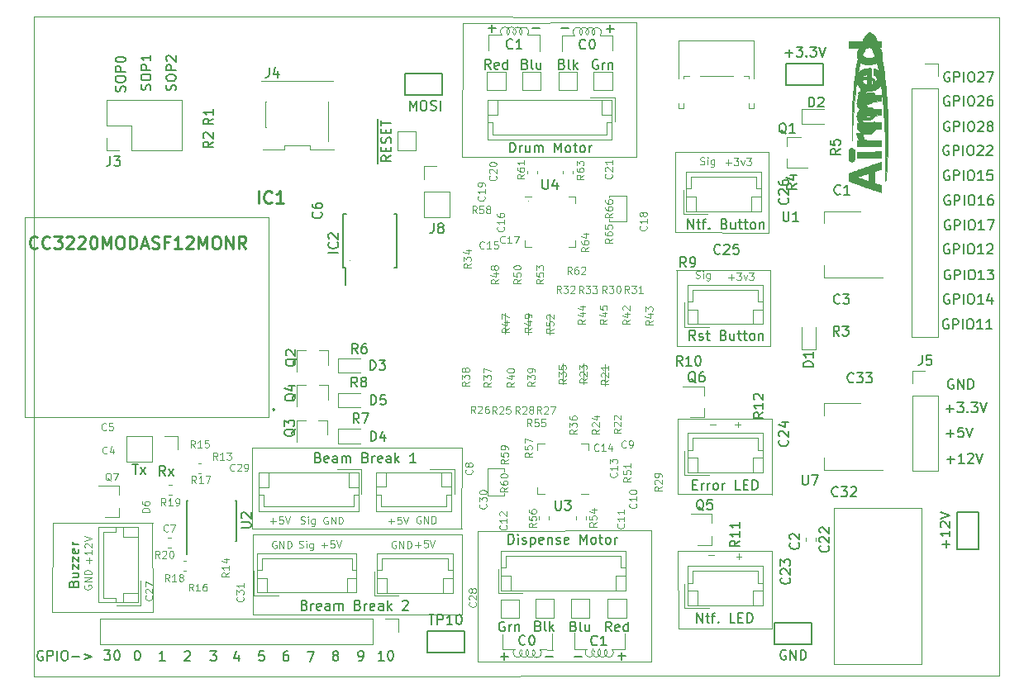
<source format=gbr>
G04 #@! TF.GenerationSoftware,KiCad,Pcbnew,(6.0.0-rc1-dev-1030-g80d50d98b)*
G04 #@! TF.CreationDate,2019-03-21T09:46:57-06:00*
G04 #@! TF.ProjectId,airmed_board_w3.0,6169726D65645F626F6172645F77332E,rev?*
G04 #@! TF.SameCoordinates,Original*
G04 #@! TF.FileFunction,Legend,Top*
G04 #@! TF.FilePolarity,Positive*
%FSLAX46Y46*%
G04 Gerber Fmt 4.6, Leading zero omitted, Abs format (unit mm)*
G04 Created by KiCad (PCBNEW (6.0.0-rc1-dev-1030-g80d50d98b)) date Thursday, March 21, 2019 at 09:46:57 AM*
%MOMM*%
%LPD*%
G01*
G04 APERTURE LIST*
%ADD10C,0.120000*%
%ADD11C,0.150000*%
%ADD12C,0.124600*%
%ADD13C,0.050000*%
%ADD14C,0.100000*%
%ADD15C,0.010000*%
%ADD16C,0.200000*%
%ADD17C,0.300000*%
%ADD18C,0.254000*%
G04 APERTURE END LIST*
D10*
X94787720Y-127919480D02*
X94787720Y-127650240D01*
X93065600Y-127919480D02*
X94787720Y-127919480D01*
X93075760Y-125135640D02*
X93065600Y-127919480D01*
X94762320Y-125140720D02*
X93075760Y-125135640D01*
X94762320Y-125450600D02*
X94762320Y-125140720D01*
X105572560Y-97155000D02*
X105572560Y-97368360D01*
X107315000Y-97170240D02*
X105572560Y-97155000D01*
X107304840Y-99786440D02*
X107315000Y-97170240D01*
X105531920Y-99771200D02*
X107304840Y-99786440D01*
X105531920Y-99552760D02*
X105531920Y-99771200D01*
X105115360Y-116611400D02*
X105115360Y-114472720D01*
X102905560Y-116489480D02*
X102905560Y-114350800D01*
X100777040Y-116453920D02*
X100777040Y-114315240D01*
X99496880Y-111414560D02*
X99496880Y-109275880D01*
X97261680Y-111348520D02*
X97261680Y-109209840D01*
X94894400Y-111318040D02*
X94894400Y-109179360D01*
D11*
X140178375Y-124185988D02*
X140940280Y-124185988D01*
X140559327Y-124566940D02*
X140559327Y-123805036D01*
X141940280Y-124566940D02*
X141368851Y-124566940D01*
X141654565Y-124566940D02*
X141654565Y-123566940D01*
X141559327Y-123709798D01*
X141464089Y-123805036D01*
X141368851Y-123852655D01*
X142321232Y-123662179D02*
X142368851Y-123614560D01*
X142464089Y-123566940D01*
X142702184Y-123566940D01*
X142797422Y-123614560D01*
X142845041Y-123662179D01*
X142892660Y-123757417D01*
X142892660Y-123852655D01*
X142845041Y-123995512D01*
X142273613Y-124566940D01*
X142892660Y-124566940D01*
X143178375Y-123566940D02*
X143511708Y-124566940D01*
X143845041Y-123566940D01*
X47535744Y-143838040D02*
X47440506Y-143790420D01*
X47297649Y-143790420D01*
X47154792Y-143838040D01*
X47059554Y-143933278D01*
X47011935Y-144028516D01*
X46964316Y-144218992D01*
X46964316Y-144361849D01*
X47011935Y-144552325D01*
X47059554Y-144647563D01*
X47154792Y-144742801D01*
X47297649Y-144790420D01*
X47392887Y-144790420D01*
X47535744Y-144742801D01*
X47583363Y-144695182D01*
X47583363Y-144361849D01*
X47392887Y-144361849D01*
X48011935Y-144790420D02*
X48011935Y-143790420D01*
X48392887Y-143790420D01*
X48488125Y-143838040D01*
X48535744Y-143885659D01*
X48583363Y-143980897D01*
X48583363Y-144123754D01*
X48535744Y-144218992D01*
X48488125Y-144266611D01*
X48392887Y-144314230D01*
X48011935Y-144314230D01*
X49011935Y-144790420D02*
X49011935Y-143790420D01*
X49678601Y-143790420D02*
X49869078Y-143790420D01*
X49964316Y-143838040D01*
X50059554Y-143933278D01*
X50107173Y-144123754D01*
X50107173Y-144457087D01*
X50059554Y-144647563D01*
X49964316Y-144742801D01*
X49869078Y-144790420D01*
X49678601Y-144790420D01*
X49583363Y-144742801D01*
X49488125Y-144647563D01*
X49440506Y-144457087D01*
X49440506Y-144123754D01*
X49488125Y-143933278D01*
X49583363Y-143838040D01*
X49678601Y-143790420D01*
X50535744Y-144409468D02*
X51297649Y-144409468D01*
X51773840Y-144123754D02*
X52535744Y-144409468D01*
X51773840Y-144695182D01*
D12*
X117486462Y-93743725D02*
X118054843Y-93743725D01*
X117770653Y-94027916D02*
X117770653Y-93459535D01*
X118339034Y-93281916D02*
X118800843Y-93281916D01*
X118552177Y-93566106D01*
X118658748Y-93566106D01*
X118729796Y-93601630D01*
X118765320Y-93637154D01*
X118800843Y-93708201D01*
X118800843Y-93885820D01*
X118765320Y-93956868D01*
X118729796Y-93992392D01*
X118658748Y-94027916D01*
X118445605Y-94027916D01*
X118374558Y-93992392D01*
X118339034Y-93956868D01*
X119049510Y-93530582D02*
X119227129Y-94027916D01*
X119404748Y-93530582D01*
X119617891Y-93281916D02*
X120079700Y-93281916D01*
X119831034Y-93566106D01*
X119937605Y-93566106D01*
X120008653Y-93601630D01*
X120044177Y-93637154D01*
X120079700Y-93708201D01*
X120079700Y-93885820D01*
X120044177Y-93956868D01*
X120008653Y-93992392D01*
X119937605Y-94027916D01*
X119724462Y-94027916D01*
X119653415Y-93992392D01*
X119617891Y-93956868D01*
X114897641Y-93926352D02*
X115004213Y-93961876D01*
X115181832Y-93961876D01*
X115252880Y-93926352D01*
X115288403Y-93890828D01*
X115323927Y-93819780D01*
X115323927Y-93748733D01*
X115288403Y-93677685D01*
X115252880Y-93642161D01*
X115181832Y-93606638D01*
X115039737Y-93571114D01*
X114968689Y-93535590D01*
X114933165Y-93500066D01*
X114897641Y-93429019D01*
X114897641Y-93357971D01*
X114933165Y-93286923D01*
X114968689Y-93251400D01*
X115039737Y-93215876D01*
X115217356Y-93215876D01*
X115323927Y-93251400D01*
X115643641Y-93961876D02*
X115643641Y-93464542D01*
X115643641Y-93215876D02*
X115608118Y-93251400D01*
X115643641Y-93286923D01*
X115679165Y-93251400D01*
X115643641Y-93215876D01*
X115643641Y-93286923D01*
X116318594Y-93464542D02*
X116318594Y-94068447D01*
X116283070Y-94139495D01*
X116247546Y-94175019D01*
X116176499Y-94210542D01*
X116069927Y-94210542D01*
X115998880Y-94175019D01*
X116318594Y-93926352D02*
X116247546Y-93961876D01*
X116105451Y-93961876D01*
X116034403Y-93926352D01*
X115998880Y-93890828D01*
X115963356Y-93819780D01*
X115963356Y-93606638D01*
X115998880Y-93535590D01*
X116034403Y-93500066D01*
X116105451Y-93464542D01*
X116247546Y-93464542D01*
X116318594Y-93500066D01*
X114425201Y-105574792D02*
X114531773Y-105610316D01*
X114709392Y-105610316D01*
X114780440Y-105574792D01*
X114815963Y-105539268D01*
X114851487Y-105468220D01*
X114851487Y-105397173D01*
X114815963Y-105326125D01*
X114780440Y-105290601D01*
X114709392Y-105255078D01*
X114567297Y-105219554D01*
X114496249Y-105184030D01*
X114460725Y-105148506D01*
X114425201Y-105077459D01*
X114425201Y-105006411D01*
X114460725Y-104935363D01*
X114496249Y-104899840D01*
X114567297Y-104864316D01*
X114744916Y-104864316D01*
X114851487Y-104899840D01*
X115171201Y-105610316D02*
X115171201Y-105112982D01*
X115171201Y-104864316D02*
X115135678Y-104899840D01*
X115171201Y-104935363D01*
X115206725Y-104899840D01*
X115171201Y-104864316D01*
X115171201Y-104935363D01*
X115846154Y-105112982D02*
X115846154Y-105716887D01*
X115810630Y-105787935D01*
X115775106Y-105823459D01*
X115704059Y-105858982D01*
X115597487Y-105858982D01*
X115526440Y-105823459D01*
X115846154Y-105574792D02*
X115775106Y-105610316D01*
X115633011Y-105610316D01*
X115561963Y-105574792D01*
X115526440Y-105539268D01*
X115490916Y-105468220D01*
X115490916Y-105255078D01*
X115526440Y-105184030D01*
X115561963Y-105148506D01*
X115633011Y-105112982D01*
X115775106Y-105112982D01*
X115846154Y-105148506D01*
X117765862Y-105514085D02*
X118334243Y-105514085D01*
X118050053Y-105798276D02*
X118050053Y-105229895D01*
X118618434Y-105052276D02*
X119080243Y-105052276D01*
X118831577Y-105336466D01*
X118938148Y-105336466D01*
X119009196Y-105371990D01*
X119044720Y-105407514D01*
X119080243Y-105478561D01*
X119080243Y-105656180D01*
X119044720Y-105727228D01*
X119009196Y-105762752D01*
X118938148Y-105798276D01*
X118725005Y-105798276D01*
X118653958Y-105762752D01*
X118618434Y-105727228D01*
X119328910Y-105300942D02*
X119506529Y-105798276D01*
X119684148Y-105300942D01*
X119897291Y-105052276D02*
X120359100Y-105052276D01*
X120110434Y-105336466D01*
X120217005Y-105336466D01*
X120288053Y-105371990D01*
X120323577Y-105407514D01*
X120359100Y-105478561D01*
X120359100Y-105656180D01*
X120323577Y-105727228D01*
X120288053Y-105762752D01*
X120217005Y-105798276D01*
X120003862Y-105798276D01*
X119932815Y-105762752D01*
X119897291Y-105727228D01*
X118440489Y-120606765D02*
X119008870Y-120606765D01*
X118724680Y-120890956D02*
X118724680Y-120322575D01*
X115875089Y-120622005D02*
X116443470Y-120622005D01*
X118567489Y-134134805D02*
X119135870Y-134134805D01*
X118851680Y-134418996D02*
X118851680Y-133850615D01*
X115753169Y-134028125D02*
X116321550Y-134028125D01*
X52260445Y-134816780D02*
X52260445Y-134248400D01*
X52544636Y-134532590D02*
X51976255Y-134532590D01*
X52544636Y-133502400D02*
X52544636Y-133928685D01*
X52544636Y-133715542D02*
X51798636Y-133715542D01*
X51905207Y-133786590D01*
X51976255Y-133857638D01*
X52011779Y-133928685D01*
X51869683Y-133218209D02*
X51834160Y-133182685D01*
X51798636Y-133111638D01*
X51798636Y-132934019D01*
X51834160Y-132862971D01*
X51869683Y-132827447D01*
X51940731Y-132791923D01*
X52011779Y-132791923D01*
X52118350Y-132827447D01*
X52544636Y-133253733D01*
X52544636Y-132791923D01*
X51798636Y-132578780D02*
X52544636Y-132330114D01*
X51798636Y-132081447D01*
X51798600Y-137088300D02*
X51763076Y-137159348D01*
X51763076Y-137265920D01*
X51798600Y-137372491D01*
X51869647Y-137443539D01*
X51940695Y-137479062D01*
X52082790Y-137514586D01*
X52189361Y-137514586D01*
X52331457Y-137479062D01*
X52402504Y-137443539D01*
X52473552Y-137372491D01*
X52509076Y-137265920D01*
X52509076Y-137194872D01*
X52473552Y-137088300D01*
X52438028Y-137052777D01*
X52189361Y-137052777D01*
X52189361Y-137194872D01*
X52509076Y-136733062D02*
X51763076Y-136733062D01*
X52509076Y-136306777D01*
X51763076Y-136306777D01*
X52509076Y-135951539D02*
X51763076Y-135951539D01*
X51763076Y-135773920D01*
X51798600Y-135667348D01*
X51869647Y-135596300D01*
X51940695Y-135560777D01*
X52082790Y-135525253D01*
X52189361Y-135525253D01*
X52331457Y-135560777D01*
X52402504Y-135596300D01*
X52473552Y-135667348D01*
X52509076Y-135773920D01*
X52509076Y-135951539D01*
X70841577Y-130502605D02*
X71409958Y-130502605D01*
X71125767Y-130786796D02*
X71125767Y-130218415D01*
X72120434Y-130040796D02*
X71765196Y-130040796D01*
X71729672Y-130396034D01*
X71765196Y-130360510D01*
X71836243Y-130324986D01*
X72013862Y-130324986D01*
X72084910Y-130360510D01*
X72120434Y-130396034D01*
X72155958Y-130467081D01*
X72155958Y-130644700D01*
X72120434Y-130715748D01*
X72084910Y-130751272D01*
X72013862Y-130786796D01*
X71836243Y-130786796D01*
X71765196Y-130751272D01*
X71729672Y-130715748D01*
X72369100Y-130040796D02*
X72617767Y-130786796D01*
X72866434Y-130040796D01*
X73947761Y-130736032D02*
X74054333Y-130771556D01*
X74231952Y-130771556D01*
X74303000Y-130736032D01*
X74338523Y-130700508D01*
X74374047Y-130629460D01*
X74374047Y-130558413D01*
X74338523Y-130487365D01*
X74303000Y-130451841D01*
X74231952Y-130416318D01*
X74089857Y-130380794D01*
X74018809Y-130345270D01*
X73983285Y-130309746D01*
X73947761Y-130238699D01*
X73947761Y-130167651D01*
X73983285Y-130096603D01*
X74018809Y-130061080D01*
X74089857Y-130025556D01*
X74267476Y-130025556D01*
X74374047Y-130061080D01*
X74693761Y-130771556D02*
X74693761Y-130274222D01*
X74693761Y-130025556D02*
X74658238Y-130061080D01*
X74693761Y-130096603D01*
X74729285Y-130061080D01*
X74693761Y-130025556D01*
X74693761Y-130096603D01*
X75368714Y-130274222D02*
X75368714Y-130878127D01*
X75333190Y-130949175D01*
X75297666Y-130984699D01*
X75226619Y-131020222D01*
X75120047Y-131020222D01*
X75049000Y-130984699D01*
X75368714Y-130736032D02*
X75297666Y-130771556D01*
X75155571Y-130771556D01*
X75084523Y-130736032D01*
X75049000Y-130700508D01*
X75013476Y-130629460D01*
X75013476Y-130416318D01*
X75049000Y-130345270D01*
X75084523Y-130309746D01*
X75155571Y-130274222D01*
X75297666Y-130274222D01*
X75368714Y-130309746D01*
X76713659Y-130091560D02*
X76642611Y-130056036D01*
X76536040Y-130056036D01*
X76429468Y-130091560D01*
X76358420Y-130162607D01*
X76322897Y-130233655D01*
X76287373Y-130375750D01*
X76287373Y-130482321D01*
X76322897Y-130624417D01*
X76358420Y-130695464D01*
X76429468Y-130766512D01*
X76536040Y-130802036D01*
X76607087Y-130802036D01*
X76713659Y-130766512D01*
X76749182Y-130730988D01*
X76749182Y-130482321D01*
X76607087Y-130482321D01*
X77068897Y-130802036D02*
X77068897Y-130056036D01*
X77495182Y-130802036D01*
X77495182Y-130056036D01*
X77850420Y-130802036D02*
X77850420Y-130056036D01*
X78028040Y-130056036D01*
X78134611Y-130091560D01*
X78205659Y-130162607D01*
X78241182Y-130233655D01*
X78276706Y-130375750D01*
X78276706Y-130482321D01*
X78241182Y-130624417D01*
X78205659Y-130695464D01*
X78134611Y-130766512D01*
X78028040Y-130802036D01*
X77850420Y-130802036D01*
X82947217Y-130517845D02*
X83515598Y-130517845D01*
X83231407Y-130802036D02*
X83231407Y-130233655D01*
X84226074Y-130056036D02*
X83870836Y-130056036D01*
X83835312Y-130411274D01*
X83870836Y-130375750D01*
X83941883Y-130340226D01*
X84119502Y-130340226D01*
X84190550Y-130375750D01*
X84226074Y-130411274D01*
X84261598Y-130482321D01*
X84261598Y-130659940D01*
X84226074Y-130730988D01*
X84190550Y-130766512D01*
X84119502Y-130802036D01*
X83941883Y-130802036D01*
X83870836Y-130766512D01*
X83835312Y-130730988D01*
X84474740Y-130056036D02*
X84723407Y-130802036D01*
X84972074Y-130056036D01*
X86238659Y-130050920D02*
X86167611Y-130015396D01*
X86061040Y-130015396D01*
X85954468Y-130050920D01*
X85883420Y-130121967D01*
X85847897Y-130193015D01*
X85812373Y-130335110D01*
X85812373Y-130441681D01*
X85847897Y-130583777D01*
X85883420Y-130654824D01*
X85954468Y-130725872D01*
X86061040Y-130761396D01*
X86132087Y-130761396D01*
X86238659Y-130725872D01*
X86274182Y-130690348D01*
X86274182Y-130441681D01*
X86132087Y-130441681D01*
X86593897Y-130761396D02*
X86593897Y-130015396D01*
X87020182Y-130761396D01*
X87020182Y-130015396D01*
X87375420Y-130761396D02*
X87375420Y-130015396D01*
X87553040Y-130015396D01*
X87659611Y-130050920D01*
X87730659Y-130121967D01*
X87766182Y-130193015D01*
X87801706Y-130335110D01*
X87801706Y-130441681D01*
X87766182Y-130583777D01*
X87730659Y-130654824D01*
X87659611Y-130725872D01*
X87553040Y-130761396D01*
X87375420Y-130761396D01*
X85690417Y-132935925D02*
X86258798Y-132935925D01*
X85974607Y-133220116D02*
X85974607Y-132651735D01*
X86969274Y-132474116D02*
X86614036Y-132474116D01*
X86578512Y-132829354D01*
X86614036Y-132793830D01*
X86685083Y-132758306D01*
X86862702Y-132758306D01*
X86933750Y-132793830D01*
X86969274Y-132829354D01*
X87004798Y-132900401D01*
X87004798Y-133078020D01*
X86969274Y-133149068D01*
X86933750Y-133184592D01*
X86862702Y-133220116D01*
X86685083Y-133220116D01*
X86614036Y-133184592D01*
X86578512Y-133149068D01*
X87217940Y-132474116D02*
X87466607Y-133220116D01*
X87715274Y-132474116D01*
X83713899Y-132590920D02*
X83642851Y-132555396D01*
X83536280Y-132555396D01*
X83429708Y-132590920D01*
X83358660Y-132661967D01*
X83323137Y-132733015D01*
X83287613Y-132875110D01*
X83287613Y-132981681D01*
X83323137Y-133123777D01*
X83358660Y-133194824D01*
X83429708Y-133265872D01*
X83536280Y-133301396D01*
X83607327Y-133301396D01*
X83713899Y-133265872D01*
X83749422Y-133230348D01*
X83749422Y-132981681D01*
X83607327Y-132981681D01*
X84069137Y-133301396D02*
X84069137Y-132555396D01*
X84495422Y-133301396D01*
X84495422Y-132555396D01*
X84850660Y-133301396D02*
X84850660Y-132555396D01*
X85028280Y-132555396D01*
X85134851Y-132590920D01*
X85205899Y-132661967D01*
X85241422Y-132733015D01*
X85276946Y-132875110D01*
X85276946Y-132981681D01*
X85241422Y-133123777D01*
X85205899Y-133194824D01*
X85134851Y-133265872D01*
X85028280Y-133301396D01*
X84850660Y-133301396D01*
X76089217Y-132961325D02*
X76657598Y-132961325D01*
X76373407Y-133245516D02*
X76373407Y-132677135D01*
X77368074Y-132499516D02*
X77012836Y-132499516D01*
X76977312Y-132854754D01*
X77012836Y-132819230D01*
X77083883Y-132783706D01*
X77261502Y-132783706D01*
X77332550Y-132819230D01*
X77368074Y-132854754D01*
X77403598Y-132925801D01*
X77403598Y-133103420D01*
X77368074Y-133174468D01*
X77332550Y-133209992D01*
X77261502Y-133245516D01*
X77083883Y-133245516D01*
X77012836Y-133209992D01*
X76977312Y-133174468D01*
X77616740Y-132499516D02*
X77865407Y-133245516D01*
X78114074Y-132499516D01*
X73790281Y-133225232D02*
X73896853Y-133260756D01*
X74074472Y-133260756D01*
X74145520Y-133225232D01*
X74181043Y-133189708D01*
X74216567Y-133118660D01*
X74216567Y-133047613D01*
X74181043Y-132976565D01*
X74145520Y-132941041D01*
X74074472Y-132905518D01*
X73932377Y-132869994D01*
X73861329Y-132834470D01*
X73825805Y-132798946D01*
X73790281Y-132727899D01*
X73790281Y-132656851D01*
X73825805Y-132585803D01*
X73861329Y-132550280D01*
X73932377Y-132514756D01*
X74109996Y-132514756D01*
X74216567Y-132550280D01*
X74536281Y-133260756D02*
X74536281Y-132763422D01*
X74536281Y-132514756D02*
X74500758Y-132550280D01*
X74536281Y-132585803D01*
X74571805Y-132550280D01*
X74536281Y-132514756D01*
X74536281Y-132585803D01*
X75211234Y-132763422D02*
X75211234Y-133367327D01*
X75175710Y-133438375D01*
X75140186Y-133473899D01*
X75069139Y-133509422D01*
X74962567Y-133509422D01*
X74891520Y-133473899D01*
X75211234Y-133225232D02*
X75140186Y-133260756D01*
X74998091Y-133260756D01*
X74927043Y-133225232D01*
X74891520Y-133189708D01*
X74855996Y-133118660D01*
X74855996Y-132905518D01*
X74891520Y-132834470D01*
X74927043Y-132798946D01*
X74998091Y-132763422D01*
X75140186Y-132763422D01*
X75211234Y-132798946D01*
X71440619Y-132575680D02*
X71369571Y-132540156D01*
X71263000Y-132540156D01*
X71156428Y-132575680D01*
X71085380Y-132646727D01*
X71049857Y-132717775D01*
X71014333Y-132859870D01*
X71014333Y-132966441D01*
X71049857Y-133108537D01*
X71085380Y-133179584D01*
X71156428Y-133250632D01*
X71263000Y-133286156D01*
X71334047Y-133286156D01*
X71440619Y-133250632D01*
X71476142Y-133215108D01*
X71476142Y-132966441D01*
X71334047Y-132966441D01*
X71795857Y-133286156D02*
X71795857Y-132540156D01*
X72222142Y-133286156D01*
X72222142Y-132540156D01*
X72577380Y-133286156D02*
X72577380Y-132540156D01*
X72755000Y-132540156D01*
X72861571Y-132575680D01*
X72932619Y-132646727D01*
X72968142Y-132717775D01*
X73003666Y-132859870D01*
X73003666Y-132966441D01*
X72968142Y-133108537D01*
X72932619Y-133179584D01*
X72861571Y-133250632D01*
X72755000Y-133286156D01*
X72577380Y-133286156D01*
D10*
X69885560Y-85430360D02*
X77312520Y-85430360D01*
X74874120Y-92384880D02*
X77348080Y-92384880D01*
X72288400Y-92410280D02*
X70083680Y-92410280D01*
X74879200Y-92024200D02*
X74884280Y-92389960D01*
X72308720Y-92024200D02*
X74879200Y-92024200D01*
X72308720Y-92400120D02*
X72308720Y-92024200D01*
X112582960Y-133573520D02*
X122194320Y-133573520D01*
X122199400Y-133563360D02*
X122204480Y-141559280D01*
X122214640Y-141544040D02*
X112623600Y-141538960D01*
X112623600Y-141538960D02*
X112582960Y-133573520D01*
X112608360Y-120035320D02*
X122219720Y-120035320D01*
X122219720Y-120020080D02*
X122194320Y-127777240D01*
X122204480Y-127762000D02*
X112613440Y-127756920D01*
X112613440Y-127756920D02*
X112593120Y-120020080D01*
X112430560Y-104764840D02*
X122041920Y-104764840D01*
X122021600Y-104759760D02*
X122052080Y-112608360D01*
X122062240Y-112593120D02*
X112471200Y-112588040D01*
X112471200Y-112588040D02*
X112461040Y-104744520D01*
X121904760Y-92679520D02*
X121909840Y-100944680D01*
X112293400Y-92679520D02*
X121904760Y-92679520D01*
X112328960Y-100924360D02*
X112318800Y-92664280D01*
X121920000Y-100929440D02*
X112328960Y-100924360D01*
D11*
X114550226Y-140919460D02*
X114550226Y-139919460D01*
X115121655Y-140919460D01*
X115121655Y-139919460D01*
X115454988Y-140252794D02*
X115835940Y-140252794D01*
X115597845Y-139919460D02*
X115597845Y-140776603D01*
X115645464Y-140871841D01*
X115740702Y-140919460D01*
X115835940Y-140919460D01*
X116026417Y-140252794D02*
X116407369Y-140252794D01*
X116169274Y-140919460D02*
X116169274Y-140062318D01*
X116216893Y-139967080D01*
X116312131Y-139919460D01*
X116407369Y-139919460D01*
X116740702Y-140824222D02*
X116788321Y-140871841D01*
X116740702Y-140919460D01*
X116693083Y-140871841D01*
X116740702Y-140824222D01*
X116740702Y-140919460D01*
X118454988Y-140919460D02*
X117978798Y-140919460D01*
X117978798Y-139919460D01*
X118788321Y-140395651D02*
X119121655Y-140395651D01*
X119264512Y-140919460D02*
X118788321Y-140919460D01*
X118788321Y-139919460D01*
X119264512Y-139919460D01*
X119693083Y-140919460D02*
X119693083Y-139919460D01*
X119931179Y-139919460D01*
X120074036Y-139967080D01*
X120169274Y-140062318D01*
X120216893Y-140157556D01*
X120264512Y-140348032D01*
X120264512Y-140490889D01*
X120216893Y-140681365D01*
X120169274Y-140776603D01*
X120074036Y-140871841D01*
X119931179Y-140919460D01*
X119693083Y-140919460D01*
X114095946Y-126776171D02*
X114429280Y-126776171D01*
X114572137Y-127299980D02*
X114095946Y-127299980D01*
X114095946Y-126299980D01*
X114572137Y-126299980D01*
X115000708Y-127299980D02*
X115000708Y-126633314D01*
X115000708Y-126823790D02*
X115048327Y-126728552D01*
X115095946Y-126680933D01*
X115191184Y-126633314D01*
X115286422Y-126633314D01*
X115619756Y-127299980D02*
X115619756Y-126633314D01*
X115619756Y-126823790D02*
X115667375Y-126728552D01*
X115714994Y-126680933D01*
X115810232Y-126633314D01*
X115905470Y-126633314D01*
X116381660Y-127299980D02*
X116286422Y-127252361D01*
X116238803Y-127204742D01*
X116191184Y-127109504D01*
X116191184Y-126823790D01*
X116238803Y-126728552D01*
X116286422Y-126680933D01*
X116381660Y-126633314D01*
X116524518Y-126633314D01*
X116619756Y-126680933D01*
X116667375Y-126728552D01*
X116714994Y-126823790D01*
X116714994Y-127109504D01*
X116667375Y-127204742D01*
X116619756Y-127252361D01*
X116524518Y-127299980D01*
X116381660Y-127299980D01*
X117143565Y-127299980D02*
X117143565Y-126633314D01*
X117143565Y-126823790D02*
X117191184Y-126728552D01*
X117238803Y-126680933D01*
X117334041Y-126633314D01*
X117429280Y-126633314D01*
X119000708Y-127299980D02*
X118524518Y-127299980D01*
X118524518Y-126299980D01*
X119334041Y-126776171D02*
X119667375Y-126776171D01*
X119810232Y-127299980D02*
X119334041Y-127299980D01*
X119334041Y-126299980D01*
X119810232Y-126299980D01*
X120238803Y-127299980D02*
X120238803Y-126299980D01*
X120476899Y-126299980D01*
X120619756Y-126347600D01*
X120714994Y-126442838D01*
X120762613Y-126538076D01*
X120810232Y-126728552D01*
X120810232Y-126871409D01*
X120762613Y-127061885D01*
X120714994Y-127157123D01*
X120619756Y-127252361D01*
X120476899Y-127299980D01*
X120238803Y-127299980D01*
X114370883Y-111953300D02*
X114037550Y-111477110D01*
X113799455Y-111953300D02*
X113799455Y-110953300D01*
X114180407Y-110953300D01*
X114275645Y-111000920D01*
X114323264Y-111048539D01*
X114370883Y-111143777D01*
X114370883Y-111286634D01*
X114323264Y-111381872D01*
X114275645Y-111429491D01*
X114180407Y-111477110D01*
X113799455Y-111477110D01*
X114751836Y-111905681D02*
X114847074Y-111953300D01*
X115037550Y-111953300D01*
X115132788Y-111905681D01*
X115180407Y-111810443D01*
X115180407Y-111762824D01*
X115132788Y-111667586D01*
X115037550Y-111619967D01*
X114894693Y-111619967D01*
X114799455Y-111572348D01*
X114751836Y-111477110D01*
X114751836Y-111429491D01*
X114799455Y-111334253D01*
X114894693Y-111286634D01*
X115037550Y-111286634D01*
X115132788Y-111334253D01*
X115466121Y-111286634D02*
X115847074Y-111286634D01*
X115608979Y-110953300D02*
X115608979Y-111810443D01*
X115656598Y-111905681D01*
X115751836Y-111953300D01*
X115847074Y-111953300D01*
X117275645Y-111429491D02*
X117418502Y-111477110D01*
X117466121Y-111524729D01*
X117513740Y-111619967D01*
X117513740Y-111762824D01*
X117466121Y-111858062D01*
X117418502Y-111905681D01*
X117323264Y-111953300D01*
X116942312Y-111953300D01*
X116942312Y-110953300D01*
X117275645Y-110953300D01*
X117370883Y-111000920D01*
X117418502Y-111048539D01*
X117466121Y-111143777D01*
X117466121Y-111239015D01*
X117418502Y-111334253D01*
X117370883Y-111381872D01*
X117275645Y-111429491D01*
X116942312Y-111429491D01*
X118370883Y-111286634D02*
X118370883Y-111953300D01*
X117942312Y-111286634D02*
X117942312Y-111810443D01*
X117989931Y-111905681D01*
X118085169Y-111953300D01*
X118228026Y-111953300D01*
X118323264Y-111905681D01*
X118370883Y-111858062D01*
X118704217Y-111286634D02*
X119085169Y-111286634D01*
X118847074Y-110953300D02*
X118847074Y-111810443D01*
X118894693Y-111905681D01*
X118989931Y-111953300D01*
X119085169Y-111953300D01*
X119275645Y-111286634D02*
X119656598Y-111286634D01*
X119418502Y-110953300D02*
X119418502Y-111810443D01*
X119466121Y-111905681D01*
X119561360Y-111953300D01*
X119656598Y-111953300D01*
X120132788Y-111953300D02*
X120037550Y-111905681D01*
X119989931Y-111858062D01*
X119942312Y-111762824D01*
X119942312Y-111477110D01*
X119989931Y-111381872D01*
X120037550Y-111334253D01*
X120132788Y-111286634D01*
X120275645Y-111286634D01*
X120370883Y-111334253D01*
X120418502Y-111381872D01*
X120466121Y-111477110D01*
X120466121Y-111762824D01*
X120418502Y-111858062D01*
X120370883Y-111905681D01*
X120275645Y-111953300D01*
X120132788Y-111953300D01*
X120894693Y-111286634D02*
X120894693Y-111953300D01*
X120894693Y-111381872D02*
X120942312Y-111334253D01*
X121037550Y-111286634D01*
X121180407Y-111286634D01*
X121275645Y-111334253D01*
X121323264Y-111429491D01*
X121323264Y-111953300D01*
X113605798Y-100563940D02*
X113605798Y-99563940D01*
X114177226Y-100563940D01*
X114177226Y-99563940D01*
X114510560Y-99897274D02*
X114891512Y-99897274D01*
X114653417Y-99563940D02*
X114653417Y-100421083D01*
X114701036Y-100516321D01*
X114796274Y-100563940D01*
X114891512Y-100563940D01*
X115081988Y-99897274D02*
X115462940Y-99897274D01*
X115224845Y-100563940D02*
X115224845Y-99706798D01*
X115272464Y-99611560D01*
X115367702Y-99563940D01*
X115462940Y-99563940D01*
X115796274Y-100468702D02*
X115843893Y-100516321D01*
X115796274Y-100563940D01*
X115748655Y-100516321D01*
X115796274Y-100468702D01*
X115796274Y-100563940D01*
X117367702Y-100040131D02*
X117510560Y-100087750D01*
X117558179Y-100135369D01*
X117605798Y-100230607D01*
X117605798Y-100373464D01*
X117558179Y-100468702D01*
X117510560Y-100516321D01*
X117415321Y-100563940D01*
X117034369Y-100563940D01*
X117034369Y-99563940D01*
X117367702Y-99563940D01*
X117462940Y-99611560D01*
X117510560Y-99659179D01*
X117558179Y-99754417D01*
X117558179Y-99849655D01*
X117510560Y-99944893D01*
X117462940Y-99992512D01*
X117367702Y-100040131D01*
X117034369Y-100040131D01*
X118462940Y-99897274D02*
X118462940Y-100563940D01*
X118034369Y-99897274D02*
X118034369Y-100421083D01*
X118081988Y-100516321D01*
X118177226Y-100563940D01*
X118320083Y-100563940D01*
X118415321Y-100516321D01*
X118462940Y-100468702D01*
X118796274Y-99897274D02*
X119177226Y-99897274D01*
X118939131Y-99563940D02*
X118939131Y-100421083D01*
X118986750Y-100516321D01*
X119081988Y-100563940D01*
X119177226Y-100563940D01*
X119367702Y-99897274D02*
X119748655Y-99897274D01*
X119510560Y-99563940D02*
X119510560Y-100421083D01*
X119558179Y-100516321D01*
X119653417Y-100563940D01*
X119748655Y-100563940D01*
X120224845Y-100563940D02*
X120129607Y-100516321D01*
X120081988Y-100468702D01*
X120034369Y-100373464D01*
X120034369Y-100087750D01*
X120081988Y-99992512D01*
X120129607Y-99944893D01*
X120224845Y-99897274D01*
X120367702Y-99897274D01*
X120462940Y-99944893D01*
X120510560Y-99992512D01*
X120558179Y-100087750D01*
X120558179Y-100373464D01*
X120510560Y-100468702D01*
X120462940Y-100516321D01*
X120367702Y-100563940D01*
X120224845Y-100563940D01*
X120986750Y-99897274D02*
X120986750Y-100563940D01*
X120986750Y-99992512D02*
X121034369Y-99944893D01*
X121129607Y-99897274D01*
X121272464Y-99897274D01*
X121367702Y-99944893D01*
X121415321Y-100040131D01*
X121415321Y-100563940D01*
D10*
X103166681Y-127375920D02*
G75*
G03X103166681Y-127375920I-57921J0D01*
G01*
X97324681Y-97678240D02*
G75*
G03X97324681Y-97678240I-57921J0D01*
G01*
X78996041Y-103819960D02*
G75*
G03X78996041Y-103819960I-57921J0D01*
G01*
D11*
X95374342Y-92700100D02*
X95374342Y-91700100D01*
X95612438Y-91700100D01*
X95755295Y-91747720D01*
X95850533Y-91842958D01*
X95898152Y-91938196D01*
X95945771Y-92128672D01*
X95945771Y-92271529D01*
X95898152Y-92462005D01*
X95850533Y-92557243D01*
X95755295Y-92652481D01*
X95612438Y-92700100D01*
X95374342Y-92700100D01*
X96374342Y-92700100D02*
X96374342Y-92033434D01*
X96374342Y-92223910D02*
X96421961Y-92128672D01*
X96469580Y-92081053D01*
X96564819Y-92033434D01*
X96660057Y-92033434D01*
X97421961Y-92033434D02*
X97421961Y-92700100D01*
X96993390Y-92033434D02*
X96993390Y-92557243D01*
X97041009Y-92652481D01*
X97136247Y-92700100D01*
X97279104Y-92700100D01*
X97374342Y-92652481D01*
X97421961Y-92604862D01*
X97898152Y-92700100D02*
X97898152Y-92033434D01*
X97898152Y-92128672D02*
X97945771Y-92081053D01*
X98041009Y-92033434D01*
X98183866Y-92033434D01*
X98279104Y-92081053D01*
X98326723Y-92176291D01*
X98326723Y-92700100D01*
X98326723Y-92176291D02*
X98374342Y-92081053D01*
X98469580Y-92033434D01*
X98612438Y-92033434D01*
X98707676Y-92081053D01*
X98755295Y-92176291D01*
X98755295Y-92700100D01*
X99993390Y-92700100D02*
X99993390Y-91700100D01*
X100326723Y-92414386D01*
X100660057Y-91700100D01*
X100660057Y-92700100D01*
X101279104Y-92700100D02*
X101183866Y-92652481D01*
X101136247Y-92604862D01*
X101088628Y-92509624D01*
X101088628Y-92223910D01*
X101136247Y-92128672D01*
X101183866Y-92081053D01*
X101279104Y-92033434D01*
X101421961Y-92033434D01*
X101517200Y-92081053D01*
X101564819Y-92128672D01*
X101612438Y-92223910D01*
X101612438Y-92509624D01*
X101564819Y-92604862D01*
X101517200Y-92652481D01*
X101421961Y-92700100D01*
X101279104Y-92700100D01*
X101898152Y-92033434D02*
X102279104Y-92033434D01*
X102041009Y-91700100D02*
X102041009Y-92557243D01*
X102088628Y-92652481D01*
X102183866Y-92700100D01*
X102279104Y-92700100D01*
X102755295Y-92700100D02*
X102660057Y-92652481D01*
X102612438Y-92604862D01*
X102564819Y-92509624D01*
X102564819Y-92223910D01*
X102612438Y-92128672D01*
X102660057Y-92081053D01*
X102755295Y-92033434D01*
X102898152Y-92033434D01*
X102993390Y-92081053D01*
X103041009Y-92128672D01*
X103088628Y-92223910D01*
X103088628Y-92509624D01*
X103041009Y-92604862D01*
X102993390Y-92652481D01*
X102898152Y-92700100D01*
X102755295Y-92700100D01*
X103517199Y-92700100D02*
X103517199Y-92033434D01*
X103517199Y-92223910D02*
X103564819Y-92128672D01*
X103612438Y-92081053D01*
X103707676Y-92033434D01*
X103802914Y-92033434D01*
D10*
X108346240Y-79375000D02*
X90535760Y-79430880D01*
X108341160Y-93187520D02*
X108346240Y-79375000D01*
X90535760Y-79430880D02*
X90474800Y-93177360D01*
X90490040Y-93182440D02*
X108341160Y-93187520D01*
D11*
X95227830Y-132847340D02*
X95227830Y-131847340D01*
X95465925Y-131847340D01*
X95608782Y-131894960D01*
X95704020Y-131990198D01*
X95751640Y-132085436D01*
X95799259Y-132275912D01*
X95799259Y-132418769D01*
X95751640Y-132609245D01*
X95704020Y-132704483D01*
X95608782Y-132799721D01*
X95465925Y-132847340D01*
X95227830Y-132847340D01*
X96227830Y-132847340D02*
X96227830Y-132180674D01*
X96227830Y-131847340D02*
X96180211Y-131894960D01*
X96227830Y-131942579D01*
X96275449Y-131894960D01*
X96227830Y-131847340D01*
X96227830Y-131942579D01*
X96656401Y-132799721D02*
X96751640Y-132847340D01*
X96942116Y-132847340D01*
X97037354Y-132799721D01*
X97084973Y-132704483D01*
X97084973Y-132656864D01*
X97037354Y-132561626D01*
X96942116Y-132514007D01*
X96799259Y-132514007D01*
X96704020Y-132466388D01*
X96656401Y-132371150D01*
X96656401Y-132323531D01*
X96704020Y-132228293D01*
X96799259Y-132180674D01*
X96942116Y-132180674D01*
X97037354Y-132228293D01*
X97513544Y-132180674D02*
X97513544Y-133180674D01*
X97513544Y-132228293D02*
X97608782Y-132180674D01*
X97799259Y-132180674D01*
X97894497Y-132228293D01*
X97942116Y-132275912D01*
X97989735Y-132371150D01*
X97989735Y-132656864D01*
X97942116Y-132752102D01*
X97894497Y-132799721D01*
X97799259Y-132847340D01*
X97608782Y-132847340D01*
X97513544Y-132799721D01*
X98799259Y-132799721D02*
X98704020Y-132847340D01*
X98513544Y-132847340D01*
X98418306Y-132799721D01*
X98370687Y-132704483D01*
X98370687Y-132323531D01*
X98418306Y-132228293D01*
X98513544Y-132180674D01*
X98704020Y-132180674D01*
X98799259Y-132228293D01*
X98846878Y-132323531D01*
X98846878Y-132418769D01*
X98370687Y-132514007D01*
X99275449Y-132180674D02*
X99275449Y-132847340D01*
X99275449Y-132275912D02*
X99323068Y-132228293D01*
X99418306Y-132180674D01*
X99561163Y-132180674D01*
X99656401Y-132228293D01*
X99704020Y-132323531D01*
X99704020Y-132847340D01*
X100132592Y-132799721D02*
X100227830Y-132847340D01*
X100418306Y-132847340D01*
X100513544Y-132799721D01*
X100561163Y-132704483D01*
X100561163Y-132656864D01*
X100513544Y-132561626D01*
X100418306Y-132514007D01*
X100275449Y-132514007D01*
X100180211Y-132466388D01*
X100132592Y-132371150D01*
X100132592Y-132323531D01*
X100180211Y-132228293D01*
X100275449Y-132180674D01*
X100418306Y-132180674D01*
X100513544Y-132228293D01*
X101370687Y-132799721D02*
X101275449Y-132847340D01*
X101084973Y-132847340D01*
X100989735Y-132799721D01*
X100942116Y-132704483D01*
X100942116Y-132323531D01*
X100989735Y-132228293D01*
X101084973Y-132180674D01*
X101275449Y-132180674D01*
X101370687Y-132228293D01*
X101418306Y-132323531D01*
X101418306Y-132418769D01*
X100942116Y-132514007D01*
X102608782Y-132847340D02*
X102608782Y-131847340D01*
X102942116Y-132561626D01*
X103275449Y-131847340D01*
X103275449Y-132847340D01*
X103894497Y-132847340D02*
X103799259Y-132799721D01*
X103751640Y-132752102D01*
X103704020Y-132656864D01*
X103704020Y-132371150D01*
X103751640Y-132275912D01*
X103799259Y-132228293D01*
X103894497Y-132180674D01*
X104037354Y-132180674D01*
X104132592Y-132228293D01*
X104180211Y-132275912D01*
X104227830Y-132371150D01*
X104227830Y-132656864D01*
X104180211Y-132752102D01*
X104132592Y-132799721D01*
X104037354Y-132847340D01*
X103894497Y-132847340D01*
X104513544Y-132180674D02*
X104894497Y-132180674D01*
X104656401Y-131847340D02*
X104656401Y-132704483D01*
X104704020Y-132799721D01*
X104799259Y-132847340D01*
X104894497Y-132847340D01*
X105370687Y-132847340D02*
X105275449Y-132799721D01*
X105227830Y-132752102D01*
X105180211Y-132656864D01*
X105180211Y-132371150D01*
X105227830Y-132275912D01*
X105275449Y-132228293D01*
X105370687Y-132180674D01*
X105513544Y-132180674D01*
X105608782Y-132228293D01*
X105656401Y-132275912D01*
X105704020Y-132371150D01*
X105704020Y-132656864D01*
X105656401Y-132752102D01*
X105608782Y-132799721D01*
X105513544Y-132847340D01*
X105370687Y-132847340D01*
X106132592Y-132847340D02*
X106132592Y-132180674D01*
X106132592Y-132371150D02*
X106180211Y-132275912D01*
X106227830Y-132228293D01*
X106323068Y-132180674D01*
X106418306Y-132180674D01*
D10*
X92100400Y-131516120D02*
X92054680Y-144851120D01*
X109910880Y-131460240D02*
X92100400Y-131516120D01*
X109910880Y-144876520D02*
X109910880Y-131460240D01*
X92059760Y-144871440D02*
X109910880Y-144876520D01*
X90439240Y-140065760D02*
X90439240Y-131856480D01*
X69032120Y-131866640D02*
X69052440Y-140091160D01*
D11*
X74347392Y-139110411D02*
X74490249Y-139158030D01*
X74537868Y-139205649D01*
X74585487Y-139300887D01*
X74585487Y-139443744D01*
X74537868Y-139538982D01*
X74490249Y-139586601D01*
X74395011Y-139634220D01*
X74014059Y-139634220D01*
X74014059Y-138634220D01*
X74347392Y-138634220D01*
X74442630Y-138681840D01*
X74490249Y-138729459D01*
X74537868Y-138824697D01*
X74537868Y-138919935D01*
X74490249Y-139015173D01*
X74442630Y-139062792D01*
X74347392Y-139110411D01*
X74014059Y-139110411D01*
X75014059Y-139634220D02*
X75014059Y-138967554D01*
X75014059Y-139158030D02*
X75061678Y-139062792D01*
X75109297Y-139015173D01*
X75204535Y-138967554D01*
X75299773Y-138967554D01*
X76014059Y-139586601D02*
X75918820Y-139634220D01*
X75728344Y-139634220D01*
X75633106Y-139586601D01*
X75585487Y-139491363D01*
X75585487Y-139110411D01*
X75633106Y-139015173D01*
X75728344Y-138967554D01*
X75918820Y-138967554D01*
X76014059Y-139015173D01*
X76061678Y-139110411D01*
X76061678Y-139205649D01*
X75585487Y-139300887D01*
X76918820Y-139634220D02*
X76918820Y-139110411D01*
X76871201Y-139015173D01*
X76775963Y-138967554D01*
X76585487Y-138967554D01*
X76490249Y-139015173D01*
X76918820Y-139586601D02*
X76823582Y-139634220D01*
X76585487Y-139634220D01*
X76490249Y-139586601D01*
X76442630Y-139491363D01*
X76442630Y-139396125D01*
X76490249Y-139300887D01*
X76585487Y-139253268D01*
X76823582Y-139253268D01*
X76918820Y-139205649D01*
X77395011Y-139634220D02*
X77395011Y-138967554D01*
X77395011Y-139062792D02*
X77442630Y-139015173D01*
X77537868Y-138967554D01*
X77680725Y-138967554D01*
X77775963Y-139015173D01*
X77823582Y-139110411D01*
X77823582Y-139634220D01*
X77823582Y-139110411D02*
X77871201Y-139015173D01*
X77966440Y-138967554D01*
X78109297Y-138967554D01*
X78204535Y-139015173D01*
X78252154Y-139110411D01*
X78252154Y-139634220D01*
X79823582Y-139110411D02*
X79966440Y-139158030D01*
X80014059Y-139205649D01*
X80061678Y-139300887D01*
X80061678Y-139443744D01*
X80014059Y-139538982D01*
X79966440Y-139586601D01*
X79871201Y-139634220D01*
X79490249Y-139634220D01*
X79490249Y-138634220D01*
X79823582Y-138634220D01*
X79918820Y-138681840D01*
X79966440Y-138729459D01*
X80014059Y-138824697D01*
X80014059Y-138919935D01*
X79966440Y-139015173D01*
X79918820Y-139062792D01*
X79823582Y-139110411D01*
X79490249Y-139110411D01*
X80490249Y-139634220D02*
X80490249Y-138967554D01*
X80490249Y-139158030D02*
X80537868Y-139062792D01*
X80585487Y-139015173D01*
X80680725Y-138967554D01*
X80775963Y-138967554D01*
X81490249Y-139586601D02*
X81395011Y-139634220D01*
X81204535Y-139634220D01*
X81109297Y-139586601D01*
X81061678Y-139491363D01*
X81061678Y-139110411D01*
X81109297Y-139015173D01*
X81204535Y-138967554D01*
X81395011Y-138967554D01*
X81490249Y-139015173D01*
X81537868Y-139110411D01*
X81537868Y-139205649D01*
X81061678Y-139300887D01*
X82395011Y-139634220D02*
X82395011Y-139110411D01*
X82347392Y-139015173D01*
X82252154Y-138967554D01*
X82061678Y-138967554D01*
X81966440Y-139015173D01*
X82395011Y-139586601D02*
X82299773Y-139634220D01*
X82061678Y-139634220D01*
X81966440Y-139586601D01*
X81918820Y-139491363D01*
X81918820Y-139396125D01*
X81966440Y-139300887D01*
X82061678Y-139253268D01*
X82299773Y-139253268D01*
X82395011Y-139205649D01*
X82871201Y-139634220D02*
X82871201Y-138634220D01*
X82966440Y-139253268D02*
X83252154Y-139634220D01*
X83252154Y-138967554D02*
X82871201Y-139348506D01*
X84395011Y-138729459D02*
X84442630Y-138681840D01*
X84537868Y-138634220D01*
X84775963Y-138634220D01*
X84871201Y-138681840D01*
X84918820Y-138729459D01*
X84966440Y-138824697D01*
X84966440Y-138919935D01*
X84918820Y-139062792D01*
X84347392Y-139634220D01*
X84966440Y-139634220D01*
X75749116Y-123987251D02*
X75891973Y-124034870D01*
X75939592Y-124082489D01*
X75987211Y-124177727D01*
X75987211Y-124320584D01*
X75939592Y-124415822D01*
X75891973Y-124463441D01*
X75796735Y-124511060D01*
X75415782Y-124511060D01*
X75415782Y-123511060D01*
X75749116Y-123511060D01*
X75844354Y-123558680D01*
X75891973Y-123606299D01*
X75939592Y-123701537D01*
X75939592Y-123796775D01*
X75891973Y-123892013D01*
X75844354Y-123939632D01*
X75749116Y-123987251D01*
X75415782Y-123987251D01*
X76796735Y-124463441D02*
X76701497Y-124511060D01*
X76511020Y-124511060D01*
X76415782Y-124463441D01*
X76368163Y-124368203D01*
X76368163Y-123987251D01*
X76415782Y-123892013D01*
X76511020Y-123844394D01*
X76701497Y-123844394D01*
X76796735Y-123892013D01*
X76844354Y-123987251D01*
X76844354Y-124082489D01*
X76368163Y-124177727D01*
X77701497Y-124511060D02*
X77701497Y-123987251D01*
X77653878Y-123892013D01*
X77558640Y-123844394D01*
X77368163Y-123844394D01*
X77272925Y-123892013D01*
X77701497Y-124463441D02*
X77606259Y-124511060D01*
X77368163Y-124511060D01*
X77272925Y-124463441D01*
X77225306Y-124368203D01*
X77225306Y-124272965D01*
X77272925Y-124177727D01*
X77368163Y-124130108D01*
X77606259Y-124130108D01*
X77701497Y-124082489D01*
X78177687Y-124511060D02*
X78177687Y-123844394D01*
X78177687Y-123939632D02*
X78225306Y-123892013D01*
X78320544Y-123844394D01*
X78463401Y-123844394D01*
X78558639Y-123892013D01*
X78606259Y-123987251D01*
X78606259Y-124511060D01*
X78606259Y-123987251D02*
X78653878Y-123892013D01*
X78749116Y-123844394D01*
X78891973Y-123844394D01*
X78987211Y-123892013D01*
X79034830Y-123987251D01*
X79034830Y-124511060D01*
X80606259Y-123987251D02*
X80749116Y-124034870D01*
X80796735Y-124082489D01*
X80844354Y-124177727D01*
X80844354Y-124320584D01*
X80796735Y-124415822D01*
X80749116Y-124463441D01*
X80653878Y-124511060D01*
X80272925Y-124511060D01*
X80272925Y-123511060D01*
X80606259Y-123511060D01*
X80701497Y-123558680D01*
X80749116Y-123606299D01*
X80796735Y-123701537D01*
X80796735Y-123796775D01*
X80749116Y-123892013D01*
X80701497Y-123939632D01*
X80606259Y-123987251D01*
X80272925Y-123987251D01*
X81272925Y-124511060D02*
X81272925Y-123844394D01*
X81272925Y-124034870D02*
X81320544Y-123939632D01*
X81368163Y-123892013D01*
X81463401Y-123844394D01*
X81558639Y-123844394D01*
X82272925Y-124463441D02*
X82177687Y-124511060D01*
X81987211Y-124511060D01*
X81891973Y-124463441D01*
X81844354Y-124368203D01*
X81844354Y-123987251D01*
X81891973Y-123892013D01*
X81987211Y-123844394D01*
X82177687Y-123844394D01*
X82272925Y-123892013D01*
X82320544Y-123987251D01*
X82320544Y-124082489D01*
X81844354Y-124177727D01*
X83177687Y-124511060D02*
X83177687Y-123987251D01*
X83130068Y-123892013D01*
X83034830Y-123844394D01*
X82844354Y-123844394D01*
X82749116Y-123892013D01*
X83177687Y-124463441D02*
X83082449Y-124511060D01*
X82844354Y-124511060D01*
X82749116Y-124463441D01*
X82701497Y-124368203D01*
X82701497Y-124272965D01*
X82749116Y-124177727D01*
X82844354Y-124130108D01*
X83082449Y-124130108D01*
X83177687Y-124082489D01*
X83653878Y-124511060D02*
X83653878Y-123511060D01*
X83749116Y-124130108D02*
X84034830Y-124511060D01*
X84034830Y-123844394D02*
X83653878Y-124225346D01*
X85749116Y-124511060D02*
X85177687Y-124511060D01*
X85463401Y-124511060D02*
X85463401Y-123511060D01*
X85368163Y-123653918D01*
X85272925Y-123749156D01*
X85177687Y-123796775D01*
D10*
X90469720Y-123002040D02*
X90413840Y-131292600D01*
X69016880Y-123007120D02*
X90479880Y-123022360D01*
X69016880Y-131282440D02*
X69016880Y-123007120D01*
X90454480Y-131292600D02*
X69016880Y-131282440D01*
X69052440Y-131861560D02*
X90439240Y-131856480D01*
X90439240Y-140096240D02*
X69021960Y-140101320D01*
X48534320Y-130652520D02*
X48458120Y-139806680D01*
D11*
X50703171Y-136929571D02*
X50750790Y-136786714D01*
X50798409Y-136739095D01*
X50893647Y-136691476D01*
X51036504Y-136691476D01*
X51131742Y-136739095D01*
X51179361Y-136786714D01*
X51226980Y-136881952D01*
X51226980Y-137262904D01*
X50226980Y-137262904D01*
X50226980Y-136929571D01*
X50274600Y-136834333D01*
X50322219Y-136786714D01*
X50417457Y-136739095D01*
X50512695Y-136739095D01*
X50607933Y-136786714D01*
X50655552Y-136834333D01*
X50703171Y-136929571D01*
X50703171Y-137262904D01*
X50560314Y-135834333D02*
X51226980Y-135834333D01*
X50560314Y-136262904D02*
X51084123Y-136262904D01*
X51179361Y-136215285D01*
X51226980Y-136120047D01*
X51226980Y-135977190D01*
X51179361Y-135881952D01*
X51131742Y-135834333D01*
X50560314Y-135453380D02*
X50560314Y-134929571D01*
X51226980Y-135453380D01*
X51226980Y-134929571D01*
X50560314Y-134643857D02*
X50560314Y-134120047D01*
X51226980Y-134643857D01*
X51226980Y-134120047D01*
X51179361Y-133358142D02*
X51226980Y-133453380D01*
X51226980Y-133643857D01*
X51179361Y-133739095D01*
X51084123Y-133786714D01*
X50703171Y-133786714D01*
X50607933Y-133739095D01*
X50560314Y-133643857D01*
X50560314Y-133453380D01*
X50607933Y-133358142D01*
X50703171Y-133310523D01*
X50798409Y-133310523D01*
X50893647Y-133786714D01*
X51226980Y-132881952D02*
X50560314Y-132881952D01*
X50750790Y-132881952D02*
X50655552Y-132834333D01*
X50607933Y-132786714D01*
X50560314Y-132691476D01*
X50560314Y-132596238D01*
D10*
X58816240Y-139847320D02*
X48463200Y-139837160D01*
X58770520Y-130667760D02*
X58816240Y-139847320D01*
X58795920Y-130652520D02*
X48590200Y-130723640D01*
D11*
X55934241Y-86474394D02*
X55981860Y-86331537D01*
X55981860Y-86093441D01*
X55934241Y-85998203D01*
X55886622Y-85950584D01*
X55791384Y-85902965D01*
X55696146Y-85902965D01*
X55600908Y-85950584D01*
X55553289Y-85998203D01*
X55505670Y-86093441D01*
X55458051Y-86283918D01*
X55410432Y-86379156D01*
X55362813Y-86426775D01*
X55267575Y-86474394D01*
X55172337Y-86474394D01*
X55077099Y-86426775D01*
X55029480Y-86379156D01*
X54981860Y-86283918D01*
X54981860Y-86045822D01*
X55029480Y-85902965D01*
X54981860Y-85283918D02*
X54981860Y-85093441D01*
X55029480Y-84998203D01*
X55124718Y-84902965D01*
X55315194Y-84855346D01*
X55648527Y-84855346D01*
X55839003Y-84902965D01*
X55934241Y-84998203D01*
X55981860Y-85093441D01*
X55981860Y-85283918D01*
X55934241Y-85379156D01*
X55839003Y-85474394D01*
X55648527Y-85522013D01*
X55315194Y-85522013D01*
X55124718Y-85474394D01*
X55029480Y-85379156D01*
X54981860Y-85283918D01*
X55981860Y-84426775D02*
X54981860Y-84426775D01*
X54981860Y-84045822D01*
X55029480Y-83950584D01*
X55077099Y-83902965D01*
X55172337Y-83855346D01*
X55315194Y-83855346D01*
X55410432Y-83902965D01*
X55458051Y-83950584D01*
X55505670Y-84045822D01*
X55505670Y-84426775D01*
X54981860Y-83236299D02*
X54981860Y-83141060D01*
X55029480Y-83045822D01*
X55077099Y-82998203D01*
X55172337Y-82950584D01*
X55362813Y-82902965D01*
X55600908Y-82902965D01*
X55791384Y-82950584D01*
X55886622Y-82998203D01*
X55934241Y-83045822D01*
X55981860Y-83141060D01*
X55981860Y-83236299D01*
X55934241Y-83331537D01*
X55886622Y-83379156D01*
X55791384Y-83426775D01*
X55600908Y-83474394D01*
X55362813Y-83474394D01*
X55172337Y-83426775D01*
X55077099Y-83379156D01*
X55029480Y-83331537D01*
X54981860Y-83236299D01*
X58555521Y-86296594D02*
X58603140Y-86153737D01*
X58603140Y-85915641D01*
X58555521Y-85820403D01*
X58507902Y-85772784D01*
X58412664Y-85725165D01*
X58317426Y-85725165D01*
X58222188Y-85772784D01*
X58174569Y-85820403D01*
X58126950Y-85915641D01*
X58079331Y-86106118D01*
X58031712Y-86201356D01*
X57984093Y-86248975D01*
X57888855Y-86296594D01*
X57793617Y-86296594D01*
X57698379Y-86248975D01*
X57650760Y-86201356D01*
X57603140Y-86106118D01*
X57603140Y-85868022D01*
X57650760Y-85725165D01*
X57603140Y-85106118D02*
X57603140Y-84915641D01*
X57650760Y-84820403D01*
X57745998Y-84725165D01*
X57936474Y-84677546D01*
X58269807Y-84677546D01*
X58460283Y-84725165D01*
X58555521Y-84820403D01*
X58603140Y-84915641D01*
X58603140Y-85106118D01*
X58555521Y-85201356D01*
X58460283Y-85296594D01*
X58269807Y-85344213D01*
X57936474Y-85344213D01*
X57745998Y-85296594D01*
X57650760Y-85201356D01*
X57603140Y-85106118D01*
X58603140Y-84248975D02*
X57603140Y-84248975D01*
X57603140Y-83868022D01*
X57650760Y-83772784D01*
X57698379Y-83725165D01*
X57793617Y-83677546D01*
X57936474Y-83677546D01*
X58031712Y-83725165D01*
X58079331Y-83772784D01*
X58126950Y-83868022D01*
X58126950Y-84248975D01*
X58603140Y-82725165D02*
X58603140Y-83296594D01*
X58603140Y-83010880D02*
X57603140Y-83010880D01*
X57745998Y-83106118D01*
X57841236Y-83201356D01*
X57888855Y-83296594D01*
X61120921Y-86357554D02*
X61168540Y-86214697D01*
X61168540Y-85976601D01*
X61120921Y-85881363D01*
X61073302Y-85833744D01*
X60978064Y-85786125D01*
X60882826Y-85786125D01*
X60787588Y-85833744D01*
X60739969Y-85881363D01*
X60692350Y-85976601D01*
X60644731Y-86167078D01*
X60597112Y-86262316D01*
X60549493Y-86309935D01*
X60454255Y-86357554D01*
X60359017Y-86357554D01*
X60263779Y-86309935D01*
X60216160Y-86262316D01*
X60168540Y-86167078D01*
X60168540Y-85928982D01*
X60216160Y-85786125D01*
X60168540Y-85167078D02*
X60168540Y-84976601D01*
X60216160Y-84881363D01*
X60311398Y-84786125D01*
X60501874Y-84738506D01*
X60835207Y-84738506D01*
X61025683Y-84786125D01*
X61120921Y-84881363D01*
X61168540Y-84976601D01*
X61168540Y-85167078D01*
X61120921Y-85262316D01*
X61025683Y-85357554D01*
X60835207Y-85405173D01*
X60501874Y-85405173D01*
X60311398Y-85357554D01*
X60216160Y-85262316D01*
X60168540Y-85167078D01*
X61168540Y-84309935D02*
X60168540Y-84309935D01*
X60168540Y-83928982D01*
X60216160Y-83833744D01*
X60263779Y-83786125D01*
X60359017Y-83738506D01*
X60501874Y-83738506D01*
X60597112Y-83786125D01*
X60644731Y-83833744D01*
X60692350Y-83928982D01*
X60692350Y-84309935D01*
X60263779Y-83357554D02*
X60216160Y-83309935D01*
X60168540Y-83214697D01*
X60168540Y-82976601D01*
X60216160Y-82881363D01*
X60263779Y-82833744D01*
X60359017Y-82786125D01*
X60454255Y-82786125D01*
X60597112Y-82833744D01*
X61168540Y-83405173D01*
X61168540Y-82786125D01*
X60077361Y-125857260D02*
X59744028Y-125381070D01*
X59505933Y-125857260D02*
X59505933Y-124857260D01*
X59886885Y-124857260D01*
X59982123Y-124904880D01*
X60029742Y-124952499D01*
X60077361Y-125047737D01*
X60077361Y-125190594D01*
X60029742Y-125285832D01*
X59982123Y-125333451D01*
X59886885Y-125381070D01*
X59505933Y-125381070D01*
X60410695Y-125857260D02*
X60934504Y-125190594D01*
X60410695Y-125190594D02*
X60934504Y-125857260D01*
X56728763Y-124715020D02*
X57300192Y-124715020D01*
X57014478Y-125715020D02*
X57014478Y-124715020D01*
X57538287Y-125715020D02*
X58062097Y-125048354D01*
X57538287Y-125048354D02*
X58062097Y-125715020D01*
X104323853Y-143150862D02*
X104276234Y-143198481D01*
X104133377Y-143246100D01*
X104038139Y-143246100D01*
X103895281Y-143198481D01*
X103800043Y-143103243D01*
X103752424Y-143008005D01*
X103704805Y-142817529D01*
X103704805Y-142674672D01*
X103752424Y-142484196D01*
X103800043Y-142388958D01*
X103895281Y-142293720D01*
X104038139Y-142246100D01*
X104133377Y-142246100D01*
X104276234Y-142293720D01*
X104323853Y-142341339D01*
X105276234Y-143246100D02*
X104704805Y-143246100D01*
X104990520Y-143246100D02*
X104990520Y-142246100D01*
X104895281Y-142388958D01*
X104800043Y-142484196D01*
X104704805Y-142531815D01*
X96952773Y-143110222D02*
X96905154Y-143157841D01*
X96762297Y-143205460D01*
X96667059Y-143205460D01*
X96524201Y-143157841D01*
X96428963Y-143062603D01*
X96381344Y-142967365D01*
X96333725Y-142776889D01*
X96333725Y-142634032D01*
X96381344Y-142443556D01*
X96428963Y-142348318D01*
X96524201Y-142253080D01*
X96667059Y-142205460D01*
X96762297Y-142205460D01*
X96905154Y-142253080D01*
X96952773Y-142300699D01*
X97571820Y-142205460D02*
X97667059Y-142205460D01*
X97762297Y-142253080D01*
X97809916Y-142300699D01*
X97857535Y-142395937D01*
X97905154Y-142586413D01*
X97905154Y-142824508D01*
X97857535Y-143014984D01*
X97809916Y-143110222D01*
X97762297Y-143157841D01*
X97667059Y-143205460D01*
X97571820Y-143205460D01*
X97476582Y-143157841D01*
X97428963Y-143110222D01*
X97381344Y-143014984D01*
X97333725Y-142824508D01*
X97333725Y-142586413D01*
X97381344Y-142395937D01*
X97428963Y-142300699D01*
X97476582Y-142253080D01*
X97571820Y-142205460D01*
X95652293Y-82007982D02*
X95604674Y-82055601D01*
X95461817Y-82103220D01*
X95366579Y-82103220D01*
X95223721Y-82055601D01*
X95128483Y-81960363D01*
X95080864Y-81865125D01*
X95033245Y-81674649D01*
X95033245Y-81531792D01*
X95080864Y-81341316D01*
X95128483Y-81246078D01*
X95223721Y-81150840D01*
X95366579Y-81103220D01*
X95461817Y-81103220D01*
X95604674Y-81150840D01*
X95652293Y-81198459D01*
X96604674Y-82103220D02*
X96033245Y-82103220D01*
X96318960Y-82103220D02*
X96318960Y-81103220D01*
X96223721Y-81246078D01*
X96128483Y-81341316D01*
X96033245Y-81388935D01*
X103135133Y-82028302D02*
X103087514Y-82075921D01*
X102944657Y-82123540D01*
X102849419Y-82123540D01*
X102706561Y-82075921D01*
X102611323Y-81980683D01*
X102563704Y-81885445D01*
X102516085Y-81694969D01*
X102516085Y-81552112D01*
X102563704Y-81361636D01*
X102611323Y-81266398D01*
X102706561Y-81171160D01*
X102849419Y-81123540D01*
X102944657Y-81123540D01*
X103087514Y-81171160D01*
X103135133Y-81218779D01*
X103754180Y-81123540D02*
X103849419Y-81123540D01*
X103944657Y-81171160D01*
X103992276Y-81218779D01*
X104039895Y-81314017D01*
X104087514Y-81504493D01*
X104087514Y-81742588D01*
X104039895Y-81933064D01*
X103992276Y-82028302D01*
X103944657Y-82075921D01*
X103849419Y-82123540D01*
X103754180Y-82123540D01*
X103658942Y-82075921D01*
X103611323Y-82028302D01*
X103563704Y-81933064D01*
X103516085Y-81742588D01*
X103516085Y-81504493D01*
X103563704Y-81314017D01*
X103611323Y-81218779D01*
X103658942Y-81171160D01*
X103754180Y-81123540D01*
D10*
X93227255Y-80687692D02*
X93227255Y-82292972D01*
X105876455Y-80728332D02*
X105871375Y-82272652D01*
X97154896Y-80673769D02*
X98409656Y-80668689D01*
X94548857Y-80668688D02*
G75*
G02X95219415Y-80668688I335279J335279D01*
G01*
X94538696Y-80668689D02*
X93273776Y-80658529D01*
X96498763Y-80685026D02*
G75*
G02X97169321Y-80685026I335279J335279D01*
G01*
X95203363Y-80674866D02*
G75*
G02X95873921Y-80674866I335279J335279D01*
G01*
X95843443Y-80685026D02*
G75*
G02X96514001Y-80685026I335279J335279D01*
G01*
X104607256Y-80709329D02*
X105862016Y-80704249D01*
X103951123Y-80720586D02*
G75*
G02X104621681Y-80720586I335279J335279D01*
G01*
X100735495Y-80713092D02*
X100735495Y-82313292D01*
X98424095Y-80713092D02*
X98424095Y-82343772D01*
X101991056Y-80704249D02*
X100726136Y-80694089D01*
X102655723Y-80710426D02*
G75*
G02X103326281Y-80710426I335279J335279D01*
G01*
X103295803Y-80720586D02*
G75*
G02X103966361Y-80720586I335279J335279D01*
G01*
X102001217Y-80704248D02*
G75*
G02X102671775Y-80704248I335279J335279D01*
G01*
D11*
X98449447Y-79930463D02*
X97687542Y-79930463D01*
X101431407Y-79986343D02*
X100669502Y-79986343D01*
X106028807Y-80016823D02*
X105266902Y-80016823D01*
X105647855Y-79635871D02*
X105647855Y-80397775D01*
X93933327Y-79981263D02*
X93171422Y-79981263D01*
X93552375Y-79600311D02*
X93552375Y-80362215D01*
X106476847Y-144338348D02*
X107238752Y-144338348D01*
X106857800Y-144719300D02*
X106857800Y-143957396D01*
X94452487Y-144368828D02*
X95214392Y-144368828D01*
X94833440Y-144749780D02*
X94833440Y-143987876D01*
X101960727Y-144389148D02*
X102722632Y-144389148D01*
X99049887Y-144399308D02*
X99811792Y-144399308D01*
D10*
X107182920Y-143631920D02*
X107182920Y-142026640D01*
X101986080Y-143606520D02*
X101986080Y-141975840D01*
X99745800Y-143672560D02*
X99745800Y-142072360D01*
X94604840Y-143657320D02*
X94609920Y-142113000D01*
X103255279Y-143645843D02*
X102000519Y-143650923D01*
X103911412Y-143634586D02*
G75*
G02X103240854Y-143634586I-335279J-335279D01*
G01*
X105871479Y-143650923D02*
X107136399Y-143661083D01*
X105206812Y-143644746D02*
G75*
G02X104536254Y-143644746I-335279J-335279D01*
G01*
X104566732Y-143634586D02*
G75*
G02X103896174Y-143634586I-335279J-335279D01*
G01*
X105861318Y-143650924D02*
G75*
G02X105190760Y-143650924I-335279J-335279D01*
G01*
X98490239Y-143681403D02*
X99755159Y-143691563D01*
X95874039Y-143676323D02*
X94619279Y-143681403D01*
X98480078Y-143681404D02*
G75*
G02X97809520Y-143681404I-335279J-335279D01*
G01*
X96530172Y-143665066D02*
G75*
G02X95859614Y-143665066I-335279J-335279D01*
G01*
X97185492Y-143665066D02*
G75*
G02X96514934Y-143665066I-335279J-335279D01*
G01*
X97825572Y-143675226D02*
G75*
G02X97155014Y-143675226I-335279J-335279D01*
G01*
D11*
X82491603Y-144790420D02*
X81920175Y-144790420D01*
X82205889Y-144790420D02*
X82205889Y-143790420D01*
X82110651Y-143933278D01*
X82015413Y-144028516D01*
X81920175Y-144076135D01*
X83110651Y-143790420D02*
X83205889Y-143790420D01*
X83301127Y-143838040D01*
X83348746Y-143885659D01*
X83396365Y-143980897D01*
X83443984Y-144171373D01*
X83443984Y-144409468D01*
X83396365Y-144599944D01*
X83348746Y-144695182D01*
X83301127Y-144742801D01*
X83205889Y-144790420D01*
X83110651Y-144790420D01*
X83015413Y-144742801D01*
X82967794Y-144695182D01*
X82920175Y-144599944D01*
X82872556Y-144409468D01*
X82872556Y-144171373D01*
X82920175Y-143980897D01*
X82967794Y-143885659D01*
X83015413Y-143838040D01*
X83110651Y-143790420D01*
X79931283Y-144820900D02*
X80121760Y-144820900D01*
X80216998Y-144773281D01*
X80264617Y-144725662D01*
X80359855Y-144582805D01*
X80407474Y-144392329D01*
X80407474Y-144011377D01*
X80359855Y-143916139D01*
X80312236Y-143868520D01*
X80216998Y-143820900D01*
X80026521Y-143820900D01*
X79931283Y-143868520D01*
X79883664Y-143916139D01*
X79836045Y-144011377D01*
X79836045Y-144249472D01*
X79883664Y-144344710D01*
X79931283Y-144392329D01*
X80026521Y-144439948D01*
X80216998Y-144439948D01*
X80312236Y-144392329D01*
X80359855Y-144344710D01*
X80407474Y-144249472D01*
X77435721Y-144249472D02*
X77340483Y-144201853D01*
X77292864Y-144154234D01*
X77245245Y-144058996D01*
X77245245Y-144011377D01*
X77292864Y-143916139D01*
X77340483Y-143868520D01*
X77435721Y-143820900D01*
X77626198Y-143820900D01*
X77721436Y-143868520D01*
X77769055Y-143916139D01*
X77816674Y-144011377D01*
X77816674Y-144058996D01*
X77769055Y-144154234D01*
X77721436Y-144201853D01*
X77626198Y-144249472D01*
X77435721Y-144249472D01*
X77340483Y-144297091D01*
X77292864Y-144344710D01*
X77245245Y-144439948D01*
X77245245Y-144630424D01*
X77292864Y-144725662D01*
X77340483Y-144773281D01*
X77435721Y-144820900D01*
X77626198Y-144820900D01*
X77721436Y-144773281D01*
X77769055Y-144725662D01*
X77816674Y-144630424D01*
X77816674Y-144439948D01*
X77769055Y-144344710D01*
X77721436Y-144297091D01*
X77626198Y-144249472D01*
X74637306Y-143876780D02*
X75303973Y-143876780D01*
X74875401Y-144876780D01*
X72631276Y-143846300D02*
X72440800Y-143846300D01*
X72345561Y-143893920D01*
X72297942Y-143941539D01*
X72202704Y-144084396D01*
X72155085Y-144274872D01*
X72155085Y-144655824D01*
X72202704Y-144751062D01*
X72250323Y-144798681D01*
X72345561Y-144846300D01*
X72536038Y-144846300D01*
X72631276Y-144798681D01*
X72678895Y-144751062D01*
X72726514Y-144655824D01*
X72726514Y-144417729D01*
X72678895Y-144322491D01*
X72631276Y-144274872D01*
X72536038Y-144227253D01*
X72345561Y-144227253D01*
X72250323Y-144274872D01*
X72202704Y-144322491D01*
X72155085Y-144417729D01*
X70184615Y-143820900D02*
X69708424Y-143820900D01*
X69660805Y-144297091D01*
X69708424Y-144249472D01*
X69803662Y-144201853D01*
X70041758Y-144201853D01*
X70136996Y-144249472D01*
X70184615Y-144297091D01*
X70232234Y-144392329D01*
X70232234Y-144630424D01*
X70184615Y-144725662D01*
X70136996Y-144773281D01*
X70041758Y-144820900D01*
X69803662Y-144820900D01*
X69708424Y-144773281D01*
X69660805Y-144725662D01*
X67596996Y-144199954D02*
X67596996Y-144866620D01*
X67358900Y-143819001D02*
X67120805Y-144533287D01*
X67739853Y-144533287D01*
X64695746Y-143815820D02*
X65314794Y-143815820D01*
X64981460Y-144196773D01*
X65124318Y-144196773D01*
X65219556Y-144244392D01*
X65267175Y-144292011D01*
X65314794Y-144387249D01*
X65314794Y-144625344D01*
X65267175Y-144720582D01*
X65219556Y-144768201D01*
X65124318Y-144815820D01*
X64838603Y-144815820D01*
X64743365Y-144768201D01*
X64695746Y-144720582D01*
X62071285Y-143916139D02*
X62118904Y-143868520D01*
X62214142Y-143820900D01*
X62452238Y-143820900D01*
X62547476Y-143868520D01*
X62595095Y-143916139D01*
X62642714Y-144011377D01*
X62642714Y-144106615D01*
X62595095Y-144249472D01*
X62023666Y-144820900D01*
X62642714Y-144820900D01*
X60062074Y-144820900D02*
X59490645Y-144820900D01*
X59776360Y-144820900D02*
X59776360Y-143820900D01*
X59681121Y-143963758D01*
X59585883Y-144058996D01*
X59490645Y-144106615D01*
X57173500Y-143775180D02*
X57268739Y-143775180D01*
X57363977Y-143822800D01*
X57411596Y-143870419D01*
X57459215Y-143965657D01*
X57506834Y-144156133D01*
X57506834Y-144394228D01*
X57459215Y-144584704D01*
X57411596Y-144679942D01*
X57363977Y-144727561D01*
X57268739Y-144775180D01*
X57173500Y-144775180D01*
X57078262Y-144727561D01*
X57030643Y-144679942D01*
X56983024Y-144584704D01*
X56935405Y-144394228D01*
X56935405Y-144156133D01*
X56983024Y-143965657D01*
X57030643Y-143870419D01*
X57078262Y-143822800D01*
X57173500Y-143775180D01*
X53830956Y-143759940D02*
X54450003Y-143759940D01*
X54116670Y-144140893D01*
X54259527Y-144140893D01*
X54354765Y-144188512D01*
X54402384Y-144236131D01*
X54450003Y-144331369D01*
X54450003Y-144569464D01*
X54402384Y-144664702D01*
X54354765Y-144712321D01*
X54259527Y-144759940D01*
X53973813Y-144759940D01*
X53878575Y-144712321D01*
X53830956Y-144664702D01*
X55069051Y-143759940D02*
X55164289Y-143759940D01*
X55259527Y-143807560D01*
X55307146Y-143855179D01*
X55354765Y-143950417D01*
X55402384Y-144140893D01*
X55402384Y-144378988D01*
X55354765Y-144569464D01*
X55307146Y-144664702D01*
X55259527Y-144712321D01*
X55164289Y-144759940D01*
X55069051Y-144759940D01*
X54973813Y-144712321D01*
X54926194Y-144664702D01*
X54878575Y-144569464D01*
X54830956Y-144378988D01*
X54830956Y-144140893D01*
X54878575Y-143950417D01*
X54926194Y-143855179D01*
X54973813Y-143807560D01*
X55069051Y-143759940D01*
X140812615Y-115989480D02*
X140717377Y-115941860D01*
X140574520Y-115941860D01*
X140431662Y-115989480D01*
X140336424Y-116084718D01*
X140288805Y-116179956D01*
X140241186Y-116370432D01*
X140241186Y-116513289D01*
X140288805Y-116703765D01*
X140336424Y-116799003D01*
X140431662Y-116894241D01*
X140574520Y-116941860D01*
X140669758Y-116941860D01*
X140812615Y-116894241D01*
X140860234Y-116846622D01*
X140860234Y-116513289D01*
X140669758Y-116513289D01*
X141288805Y-116941860D02*
X141288805Y-115941860D01*
X141860234Y-116941860D01*
X141860234Y-115941860D01*
X142336424Y-116941860D02*
X142336424Y-115941860D01*
X142574520Y-115941860D01*
X142717377Y-115989480D01*
X142812615Y-116084718D01*
X142860234Y-116179956D01*
X142907853Y-116370432D01*
X142907853Y-116513289D01*
X142860234Y-116703765D01*
X142812615Y-116799003D01*
X142717377Y-116894241D01*
X142574520Y-116941860D01*
X142336424Y-116941860D01*
X140092680Y-118984068D02*
X140854584Y-118984068D01*
X140473632Y-119365020D02*
X140473632Y-118603116D01*
X141235537Y-118365020D02*
X141854584Y-118365020D01*
X141521251Y-118745973D01*
X141664108Y-118745973D01*
X141759346Y-118793592D01*
X141806965Y-118841211D01*
X141854584Y-118936449D01*
X141854584Y-119174544D01*
X141806965Y-119269782D01*
X141759346Y-119317401D01*
X141664108Y-119365020D01*
X141378394Y-119365020D01*
X141283156Y-119317401D01*
X141235537Y-119269782D01*
X142283156Y-119269782D02*
X142330775Y-119317401D01*
X142283156Y-119365020D01*
X142235537Y-119317401D01*
X142283156Y-119269782D01*
X142283156Y-119365020D01*
X142664108Y-118365020D02*
X143283156Y-118365020D01*
X142949822Y-118745973D01*
X143092680Y-118745973D01*
X143187918Y-118793592D01*
X143235537Y-118841211D01*
X143283156Y-118936449D01*
X143283156Y-119174544D01*
X143235537Y-119269782D01*
X143187918Y-119317401D01*
X143092680Y-119365020D01*
X142806965Y-119365020D01*
X142711727Y-119317401D01*
X142664108Y-119269782D01*
X143568870Y-118365020D02*
X143902203Y-119365020D01*
X144235537Y-118365020D01*
X140116085Y-121539308D02*
X140877990Y-121539308D01*
X140497038Y-121920260D02*
X140497038Y-121158356D01*
X141830371Y-120920260D02*
X141354180Y-120920260D01*
X141306561Y-121396451D01*
X141354180Y-121348832D01*
X141449419Y-121301213D01*
X141687514Y-121301213D01*
X141782752Y-121348832D01*
X141830371Y-121396451D01*
X141877990Y-121491689D01*
X141877990Y-121729784D01*
X141830371Y-121825022D01*
X141782752Y-121872641D01*
X141687514Y-121920260D01*
X141449419Y-121920260D01*
X141354180Y-121872641D01*
X141306561Y-121825022D01*
X142163704Y-120920260D02*
X142497038Y-121920260D01*
X142830371Y-120920260D01*
X140287619Y-109863000D02*
X140192380Y-109815380D01*
X140049523Y-109815380D01*
X139906666Y-109863000D01*
X139811428Y-109958238D01*
X139763809Y-110053476D01*
X139716190Y-110243952D01*
X139716190Y-110386809D01*
X139763809Y-110577285D01*
X139811428Y-110672523D01*
X139906666Y-110767761D01*
X140049523Y-110815380D01*
X140144761Y-110815380D01*
X140287619Y-110767761D01*
X140335238Y-110720142D01*
X140335238Y-110386809D01*
X140144761Y-110386809D01*
X140763809Y-110815380D02*
X140763809Y-109815380D01*
X141144761Y-109815380D01*
X141240000Y-109863000D01*
X141287619Y-109910619D01*
X141335238Y-110005857D01*
X141335238Y-110148714D01*
X141287619Y-110243952D01*
X141240000Y-110291571D01*
X141144761Y-110339190D01*
X140763809Y-110339190D01*
X141763809Y-110815380D02*
X141763809Y-109815380D01*
X142430476Y-109815380D02*
X142620952Y-109815380D01*
X142716190Y-109863000D01*
X142811428Y-109958238D01*
X142859047Y-110148714D01*
X142859047Y-110482047D01*
X142811428Y-110672523D01*
X142716190Y-110767761D01*
X142620952Y-110815380D01*
X142430476Y-110815380D01*
X142335238Y-110767761D01*
X142240000Y-110672523D01*
X142192380Y-110482047D01*
X142192380Y-110148714D01*
X142240000Y-109958238D01*
X142335238Y-109863000D01*
X142430476Y-109815380D01*
X143811428Y-110815380D02*
X143240000Y-110815380D01*
X143525714Y-110815380D02*
X143525714Y-109815380D01*
X143430476Y-109958238D01*
X143335238Y-110053476D01*
X143240000Y-110101095D01*
X144763809Y-110815380D02*
X144192380Y-110815380D01*
X144478095Y-110815380D02*
X144478095Y-109815380D01*
X144382857Y-109958238D01*
X144287619Y-110053476D01*
X144192380Y-110101095D01*
X140373979Y-107267120D02*
X140278740Y-107219500D01*
X140135883Y-107219500D01*
X139993026Y-107267120D01*
X139897788Y-107362358D01*
X139850169Y-107457596D01*
X139802550Y-107648072D01*
X139802550Y-107790929D01*
X139850169Y-107981405D01*
X139897788Y-108076643D01*
X139993026Y-108171881D01*
X140135883Y-108219500D01*
X140231121Y-108219500D01*
X140373979Y-108171881D01*
X140421598Y-108124262D01*
X140421598Y-107790929D01*
X140231121Y-107790929D01*
X140850169Y-108219500D02*
X140850169Y-107219500D01*
X141231121Y-107219500D01*
X141326360Y-107267120D01*
X141373979Y-107314739D01*
X141421598Y-107409977D01*
X141421598Y-107552834D01*
X141373979Y-107648072D01*
X141326360Y-107695691D01*
X141231121Y-107743310D01*
X140850169Y-107743310D01*
X141850169Y-108219500D02*
X141850169Y-107219500D01*
X142516836Y-107219500D02*
X142707312Y-107219500D01*
X142802550Y-107267120D01*
X142897788Y-107362358D01*
X142945407Y-107552834D01*
X142945407Y-107886167D01*
X142897788Y-108076643D01*
X142802550Y-108171881D01*
X142707312Y-108219500D01*
X142516836Y-108219500D01*
X142421598Y-108171881D01*
X142326360Y-108076643D01*
X142278740Y-107886167D01*
X142278740Y-107552834D01*
X142326360Y-107362358D01*
X142421598Y-107267120D01*
X142516836Y-107219500D01*
X143897788Y-108219500D02*
X143326360Y-108219500D01*
X143612074Y-108219500D02*
X143612074Y-107219500D01*
X143516836Y-107362358D01*
X143421598Y-107457596D01*
X143326360Y-107505215D01*
X144754931Y-107552834D02*
X144754931Y-108219500D01*
X144516836Y-107171881D02*
X144278740Y-107886167D01*
X144897788Y-107886167D01*
X140455259Y-104798240D02*
X140360020Y-104750620D01*
X140217163Y-104750620D01*
X140074306Y-104798240D01*
X139979068Y-104893478D01*
X139931449Y-104988716D01*
X139883830Y-105179192D01*
X139883830Y-105322049D01*
X139931449Y-105512525D01*
X139979068Y-105607763D01*
X140074306Y-105703001D01*
X140217163Y-105750620D01*
X140312401Y-105750620D01*
X140455259Y-105703001D01*
X140502878Y-105655382D01*
X140502878Y-105322049D01*
X140312401Y-105322049D01*
X140931449Y-105750620D02*
X140931449Y-104750620D01*
X141312401Y-104750620D01*
X141407640Y-104798240D01*
X141455259Y-104845859D01*
X141502878Y-104941097D01*
X141502878Y-105083954D01*
X141455259Y-105179192D01*
X141407640Y-105226811D01*
X141312401Y-105274430D01*
X140931449Y-105274430D01*
X141931449Y-105750620D02*
X141931449Y-104750620D01*
X142598116Y-104750620D02*
X142788592Y-104750620D01*
X142883830Y-104798240D01*
X142979068Y-104893478D01*
X143026687Y-105083954D01*
X143026687Y-105417287D01*
X142979068Y-105607763D01*
X142883830Y-105703001D01*
X142788592Y-105750620D01*
X142598116Y-105750620D01*
X142502878Y-105703001D01*
X142407640Y-105607763D01*
X142360020Y-105417287D01*
X142360020Y-105083954D01*
X142407640Y-104893478D01*
X142502878Y-104798240D01*
X142598116Y-104750620D01*
X143979068Y-105750620D02*
X143407640Y-105750620D01*
X143693354Y-105750620D02*
X143693354Y-104750620D01*
X143598116Y-104893478D01*
X143502878Y-104988716D01*
X143407640Y-105036335D01*
X144312401Y-104750620D02*
X144931449Y-104750620D01*
X144598116Y-105131573D01*
X144740973Y-105131573D01*
X144836211Y-105179192D01*
X144883830Y-105226811D01*
X144931449Y-105322049D01*
X144931449Y-105560144D01*
X144883830Y-105655382D01*
X144836211Y-105703001D01*
X144740973Y-105750620D01*
X144455259Y-105750620D01*
X144360020Y-105703001D01*
X144312401Y-105655382D01*
X140373979Y-102156640D02*
X140278740Y-102109020D01*
X140135883Y-102109020D01*
X139993026Y-102156640D01*
X139897788Y-102251878D01*
X139850169Y-102347116D01*
X139802550Y-102537592D01*
X139802550Y-102680449D01*
X139850169Y-102870925D01*
X139897788Y-102966163D01*
X139993026Y-103061401D01*
X140135883Y-103109020D01*
X140231121Y-103109020D01*
X140373979Y-103061401D01*
X140421598Y-103013782D01*
X140421598Y-102680449D01*
X140231121Y-102680449D01*
X140850169Y-103109020D02*
X140850169Y-102109020D01*
X141231121Y-102109020D01*
X141326360Y-102156640D01*
X141373979Y-102204259D01*
X141421598Y-102299497D01*
X141421598Y-102442354D01*
X141373979Y-102537592D01*
X141326360Y-102585211D01*
X141231121Y-102632830D01*
X140850169Y-102632830D01*
X141850169Y-103109020D02*
X141850169Y-102109020D01*
X142516836Y-102109020D02*
X142707312Y-102109020D01*
X142802550Y-102156640D01*
X142897788Y-102251878D01*
X142945407Y-102442354D01*
X142945407Y-102775687D01*
X142897788Y-102966163D01*
X142802550Y-103061401D01*
X142707312Y-103109020D01*
X142516836Y-103109020D01*
X142421598Y-103061401D01*
X142326360Y-102966163D01*
X142278740Y-102775687D01*
X142278740Y-102442354D01*
X142326360Y-102251878D01*
X142421598Y-102156640D01*
X142516836Y-102109020D01*
X143897788Y-103109020D02*
X143326360Y-103109020D01*
X143612074Y-103109020D02*
X143612074Y-102109020D01*
X143516836Y-102251878D01*
X143421598Y-102347116D01*
X143326360Y-102394735D01*
X144278740Y-102204259D02*
X144326360Y-102156640D01*
X144421598Y-102109020D01*
X144659693Y-102109020D01*
X144754931Y-102156640D01*
X144802550Y-102204259D01*
X144850169Y-102299497D01*
X144850169Y-102394735D01*
X144802550Y-102537592D01*
X144231121Y-103109020D01*
X144850169Y-103109020D01*
X140455259Y-99692840D02*
X140360020Y-99645220D01*
X140217163Y-99645220D01*
X140074306Y-99692840D01*
X139979068Y-99788078D01*
X139931449Y-99883316D01*
X139883830Y-100073792D01*
X139883830Y-100216649D01*
X139931449Y-100407125D01*
X139979068Y-100502363D01*
X140074306Y-100597601D01*
X140217163Y-100645220D01*
X140312401Y-100645220D01*
X140455259Y-100597601D01*
X140502878Y-100549982D01*
X140502878Y-100216649D01*
X140312401Y-100216649D01*
X140931449Y-100645220D02*
X140931449Y-99645220D01*
X141312401Y-99645220D01*
X141407640Y-99692840D01*
X141455259Y-99740459D01*
X141502878Y-99835697D01*
X141502878Y-99978554D01*
X141455259Y-100073792D01*
X141407640Y-100121411D01*
X141312401Y-100169030D01*
X140931449Y-100169030D01*
X141931449Y-100645220D02*
X141931449Y-99645220D01*
X142598116Y-99645220D02*
X142788592Y-99645220D01*
X142883830Y-99692840D01*
X142979068Y-99788078D01*
X143026687Y-99978554D01*
X143026687Y-100311887D01*
X142979068Y-100502363D01*
X142883830Y-100597601D01*
X142788592Y-100645220D01*
X142598116Y-100645220D01*
X142502878Y-100597601D01*
X142407640Y-100502363D01*
X142360020Y-100311887D01*
X142360020Y-99978554D01*
X142407640Y-99788078D01*
X142502878Y-99692840D01*
X142598116Y-99645220D01*
X143979068Y-100645220D02*
X143407640Y-100645220D01*
X143693354Y-100645220D02*
X143693354Y-99645220D01*
X143598116Y-99788078D01*
X143502878Y-99883316D01*
X143407640Y-99930935D01*
X144312401Y-99645220D02*
X144979068Y-99645220D01*
X144550497Y-100645220D01*
X140440019Y-97152840D02*
X140344780Y-97105220D01*
X140201923Y-97105220D01*
X140059066Y-97152840D01*
X139963828Y-97248078D01*
X139916209Y-97343316D01*
X139868590Y-97533792D01*
X139868590Y-97676649D01*
X139916209Y-97867125D01*
X139963828Y-97962363D01*
X140059066Y-98057601D01*
X140201923Y-98105220D01*
X140297161Y-98105220D01*
X140440019Y-98057601D01*
X140487638Y-98009982D01*
X140487638Y-97676649D01*
X140297161Y-97676649D01*
X140916209Y-98105220D02*
X140916209Y-97105220D01*
X141297161Y-97105220D01*
X141392400Y-97152840D01*
X141440019Y-97200459D01*
X141487638Y-97295697D01*
X141487638Y-97438554D01*
X141440019Y-97533792D01*
X141392400Y-97581411D01*
X141297161Y-97629030D01*
X140916209Y-97629030D01*
X141916209Y-98105220D02*
X141916209Y-97105220D01*
X142582876Y-97105220D02*
X142773352Y-97105220D01*
X142868590Y-97152840D01*
X142963828Y-97248078D01*
X143011447Y-97438554D01*
X143011447Y-97771887D01*
X142963828Y-97962363D01*
X142868590Y-98057601D01*
X142773352Y-98105220D01*
X142582876Y-98105220D01*
X142487638Y-98057601D01*
X142392400Y-97962363D01*
X142344780Y-97771887D01*
X142344780Y-97438554D01*
X142392400Y-97248078D01*
X142487638Y-97152840D01*
X142582876Y-97105220D01*
X143963828Y-98105220D02*
X143392400Y-98105220D01*
X143678114Y-98105220D02*
X143678114Y-97105220D01*
X143582876Y-97248078D01*
X143487638Y-97343316D01*
X143392400Y-97390935D01*
X144820971Y-97105220D02*
X144630495Y-97105220D01*
X144535257Y-97152840D01*
X144487638Y-97200459D01*
X144392400Y-97343316D01*
X144344780Y-97533792D01*
X144344780Y-97914744D01*
X144392400Y-98009982D01*
X144440019Y-98057601D01*
X144535257Y-98105220D01*
X144725733Y-98105220D01*
X144820971Y-98057601D01*
X144868590Y-98009982D01*
X144916209Y-97914744D01*
X144916209Y-97676649D01*
X144868590Y-97581411D01*
X144820971Y-97533792D01*
X144725733Y-97486173D01*
X144535257Y-97486173D01*
X144440019Y-97533792D01*
X144392400Y-97581411D01*
X144344780Y-97676649D01*
X140373979Y-94607760D02*
X140278740Y-94560140D01*
X140135883Y-94560140D01*
X139993026Y-94607760D01*
X139897788Y-94702998D01*
X139850169Y-94798236D01*
X139802550Y-94988712D01*
X139802550Y-95131569D01*
X139850169Y-95322045D01*
X139897788Y-95417283D01*
X139993026Y-95512521D01*
X140135883Y-95560140D01*
X140231121Y-95560140D01*
X140373979Y-95512521D01*
X140421598Y-95464902D01*
X140421598Y-95131569D01*
X140231121Y-95131569D01*
X140850169Y-95560140D02*
X140850169Y-94560140D01*
X141231121Y-94560140D01*
X141326360Y-94607760D01*
X141373979Y-94655379D01*
X141421598Y-94750617D01*
X141421598Y-94893474D01*
X141373979Y-94988712D01*
X141326360Y-95036331D01*
X141231121Y-95083950D01*
X140850169Y-95083950D01*
X141850169Y-95560140D02*
X141850169Y-94560140D01*
X142516836Y-94560140D02*
X142707312Y-94560140D01*
X142802550Y-94607760D01*
X142897788Y-94702998D01*
X142945407Y-94893474D01*
X142945407Y-95226807D01*
X142897788Y-95417283D01*
X142802550Y-95512521D01*
X142707312Y-95560140D01*
X142516836Y-95560140D01*
X142421598Y-95512521D01*
X142326360Y-95417283D01*
X142278740Y-95226807D01*
X142278740Y-94893474D01*
X142326360Y-94702998D01*
X142421598Y-94607760D01*
X142516836Y-94560140D01*
X143897788Y-95560140D02*
X143326360Y-95560140D01*
X143612074Y-95560140D02*
X143612074Y-94560140D01*
X143516836Y-94702998D01*
X143421598Y-94798236D01*
X143326360Y-94845855D01*
X144802550Y-94560140D02*
X144326360Y-94560140D01*
X144278740Y-95036331D01*
X144326360Y-94988712D01*
X144421598Y-94941093D01*
X144659693Y-94941093D01*
X144754931Y-94988712D01*
X144802550Y-95036331D01*
X144850169Y-95131569D01*
X144850169Y-95369664D01*
X144802550Y-95464902D01*
X144754931Y-95512521D01*
X144659693Y-95560140D01*
X144421598Y-95560140D01*
X144326360Y-95512521D01*
X144278740Y-95464902D01*
X140343499Y-92057600D02*
X140248260Y-92009980D01*
X140105403Y-92009980D01*
X139962546Y-92057600D01*
X139867308Y-92152838D01*
X139819689Y-92248076D01*
X139772070Y-92438552D01*
X139772070Y-92581409D01*
X139819689Y-92771885D01*
X139867308Y-92867123D01*
X139962546Y-92962361D01*
X140105403Y-93009980D01*
X140200641Y-93009980D01*
X140343499Y-92962361D01*
X140391118Y-92914742D01*
X140391118Y-92581409D01*
X140200641Y-92581409D01*
X140819689Y-93009980D02*
X140819689Y-92009980D01*
X141200641Y-92009980D01*
X141295880Y-92057600D01*
X141343499Y-92105219D01*
X141391118Y-92200457D01*
X141391118Y-92343314D01*
X141343499Y-92438552D01*
X141295880Y-92486171D01*
X141200641Y-92533790D01*
X140819689Y-92533790D01*
X141819689Y-93009980D02*
X141819689Y-92009980D01*
X142486356Y-92009980D02*
X142676832Y-92009980D01*
X142772070Y-92057600D01*
X142867308Y-92152838D01*
X142914927Y-92343314D01*
X142914927Y-92676647D01*
X142867308Y-92867123D01*
X142772070Y-92962361D01*
X142676832Y-93009980D01*
X142486356Y-93009980D01*
X142391118Y-92962361D01*
X142295880Y-92867123D01*
X142248260Y-92676647D01*
X142248260Y-92343314D01*
X142295880Y-92152838D01*
X142391118Y-92057600D01*
X142486356Y-92009980D01*
X143295880Y-92105219D02*
X143343499Y-92057600D01*
X143438737Y-92009980D01*
X143676832Y-92009980D01*
X143772070Y-92057600D01*
X143819689Y-92105219D01*
X143867308Y-92200457D01*
X143867308Y-92295695D01*
X143819689Y-92438552D01*
X143248260Y-93009980D01*
X143867308Y-93009980D01*
X144248260Y-92105219D02*
X144295880Y-92057600D01*
X144391118Y-92009980D01*
X144629213Y-92009980D01*
X144724451Y-92057600D01*
X144772070Y-92105219D01*
X144819689Y-92200457D01*
X144819689Y-92295695D01*
X144772070Y-92438552D01*
X144200641Y-93009980D01*
X144819689Y-93009980D01*
X140399379Y-89588720D02*
X140304140Y-89541100D01*
X140161283Y-89541100D01*
X140018426Y-89588720D01*
X139923188Y-89683958D01*
X139875569Y-89779196D01*
X139827950Y-89969672D01*
X139827950Y-90112529D01*
X139875569Y-90303005D01*
X139923188Y-90398243D01*
X140018426Y-90493481D01*
X140161283Y-90541100D01*
X140256521Y-90541100D01*
X140399379Y-90493481D01*
X140446998Y-90445862D01*
X140446998Y-90112529D01*
X140256521Y-90112529D01*
X140875569Y-90541100D02*
X140875569Y-89541100D01*
X141256521Y-89541100D01*
X141351760Y-89588720D01*
X141399379Y-89636339D01*
X141446998Y-89731577D01*
X141446998Y-89874434D01*
X141399379Y-89969672D01*
X141351760Y-90017291D01*
X141256521Y-90064910D01*
X140875569Y-90064910D01*
X141875569Y-90541100D02*
X141875569Y-89541100D01*
X142542236Y-89541100D02*
X142732712Y-89541100D01*
X142827950Y-89588720D01*
X142923188Y-89683958D01*
X142970807Y-89874434D01*
X142970807Y-90207767D01*
X142923188Y-90398243D01*
X142827950Y-90493481D01*
X142732712Y-90541100D01*
X142542236Y-90541100D01*
X142446998Y-90493481D01*
X142351760Y-90398243D01*
X142304140Y-90207767D01*
X142304140Y-89874434D01*
X142351760Y-89683958D01*
X142446998Y-89588720D01*
X142542236Y-89541100D01*
X143351760Y-89636339D02*
X143399379Y-89588720D01*
X143494617Y-89541100D01*
X143732712Y-89541100D01*
X143827950Y-89588720D01*
X143875569Y-89636339D01*
X143923188Y-89731577D01*
X143923188Y-89826815D01*
X143875569Y-89969672D01*
X143304140Y-90541100D01*
X143923188Y-90541100D01*
X144494617Y-89969672D02*
X144399379Y-89922053D01*
X144351760Y-89874434D01*
X144304140Y-89779196D01*
X144304140Y-89731577D01*
X144351760Y-89636339D01*
X144399379Y-89588720D01*
X144494617Y-89541100D01*
X144685093Y-89541100D01*
X144780331Y-89588720D01*
X144827950Y-89636339D01*
X144875569Y-89731577D01*
X144875569Y-89779196D01*
X144827950Y-89874434D01*
X144780331Y-89922053D01*
X144685093Y-89969672D01*
X144494617Y-89969672D01*
X144399379Y-90017291D01*
X144351760Y-90064910D01*
X144304140Y-90160148D01*
X144304140Y-90350624D01*
X144351760Y-90445862D01*
X144399379Y-90493481D01*
X144494617Y-90541100D01*
X144685093Y-90541100D01*
X144780331Y-90493481D01*
X144827950Y-90445862D01*
X144875569Y-90350624D01*
X144875569Y-90160148D01*
X144827950Y-90064910D01*
X144780331Y-90017291D01*
X144685093Y-89969672D01*
X140399379Y-86987760D02*
X140304140Y-86940140D01*
X140161283Y-86940140D01*
X140018426Y-86987760D01*
X139923188Y-87082998D01*
X139875569Y-87178236D01*
X139827950Y-87368712D01*
X139827950Y-87511569D01*
X139875569Y-87702045D01*
X139923188Y-87797283D01*
X140018426Y-87892521D01*
X140161283Y-87940140D01*
X140256521Y-87940140D01*
X140399379Y-87892521D01*
X140446998Y-87844902D01*
X140446998Y-87511569D01*
X140256521Y-87511569D01*
X140875569Y-87940140D02*
X140875569Y-86940140D01*
X141256521Y-86940140D01*
X141351760Y-86987760D01*
X141399379Y-87035379D01*
X141446998Y-87130617D01*
X141446998Y-87273474D01*
X141399379Y-87368712D01*
X141351760Y-87416331D01*
X141256521Y-87463950D01*
X140875569Y-87463950D01*
X141875569Y-87940140D02*
X141875569Y-86940140D01*
X142542236Y-86940140D02*
X142732712Y-86940140D01*
X142827950Y-86987760D01*
X142923188Y-87082998D01*
X142970807Y-87273474D01*
X142970807Y-87606807D01*
X142923188Y-87797283D01*
X142827950Y-87892521D01*
X142732712Y-87940140D01*
X142542236Y-87940140D01*
X142446998Y-87892521D01*
X142351760Y-87797283D01*
X142304140Y-87606807D01*
X142304140Y-87273474D01*
X142351760Y-87082998D01*
X142446998Y-86987760D01*
X142542236Y-86940140D01*
X143351760Y-87035379D02*
X143399379Y-86987760D01*
X143494617Y-86940140D01*
X143732712Y-86940140D01*
X143827950Y-86987760D01*
X143875569Y-87035379D01*
X143923188Y-87130617D01*
X143923188Y-87225855D01*
X143875569Y-87368712D01*
X143304140Y-87940140D01*
X143923188Y-87940140D01*
X144780331Y-86940140D02*
X144589855Y-86940140D01*
X144494617Y-86987760D01*
X144446998Y-87035379D01*
X144351760Y-87178236D01*
X144304140Y-87368712D01*
X144304140Y-87749664D01*
X144351760Y-87844902D01*
X144399379Y-87892521D01*
X144494617Y-87940140D01*
X144685093Y-87940140D01*
X144780331Y-87892521D01*
X144827950Y-87844902D01*
X144875569Y-87749664D01*
X144875569Y-87511569D01*
X144827950Y-87416331D01*
X144780331Y-87368712D01*
X144685093Y-87321093D01*
X144494617Y-87321093D01*
X144399379Y-87368712D01*
X144351760Y-87416331D01*
X144304140Y-87511569D01*
X140414619Y-84503640D02*
X140319380Y-84456020D01*
X140176523Y-84456020D01*
X140033666Y-84503640D01*
X139938428Y-84598878D01*
X139890809Y-84694116D01*
X139843190Y-84884592D01*
X139843190Y-85027449D01*
X139890809Y-85217925D01*
X139938428Y-85313163D01*
X140033666Y-85408401D01*
X140176523Y-85456020D01*
X140271761Y-85456020D01*
X140414619Y-85408401D01*
X140462238Y-85360782D01*
X140462238Y-85027449D01*
X140271761Y-85027449D01*
X140890809Y-85456020D02*
X140890809Y-84456020D01*
X141271761Y-84456020D01*
X141367000Y-84503640D01*
X141414619Y-84551259D01*
X141462238Y-84646497D01*
X141462238Y-84789354D01*
X141414619Y-84884592D01*
X141367000Y-84932211D01*
X141271761Y-84979830D01*
X140890809Y-84979830D01*
X141890809Y-85456020D02*
X141890809Y-84456020D01*
X142557476Y-84456020D02*
X142747952Y-84456020D01*
X142843190Y-84503640D01*
X142938428Y-84598878D01*
X142986047Y-84789354D01*
X142986047Y-85122687D01*
X142938428Y-85313163D01*
X142843190Y-85408401D01*
X142747952Y-85456020D01*
X142557476Y-85456020D01*
X142462238Y-85408401D01*
X142367000Y-85313163D01*
X142319380Y-85122687D01*
X142319380Y-84789354D01*
X142367000Y-84598878D01*
X142462238Y-84503640D01*
X142557476Y-84456020D01*
X143367000Y-84551259D02*
X143414619Y-84503640D01*
X143509857Y-84456020D01*
X143747952Y-84456020D01*
X143843190Y-84503640D01*
X143890809Y-84551259D01*
X143938428Y-84646497D01*
X143938428Y-84741735D01*
X143890809Y-84884592D01*
X143319380Y-85456020D01*
X143938428Y-85456020D01*
X144271761Y-84456020D02*
X144938428Y-84456020D01*
X144509857Y-85456020D01*
D13*
X145542000Y-146344640D02*
X46598840Y-146410680D01*
X145542000Y-78851760D02*
X145542000Y-146344640D01*
X46664880Y-78765400D02*
X145542000Y-78851760D01*
X46598840Y-146410680D02*
X46664880Y-78765400D01*
D10*
G04 #@! TO.C,J5*
X136602160Y-115068040D02*
X137932160Y-115068040D01*
X136602160Y-116398040D02*
X136602160Y-115068040D01*
X136602160Y-117668040D02*
X139262160Y-117668040D01*
X139262160Y-117668040D02*
X139262160Y-125348040D01*
X136602160Y-117668040D02*
X136602160Y-125348040D01*
X136602160Y-125348040D02*
X139262160Y-125348040D01*
G04 #@! TO.C,U7*
X133538400Y-125228400D02*
X127528400Y-125228400D01*
X131288400Y-118408400D02*
X127528400Y-118408400D01*
X127528400Y-125228400D02*
X127528400Y-123968400D01*
X127528400Y-118408400D02*
X127528400Y-119668400D01*
D11*
G04 #@! TO.C,TP10*
X86908560Y-143995320D02*
X86908560Y-141795320D01*
X90708560Y-143995320D02*
X86908560Y-143995320D01*
X90708560Y-141795320D02*
X90708560Y-143995320D01*
X86908560Y-141795320D02*
X90708560Y-141795320D01*
D10*
G04 #@! TO.C,~RESET*
X83855520Y-92471280D02*
X83855520Y-90571280D01*
X85755520Y-92471280D02*
X83855520Y-92471280D01*
X85755520Y-90571280D02*
X85755520Y-92471280D01*
X83855520Y-90571280D02*
X85755520Y-90571280D01*
G04 #@! TO.C,J1*
X61337500Y-121796500D02*
X61337500Y-123126500D01*
X60007500Y-121796500D02*
X61337500Y-121796500D01*
X58737500Y-121796500D02*
X58737500Y-124456500D01*
X58737500Y-124456500D02*
X56137500Y-124456500D01*
X58737500Y-121796500D02*
X56137500Y-121796500D01*
X56137500Y-121796500D02*
X56137500Y-124456500D01*
D11*
G04 #@! TO.C,U2*
X62295800Y-132516700D02*
X62295800Y-133916700D01*
X67395800Y-132516700D02*
X67395800Y-128366700D01*
X62245800Y-132516700D02*
X62245800Y-128366700D01*
X67395800Y-132516700D02*
X67250800Y-132516700D01*
X67395800Y-128366700D02*
X67250800Y-128366700D01*
X62245800Y-128366700D02*
X62390800Y-128366700D01*
X62245800Y-132516700D02*
X62295800Y-132516700D01*
D10*
G04 #@! TO.C,R17*
X63438821Y-125630400D02*
X63764379Y-125630400D01*
X63438821Y-124610400D02*
X63764379Y-124610400D01*
G04 #@! TO.C,R18*
X61914821Y-135587200D02*
X62240379Y-135587200D01*
X61914821Y-134567200D02*
X62240379Y-134567200D01*
G04 #@! TO.C,R19*
X60411141Y-127840200D02*
X60736699Y-127840200D01*
X60411141Y-126820200D02*
X60736699Y-126820200D01*
G04 #@! TO.C,R20*
X60327321Y-133250400D02*
X60652879Y-133250400D01*
X60327321Y-132230400D02*
X60652879Y-132230400D01*
G04 #@! TO.C,C22*
X125697520Y-132232181D02*
X125697520Y-132557739D01*
X126717520Y-132232181D02*
X126717520Y-132557739D01*
G04 #@! TO.C,U4*
X97606800Y-97212000D02*
X96881800Y-97212000D01*
X102101800Y-102432000D02*
X102101800Y-101707000D01*
X101376800Y-102432000D02*
X102101800Y-102432000D01*
X96881800Y-102432000D02*
X96881800Y-101707000D01*
X97606800Y-102432000D02*
X96881800Y-102432000D01*
X102101800Y-97212000D02*
X102101800Y-97937000D01*
X101376800Y-97212000D02*
X102101800Y-97212000D01*
G04 #@! TO.C,U3*
X102697600Y-127743100D02*
X103422600Y-127743100D01*
X98202600Y-122523100D02*
X98202600Y-123248100D01*
X98927600Y-122523100D02*
X98202600Y-122523100D01*
X103422600Y-122523100D02*
X103422600Y-123248100D01*
X102697600Y-122523100D02*
X103422600Y-122523100D01*
X98202600Y-127743100D02*
X98202600Y-127018100D01*
X98927600Y-127743100D02*
X98202600Y-127743100D01*
G04 #@! TO.C,U1*
X133568880Y-105548480D02*
X127558880Y-105548480D01*
X131318880Y-98728480D02*
X127558880Y-98728480D01*
X127558880Y-105548480D02*
X127558880Y-104288480D01*
X127558880Y-98728480D02*
X127558880Y-99988480D01*
D11*
G04 #@! TO.C,MOSI*
X88447960Y-84670720D02*
X88447960Y-86870720D01*
X84647960Y-84670720D02*
X88447960Y-84670720D01*
X84647960Y-86870720D02*
X84647960Y-84670720D01*
X88447960Y-86870720D02*
X84647960Y-86870720D01*
D10*
G04 #@! TO.C,Red*
X107299800Y-138508700D02*
X107299800Y-140408700D01*
X105399800Y-138508700D02*
X107299800Y-138508700D01*
X105399800Y-140408700D02*
X105399800Y-138508700D01*
X107299800Y-140408700D02*
X105399800Y-140408700D01*
G04 #@! TO.C,Grn*
X96327000Y-138534100D02*
X96327000Y-140434100D01*
X94427000Y-138534100D02*
X96327000Y-138534100D01*
X94427000Y-140434100D02*
X94427000Y-138534100D01*
X96327000Y-140434100D02*
X94427000Y-140434100D01*
G04 #@! TO.C,Red*
X93030000Y-86319400D02*
X93030000Y-84419400D01*
X94930000Y-86319400D02*
X93030000Y-86319400D01*
X94930000Y-84419400D02*
X94930000Y-86319400D01*
X93030000Y-84419400D02*
X94930000Y-84419400D01*
G04 #@! TO.C,Grn*
X103952000Y-86319400D02*
X103952000Y-84419400D01*
X105852000Y-86319400D02*
X103952000Y-86319400D01*
X105852000Y-84419400D02*
X105852000Y-86319400D01*
X103952000Y-84419400D02*
X105852000Y-84419400D01*
G04 #@! TO.C,Blu*
X103540600Y-138508700D02*
X103540600Y-140408700D01*
X101640600Y-138508700D02*
X103540600Y-138508700D01*
X101640600Y-140408700D02*
X101640600Y-138508700D01*
X103540600Y-140408700D02*
X101640600Y-140408700D01*
G04 #@! TO.C,Blk*
X99908400Y-138508700D02*
X99908400Y-140408700D01*
X98008400Y-138508700D02*
X99908400Y-138508700D01*
X98008400Y-140408700D02*
X98008400Y-138508700D01*
X99908400Y-140408700D02*
X98008400Y-140408700D01*
G04 #@! TO.C,Blu*
X96636800Y-86319400D02*
X96636800Y-84419400D01*
X98536800Y-86319400D02*
X96636800Y-86319400D01*
X98536800Y-84419400D02*
X98536800Y-86319400D01*
X96636800Y-84419400D02*
X98536800Y-84419400D01*
G04 #@! TO.C,Blk*
X100370600Y-86319400D02*
X100370600Y-84419400D01*
X102270600Y-86319400D02*
X100370600Y-86319400D01*
X102270600Y-84419400D02*
X102270600Y-86319400D01*
X100370600Y-84419400D02*
X102270600Y-84419400D01*
G04 #@! TO.C,SW1*
X114824600Y-84881440D02*
X118224600Y-84881440D01*
X113184600Y-84881440D02*
X113724600Y-84881440D01*
X120384600Y-87711440D02*
X120384600Y-88221440D01*
X119864600Y-88221440D02*
X120384600Y-88221440D01*
X119864600Y-87711440D02*
X119864600Y-88221440D01*
X119324600Y-84881440D02*
X119864600Y-84881440D01*
X112664600Y-87711440D02*
X112664600Y-88221440D01*
X113184600Y-87711440D02*
X113184600Y-88221440D01*
X119864600Y-84881440D02*
X119864600Y-85111440D01*
X112664600Y-81211440D02*
X112664600Y-85111440D01*
X112664600Y-88221440D02*
X113184600Y-88221440D01*
X120384600Y-81211440D02*
X120384600Y-85111440D01*
X112664600Y-81211440D02*
X120384600Y-81211440D01*
X113184600Y-84881440D02*
X113184600Y-85111440D01*
G04 #@! TO.C,R63*
X100836000Y-94579221D02*
X100836000Y-94904779D01*
X101856000Y-94579221D02*
X101856000Y-94904779D01*
G04 #@! TO.C,R61*
X98198400Y-94904779D02*
X98198400Y-94579221D01*
X97178400Y-94904779D02*
X97178400Y-94579221D01*
G04 #@! TO.C,R56*
X99392200Y-130375879D02*
X99392200Y-130050321D01*
X98372200Y-130375879D02*
X98372200Y-130050321D01*
G04 #@! TO.C,R54*
X102156800Y-130024921D02*
X102156800Y-130350479D01*
X103176800Y-130024921D02*
X103176800Y-130350479D01*
G04 #@! TO.C,Q7*
X55357300Y-130065900D02*
X53897300Y-130065900D01*
X55357300Y-126905900D02*
X53197300Y-126905900D01*
X55357300Y-126905900D02*
X55357300Y-127835900D01*
X55357300Y-130065900D02*
X55357300Y-129135900D01*
G04 #@! TO.C,Q6*
X115288600Y-119857640D02*
X113828600Y-119857640D01*
X115288600Y-116697640D02*
X113128600Y-116697640D01*
X115288600Y-116697640D02*
X115288600Y-117627640D01*
X115288600Y-119857640D02*
X115288600Y-118927640D01*
G04 #@! TO.C,Q5*
X116091240Y-132943720D02*
X114631240Y-132943720D01*
X116091240Y-129783720D02*
X113931240Y-129783720D01*
X116091240Y-129783720D02*
X116091240Y-130713720D01*
X116091240Y-132943720D02*
X116091240Y-132013720D01*
G04 #@! TO.C,Q4*
X76725900Y-116588000D02*
X76725900Y-118048000D01*
X73565900Y-116588000D02*
X73565900Y-118748000D01*
X73565900Y-116588000D02*
X74495900Y-116588000D01*
X76725900Y-116588000D02*
X75795900Y-116588000D01*
G04 #@! TO.C,Q3*
X76700500Y-120194800D02*
X76700500Y-121654800D01*
X73540500Y-120194800D02*
X73540500Y-122354800D01*
X73540500Y-120194800D02*
X74470500Y-120194800D01*
X76700500Y-120194800D02*
X75770500Y-120194800D01*
G04 #@! TO.C,Q2*
X76738600Y-113019300D02*
X76738600Y-114479300D01*
X73578600Y-113019300D02*
X73578600Y-115179300D01*
X73578600Y-113019300D02*
X74508600Y-113019300D01*
X76738600Y-113019300D02*
X75808600Y-113019300D01*
G04 #@! TO.C,Q1*
X123745720Y-91119840D02*
X125205720Y-91119840D01*
X123745720Y-94279840D02*
X125905720Y-94279840D01*
X123745720Y-94279840D02*
X123745720Y-93349840D01*
X123745720Y-91119840D02*
X123745720Y-92049840D01*
G04 #@! TO.C,J19*
X94194200Y-137903100D02*
X96694200Y-137903100D01*
X94194200Y-135403100D02*
X94194200Y-137903100D01*
X106214200Y-136103100D02*
X106214200Y-137603100D01*
X107214200Y-136103100D02*
X106214200Y-136103100D01*
X95494200Y-136103100D02*
X95494200Y-137603100D01*
X94494200Y-136103100D02*
X95494200Y-136103100D01*
X106714200Y-135293100D02*
X107214200Y-135293100D01*
X106714200Y-134083100D02*
X106714200Y-135293100D01*
X94994200Y-134083100D02*
X106714200Y-134083100D01*
X94994200Y-135293100D02*
X94994200Y-134083100D01*
X94494200Y-135293100D02*
X94994200Y-135293100D01*
X107214200Y-133583100D02*
X94494200Y-133583100D01*
X107214200Y-137603100D02*
X107214200Y-133583100D01*
X94494200Y-137603100D02*
X107214200Y-137603100D01*
X94494200Y-133583100D02*
X94494200Y-137603100D01*
G04 #@! TO.C,J18*
X106110200Y-87052000D02*
X103610200Y-87052000D01*
X106110200Y-89552000D02*
X106110200Y-87052000D01*
X94090200Y-88852000D02*
X94090200Y-87352000D01*
X93090200Y-88852000D02*
X94090200Y-88852000D01*
X104810200Y-88852000D02*
X104810200Y-87352000D01*
X105810200Y-88852000D02*
X104810200Y-88852000D01*
X93590200Y-89662000D02*
X93090200Y-89662000D01*
X93590200Y-90872000D02*
X93590200Y-89662000D01*
X105310200Y-90872000D02*
X93590200Y-90872000D01*
X105310200Y-89662000D02*
X105310200Y-90872000D01*
X105810200Y-89662000D02*
X105310200Y-89662000D01*
X93090200Y-91372000D02*
X105810200Y-91372000D01*
X93090200Y-87352000D02*
X93090200Y-91372000D01*
X105810200Y-87352000D02*
X93090200Y-87352000D01*
X105810200Y-91372000D02*
X105810200Y-87352000D01*
G04 #@! TO.C,J17*
X57575600Y-139155600D02*
X57575600Y-136655600D01*
X55075600Y-139155600D02*
X57575600Y-139155600D01*
X55775600Y-132135600D02*
X57275600Y-132135600D01*
X55775600Y-131135600D02*
X55775600Y-132135600D01*
X55775600Y-137855600D02*
X57275600Y-137855600D01*
X55775600Y-138855600D02*
X55775600Y-137855600D01*
X54965600Y-131635600D02*
X54965600Y-131135600D01*
X53755600Y-131635600D02*
X54965600Y-131635600D01*
X53755600Y-138355600D02*
X53755600Y-131635600D01*
X54965600Y-138355600D02*
X53755600Y-138355600D01*
X54965600Y-138855600D02*
X54965600Y-138355600D01*
X53255600Y-131135600D02*
X53255600Y-138855600D01*
X57275600Y-131135600D02*
X53255600Y-131135600D01*
X57275600Y-138855600D02*
X57275600Y-131135600D01*
X53255600Y-138855600D02*
X57275600Y-138855600D01*
G04 #@! TO.C,J16*
X69165040Y-138124080D02*
X71665040Y-138124080D01*
X69165040Y-135624080D02*
X69165040Y-138124080D01*
X78685040Y-136324080D02*
X78685040Y-137824080D01*
X79685040Y-136324080D02*
X78685040Y-136324080D01*
X70465040Y-136324080D02*
X70465040Y-137824080D01*
X69465040Y-136324080D02*
X70465040Y-136324080D01*
X79185040Y-135514080D02*
X79685040Y-135514080D01*
X79185040Y-134304080D02*
X79185040Y-135514080D01*
X69965040Y-134304080D02*
X79185040Y-134304080D01*
X69965040Y-135514080D02*
X69965040Y-134304080D01*
X69465040Y-135514080D02*
X69965040Y-135514080D01*
X79685040Y-133804080D02*
X69465040Y-133804080D01*
X79685040Y-137824080D02*
X79685040Y-133804080D01*
X69465040Y-137824080D02*
X79685040Y-137824080D01*
X69465040Y-133804080D02*
X69465040Y-137824080D01*
G04 #@! TO.C,J15*
X81489120Y-138154560D02*
X83989120Y-138154560D01*
X81489120Y-135654560D02*
X81489120Y-138154560D01*
X88509120Y-136354560D02*
X88509120Y-137854560D01*
X89509120Y-136354560D02*
X88509120Y-136354560D01*
X82789120Y-136354560D02*
X82789120Y-137854560D01*
X81789120Y-136354560D02*
X82789120Y-136354560D01*
X89009120Y-135544560D02*
X89509120Y-135544560D01*
X89009120Y-134334560D02*
X89009120Y-135544560D01*
X82289120Y-134334560D02*
X89009120Y-134334560D01*
X82289120Y-135544560D02*
X82289120Y-134334560D01*
X81789120Y-135544560D02*
X82289120Y-135544560D01*
X89509120Y-133834560D02*
X81789120Y-133834560D01*
X89509120Y-137854560D02*
X89509120Y-133834560D01*
X81789120Y-137854560D02*
X89509120Y-137854560D01*
X81789120Y-133834560D02*
X81789120Y-137854560D01*
G04 #@! TO.C,J14*
X80156480Y-125207880D02*
X77656480Y-125207880D01*
X80156480Y-127707880D02*
X80156480Y-125207880D01*
X70636480Y-127007880D02*
X70636480Y-125507880D01*
X69636480Y-127007880D02*
X70636480Y-127007880D01*
X78856480Y-127007880D02*
X78856480Y-125507880D01*
X79856480Y-127007880D02*
X78856480Y-127007880D01*
X70136480Y-127817880D02*
X69636480Y-127817880D01*
X70136480Y-129027880D02*
X70136480Y-127817880D01*
X79356480Y-129027880D02*
X70136480Y-129027880D01*
X79356480Y-127817880D02*
X79356480Y-129027880D01*
X79856480Y-127817880D02*
X79356480Y-127817880D01*
X69636480Y-129527880D02*
X79856480Y-129527880D01*
X69636480Y-125507880D02*
X69636480Y-129527880D01*
X79856480Y-125507880D02*
X69636480Y-125507880D01*
X79856480Y-129527880D02*
X79856480Y-125507880D01*
G04 #@! TO.C,J13*
X89691640Y-125187560D02*
X87191640Y-125187560D01*
X89691640Y-127687560D02*
X89691640Y-125187560D01*
X82671640Y-126987560D02*
X82671640Y-125487560D01*
X81671640Y-126987560D02*
X82671640Y-126987560D01*
X88391640Y-126987560D02*
X88391640Y-125487560D01*
X89391640Y-126987560D02*
X88391640Y-126987560D01*
X82171640Y-127797560D02*
X81671640Y-127797560D01*
X82171640Y-129007560D02*
X82171640Y-127797560D01*
X88891640Y-129007560D02*
X82171640Y-129007560D01*
X88891640Y-127797560D02*
X88891640Y-129007560D01*
X89391640Y-127797560D02*
X88891640Y-127797560D01*
X81671640Y-129507560D02*
X89391640Y-129507560D01*
X81671640Y-125487560D02*
X81671640Y-129507560D01*
X89391640Y-125487560D02*
X81671640Y-125487560D01*
X89391640Y-129507560D02*
X89391640Y-125487560D01*
G04 #@! TO.C,J12*
X113279760Y-125815240D02*
X115779760Y-125815240D01*
X113279760Y-123315240D02*
X113279760Y-125815240D01*
X120299760Y-124015240D02*
X120299760Y-125515240D01*
X121299760Y-124015240D02*
X120299760Y-124015240D01*
X114579760Y-124015240D02*
X114579760Y-125515240D01*
X113579760Y-124015240D02*
X114579760Y-124015240D01*
X120799760Y-123205240D02*
X121299760Y-123205240D01*
X120799760Y-121995240D02*
X120799760Y-123205240D01*
X114079760Y-121995240D02*
X120799760Y-121995240D01*
X114079760Y-123205240D02*
X114079760Y-121995240D01*
X113579760Y-123205240D02*
X114079760Y-123205240D01*
X121299760Y-121495240D02*
X113579760Y-121495240D01*
X121299760Y-125515240D02*
X121299760Y-121495240D01*
X113579760Y-125515240D02*
X121299760Y-125515240D01*
X113579760Y-121495240D02*
X113579760Y-125515240D01*
G04 #@! TO.C,J11*
X113287380Y-139439800D02*
X115787380Y-139439800D01*
X113287380Y-136939800D02*
X113287380Y-139439800D01*
X120307380Y-137639800D02*
X120307380Y-139139800D01*
X121307380Y-137639800D02*
X120307380Y-137639800D01*
X114587380Y-137639800D02*
X114587380Y-139139800D01*
X113587380Y-137639800D02*
X114587380Y-137639800D01*
X120807380Y-136829800D02*
X121307380Y-136829800D01*
X120807380Y-135619800D02*
X120807380Y-136829800D01*
X114087380Y-135619800D02*
X120807380Y-135619800D01*
X114087380Y-136829800D02*
X114087380Y-135619800D01*
X113587380Y-136829800D02*
X114087380Y-136829800D01*
X121307380Y-135119800D02*
X113587380Y-135119800D01*
X121307380Y-139139800D02*
X121307380Y-135119800D01*
X113587380Y-139139800D02*
X121307380Y-139139800D01*
X113587380Y-135119800D02*
X113587380Y-139139800D01*
G04 #@! TO.C,J10*
X113279760Y-110605720D02*
X115779760Y-110605720D01*
X113279760Y-108105720D02*
X113279760Y-110605720D01*
X120299760Y-108805720D02*
X120299760Y-110305720D01*
X121299760Y-108805720D02*
X120299760Y-108805720D01*
X114579760Y-108805720D02*
X114579760Y-110305720D01*
X113579760Y-108805720D02*
X114579760Y-108805720D01*
X120799760Y-107995720D02*
X121299760Y-107995720D01*
X120799760Y-106785720D02*
X120799760Y-107995720D01*
X114079760Y-106785720D02*
X120799760Y-106785720D01*
X114079760Y-107995720D02*
X114079760Y-106785720D01*
X113579760Y-107995720D02*
X114079760Y-107995720D01*
X121299760Y-106285720D02*
X113579760Y-106285720D01*
X121299760Y-110305720D02*
X121299760Y-106285720D01*
X113579760Y-110305720D02*
X121299760Y-110305720D01*
X113579760Y-106285720D02*
X113579760Y-110305720D01*
G04 #@! TO.C,J9*
X113132440Y-99033480D02*
X115632440Y-99033480D01*
X113132440Y-96533480D02*
X113132440Y-99033480D01*
X120152440Y-97233480D02*
X120152440Y-98733480D01*
X121152440Y-97233480D02*
X120152440Y-97233480D01*
X114432440Y-97233480D02*
X114432440Y-98733480D01*
X113432440Y-97233480D02*
X114432440Y-97233480D01*
X120652440Y-96423480D02*
X121152440Y-96423480D01*
X120652440Y-95213480D02*
X120652440Y-96423480D01*
X113932440Y-95213480D02*
X120652440Y-95213480D01*
X113932440Y-96423480D02*
X113932440Y-95213480D01*
X113432440Y-96423480D02*
X113932440Y-96423480D01*
X121152440Y-94713480D02*
X113432440Y-94713480D01*
X121152440Y-98733480D02*
X121152440Y-94713480D01*
X113432440Y-98733480D02*
X121152440Y-98733480D01*
X113432440Y-94713480D02*
X113432440Y-98733480D01*
G04 #@! TO.C,J8*
X86559080Y-94128280D02*
X87889080Y-94128280D01*
X86559080Y-95458280D02*
X86559080Y-94128280D01*
X86559080Y-96728280D02*
X89219080Y-96728280D01*
X89219080Y-96728280D02*
X89219080Y-99328280D01*
X86559080Y-96728280D02*
X86559080Y-99328280D01*
X86559080Y-99328280D02*
X89219080Y-99328280D01*
G04 #@! TO.C,J7*
X137906760Y-83582200D02*
X139236760Y-83582200D01*
X139236760Y-83582200D02*
X139236760Y-84912200D01*
X139236760Y-86182200D02*
X139236760Y-111642200D01*
X136576760Y-111642200D02*
X139236760Y-111642200D01*
X136576760Y-86182200D02*
X136576760Y-111642200D01*
X136576760Y-86182200D02*
X139236760Y-86182200D01*
G04 #@! TO.C,J6*
X83976520Y-140503600D02*
X83976520Y-141833600D01*
X82646520Y-140503600D02*
X83976520Y-140503600D01*
X81376520Y-140503600D02*
X81376520Y-143163600D01*
X81376520Y-143163600D02*
X53376520Y-143163600D01*
X81376520Y-140503600D02*
X53376520Y-140503600D01*
X53376520Y-140503600D02*
X53376520Y-143163600D01*
G04 #@! TO.C,J4*
X76733400Y-90143640D02*
X76733400Y-91603640D01*
X70383400Y-87483640D02*
X70323400Y-87483640D01*
X76793400Y-87483640D02*
X76733400Y-87483640D01*
X70323400Y-87483640D02*
X70323400Y-90143640D01*
X70383400Y-90143640D02*
X70323400Y-90143640D01*
X76793400Y-90143640D02*
X76733400Y-90143640D01*
X76793400Y-87483640D02*
X76793400Y-90143640D01*
G04 #@! TO.C,J3*
X54047080Y-92531240D02*
X54047080Y-91201240D01*
X55377080Y-92531240D02*
X54047080Y-92531240D01*
X54047080Y-89931240D02*
X54047080Y-87331240D01*
X56647080Y-89931240D02*
X54047080Y-89931240D01*
X56647080Y-92531240D02*
X56647080Y-89931240D01*
X54047080Y-87331240D02*
X61787080Y-87331240D01*
X56647080Y-92531240D02*
X61787080Y-92531240D01*
X61787080Y-92531240D02*
X61787080Y-87331240D01*
G04 #@! TO.C,J2*
X137575680Y-145196560D02*
X128575680Y-145196560D01*
X137575680Y-129196560D02*
X137575680Y-145196560D01*
X128575680Y-129196560D02*
X137575680Y-129196560D01*
X128575680Y-145196560D02*
X128575680Y-129196560D01*
D11*
G04 #@! TO.C,IC2*
X78511560Y-104553200D02*
X78511560Y-106303200D01*
X83816560Y-104553200D02*
X83816560Y-99053200D01*
X78306560Y-104553200D02*
X78306560Y-99053200D01*
X83816560Y-104553200D02*
X83516560Y-104553200D01*
X83816560Y-99053200D02*
X83516560Y-99053200D01*
X78306560Y-99053200D02*
X78606560Y-99053200D01*
X78306560Y-104553200D02*
X78511560Y-104553200D01*
G04 #@! TO.C,GND*
X126309200Y-140911400D02*
X126309200Y-143111400D01*
X122509200Y-140911400D02*
X126309200Y-140911400D01*
X122509200Y-143111400D02*
X122509200Y-140911400D01*
X126309200Y-143111400D02*
X122509200Y-143111400D01*
D14*
G04 #@! TO.C,D6*
X57200000Y-130083900D02*
G75*
G03X57200000Y-130083900I-50000J0D01*
G01*
D10*
G04 #@! TO.C,D5*
X77801100Y-118845000D02*
X80086100Y-118845000D01*
X77801100Y-117375000D02*
X77801100Y-118845000D01*
X80086100Y-117375000D02*
X77801100Y-117375000D01*
G04 #@! TO.C,D4*
X77763000Y-122540700D02*
X80048000Y-122540700D01*
X77763000Y-121070700D02*
X77763000Y-122540700D01*
X80048000Y-121070700D02*
X77763000Y-121070700D01*
G04 #@! TO.C,D3*
X77813800Y-115289000D02*
X80098800Y-115289000D01*
X77813800Y-113819000D02*
X77813800Y-115289000D01*
X80098800Y-113819000D02*
X77813800Y-113819000D01*
G04 #@! TO.C,D2*
X125261000Y-89756920D02*
X127546000Y-89756920D01*
X125261000Y-88286920D02*
X125261000Y-89756920D01*
X127546000Y-88286920D02*
X125261000Y-88286920D01*
G04 #@! TO.C,D1*
X126744400Y-112914800D02*
X126744400Y-110629800D01*
X125274400Y-112914800D02*
X126744400Y-112914800D01*
X125274400Y-110629800D02*
X125274400Y-112914800D01*
D11*
G04 #@! TO.C,+12V*
X143365400Y-133405960D02*
X141165400Y-133405960D01*
X143365400Y-129605960D02*
X143365400Y-133405960D01*
X141165400Y-129605960D02*
X143365400Y-129605960D01*
X141165400Y-133405960D02*
X141165400Y-129605960D01*
G04 #@! TO.C,+3.3V*
X123687760Y-85793760D02*
X123687760Y-83593760D01*
X127487760Y-85793760D02*
X123687760Y-85793760D01*
X127487760Y-83593760D02*
X127487760Y-85793760D01*
X123687760Y-83593760D02*
X127487760Y-83593760D01*
D15*
G04 #@! TO.C,G\002A\002A\002A*
G36*
X130078000Y-92807940D02*
X130078561Y-92701628D01*
X130080057Y-92617041D01*
X130082948Y-92550932D01*
X130087695Y-92500052D01*
X130094757Y-92461153D01*
X130104594Y-92430986D01*
X130117665Y-92406303D01*
X130134432Y-92383855D01*
X130155352Y-92360395D01*
X130160665Y-92354660D01*
X130230901Y-92298363D01*
X130313661Y-92267347D01*
X130381305Y-92260702D01*
X130472880Y-92273674D01*
X130552963Y-92312251D01*
X130620768Y-92375926D01*
X130665406Y-92444147D01*
X130673287Y-92461279D01*
X130679475Y-92481914D01*
X130684198Y-92509558D01*
X130687686Y-92547723D01*
X130690165Y-92599915D01*
X130691866Y-92669645D01*
X130693015Y-92760420D01*
X130693842Y-92875751D01*
X130693876Y-92881591D01*
X130694087Y-92988469D01*
X130693551Y-93090500D01*
X130692352Y-93182955D01*
X130690568Y-93261107D01*
X130688283Y-93320229D01*
X130685740Y-93354313D01*
X130664382Y-93453127D01*
X130626402Y-93530884D01*
X130576226Y-93585640D01*
X130498360Y-93632940D01*
X130414025Y-93654737D01*
X130388360Y-93653700D01*
X130388360Y-92980369D01*
X130499107Y-92979698D01*
X130582933Y-92977585D01*
X130641110Y-92973876D01*
X130674910Y-92968421D01*
X130685603Y-92961068D01*
X130674463Y-92951664D01*
X130664427Y-92947389D01*
X130643117Y-92944788D01*
X130600353Y-92943672D01*
X130541244Y-92943855D01*
X130470901Y-92945147D01*
X130394433Y-92947362D01*
X130316949Y-92950311D01*
X130243560Y-92953806D01*
X130179374Y-92957658D01*
X130129503Y-92961681D01*
X130099054Y-92965685D01*
X130092027Y-92968457D01*
X130105450Y-92971994D01*
X130142972Y-92975114D01*
X130200471Y-92977651D01*
X130273824Y-92979438D01*
X130358908Y-92980310D01*
X130388360Y-92980369D01*
X130388360Y-93653700D01*
X130328264Y-93651271D01*
X130246123Y-93622782D01*
X130172646Y-93569511D01*
X130169353Y-93566264D01*
X130145868Y-93541655D01*
X130126784Y-93517420D01*
X130111647Y-93490436D01*
X130100000Y-93457579D01*
X130091389Y-93415725D01*
X130085358Y-93361750D01*
X130081451Y-93292529D01*
X130079212Y-93204940D01*
X130078187Y-93095858D01*
X130077919Y-92962158D01*
X130077916Y-92939225D01*
X130078000Y-92807940D01*
X130078000Y-92807940D01*
G37*
X130078000Y-92807940D02*
X130078561Y-92701628D01*
X130080057Y-92617041D01*
X130082948Y-92550932D01*
X130087695Y-92500052D01*
X130094757Y-92461153D01*
X130104594Y-92430986D01*
X130117665Y-92406303D01*
X130134432Y-92383855D01*
X130155352Y-92360395D01*
X130160665Y-92354660D01*
X130230901Y-92298363D01*
X130313661Y-92267347D01*
X130381305Y-92260702D01*
X130472880Y-92273674D01*
X130552963Y-92312251D01*
X130620768Y-92375926D01*
X130665406Y-92444147D01*
X130673287Y-92461279D01*
X130679475Y-92481914D01*
X130684198Y-92509558D01*
X130687686Y-92547723D01*
X130690165Y-92599915D01*
X130691866Y-92669645D01*
X130693015Y-92760420D01*
X130693842Y-92875751D01*
X130693876Y-92881591D01*
X130694087Y-92988469D01*
X130693551Y-93090500D01*
X130692352Y-93182955D01*
X130690568Y-93261107D01*
X130688283Y-93320229D01*
X130685740Y-93354313D01*
X130664382Y-93453127D01*
X130626402Y-93530884D01*
X130576226Y-93585640D01*
X130498360Y-93632940D01*
X130414025Y-93654737D01*
X130388360Y-93653700D01*
X130388360Y-92980369D01*
X130499107Y-92979698D01*
X130582933Y-92977585D01*
X130641110Y-92973876D01*
X130674910Y-92968421D01*
X130685603Y-92961068D01*
X130674463Y-92951664D01*
X130664427Y-92947389D01*
X130643117Y-92944788D01*
X130600353Y-92943672D01*
X130541244Y-92943855D01*
X130470901Y-92945147D01*
X130394433Y-92947362D01*
X130316949Y-92950311D01*
X130243560Y-92953806D01*
X130179374Y-92957658D01*
X130129503Y-92961681D01*
X130099054Y-92965685D01*
X130092027Y-92968457D01*
X130105450Y-92971994D01*
X130142972Y-92975114D01*
X130200471Y-92977651D01*
X130273824Y-92979438D01*
X130358908Y-92980310D01*
X130388360Y-92980369D01*
X130388360Y-93653700D01*
X130328264Y-93651271D01*
X130246123Y-93622782D01*
X130172646Y-93569511D01*
X130169353Y-93566264D01*
X130145868Y-93541655D01*
X130126784Y-93517420D01*
X130111647Y-93490436D01*
X130100000Y-93457579D01*
X130091389Y-93415725D01*
X130085358Y-93361750D01*
X130081451Y-93292529D01*
X130079212Y-93204940D01*
X130078187Y-93095858D01*
X130077919Y-92962158D01*
X130077916Y-92939225D01*
X130078000Y-92807940D01*
G36*
X130913277Y-88852125D02*
X130936515Y-88736074D01*
X130969309Y-88648258D01*
X131008679Y-88583046D01*
X131063658Y-88512379D01*
X131126748Y-88444506D01*
X131190452Y-88387679D01*
X131233282Y-88357766D01*
X131262131Y-88338822D01*
X131276657Y-88325553D01*
X131277080Y-88324187D01*
X131265775Y-88313593D01*
X131236742Y-88293814D01*
X131204937Y-88274313D01*
X131108208Y-88201322D01*
X131027372Y-88107089D01*
X130964953Y-87995228D01*
X130924226Y-87872590D01*
X130912166Y-87793862D01*
X130907185Y-87698943D01*
X130909108Y-87598917D01*
X130917760Y-87504866D01*
X130931102Y-87434702D01*
X130981927Y-87294371D01*
X131056034Y-87167881D01*
X131151254Y-87057973D01*
X131265418Y-86967389D01*
X131331350Y-86928935D01*
X131369209Y-86909572D01*
X131404415Y-86892855D01*
X131439279Y-86878591D01*
X131476115Y-86866585D01*
X131517234Y-86856642D01*
X131564950Y-86848568D01*
X131621575Y-86842169D01*
X131689422Y-86837250D01*
X131770802Y-86833617D01*
X131868029Y-86831074D01*
X131983414Y-86829429D01*
X132119272Y-86828486D01*
X132277913Y-86828051D01*
X132461650Y-86827929D01*
X132532654Y-86827924D01*
X133408138Y-86827924D01*
X133408138Y-87461448D01*
X132593221Y-87465784D01*
X132421103Y-87466719D01*
X132274853Y-87467609D01*
X132152118Y-87468551D01*
X132050545Y-87469638D01*
X131967780Y-87470965D01*
X131901470Y-87472627D01*
X131849262Y-87474719D01*
X131808801Y-87477336D01*
X131777735Y-87480572D01*
X131753710Y-87484523D01*
X131734373Y-87489283D01*
X131717371Y-87494947D01*
X131700349Y-87501610D01*
X131699940Y-87501776D01*
X131601262Y-87550954D01*
X131527550Y-87609685D01*
X131476453Y-87680426D01*
X131445620Y-87765635D01*
X131445020Y-87768280D01*
X131436771Y-87866014D01*
X131455270Y-87959379D01*
X131499058Y-88044985D01*
X131566676Y-88119442D01*
X131610179Y-88152237D01*
X131638940Y-88171182D01*
X131665198Y-88187352D01*
X131691363Y-88200981D01*
X131719843Y-88212302D01*
X131753046Y-88221551D01*
X131793381Y-88228960D01*
X131843256Y-88234765D01*
X131905080Y-88239199D01*
X131981262Y-88242496D01*
X132074209Y-88244891D01*
X132186331Y-88246617D01*
X132320036Y-88247908D01*
X132477732Y-88248999D01*
X132614388Y-88249834D01*
X133408138Y-88254657D01*
X133408138Y-88901215D01*
X132557943Y-88905771D01*
X132370599Y-88906911D01*
X132209627Y-88908206D01*
X132073177Y-88909704D01*
X131959401Y-88911452D01*
X131866448Y-88913498D01*
X131792468Y-88915889D01*
X131735613Y-88918673D01*
X131694032Y-88921896D01*
X131665875Y-88925607D01*
X131651623Y-88929009D01*
X131591225Y-88960555D01*
X131535645Y-89009503D01*
X131493383Y-89067204D01*
X131476544Y-89107187D01*
X131466517Y-89164357D01*
X131461828Y-89236846D01*
X131462454Y-89313388D01*
X131468373Y-89382721D01*
X131477181Y-89426366D01*
X131513519Y-89501024D01*
X131572375Y-89565854D01*
X131648371Y-89615309D01*
X131669284Y-89624566D01*
X131750082Y-89657202D01*
X133408138Y-89665324D01*
X133408138Y-90313369D01*
X130966916Y-90313369D01*
X130966916Y-89706591D01*
X131139777Y-89705967D01*
X131312638Y-89705344D01*
X131260708Y-89677915D01*
X131215936Y-89648579D01*
X131161572Y-89604814D01*
X131105244Y-89553662D01*
X131054578Y-89502168D01*
X131017201Y-89457374D01*
X131009474Y-89445900D01*
X130963107Y-89349005D01*
X130929947Y-89234081D01*
X130910350Y-89108227D01*
X130904674Y-88978542D01*
X130913277Y-88852125D01*
X130913277Y-88852125D01*
G37*
X130913277Y-88852125D02*
X130936515Y-88736074D01*
X130969309Y-88648258D01*
X131008679Y-88583046D01*
X131063658Y-88512379D01*
X131126748Y-88444506D01*
X131190452Y-88387679D01*
X131233282Y-88357766D01*
X131262131Y-88338822D01*
X131276657Y-88325553D01*
X131277080Y-88324187D01*
X131265775Y-88313593D01*
X131236742Y-88293814D01*
X131204937Y-88274313D01*
X131108208Y-88201322D01*
X131027372Y-88107089D01*
X130964953Y-87995228D01*
X130924226Y-87872590D01*
X130912166Y-87793862D01*
X130907185Y-87698943D01*
X130909108Y-87598917D01*
X130917760Y-87504866D01*
X130931102Y-87434702D01*
X130981927Y-87294371D01*
X131056034Y-87167881D01*
X131151254Y-87057973D01*
X131265418Y-86967389D01*
X131331350Y-86928935D01*
X131369209Y-86909572D01*
X131404415Y-86892855D01*
X131439279Y-86878591D01*
X131476115Y-86866585D01*
X131517234Y-86856642D01*
X131564950Y-86848568D01*
X131621575Y-86842169D01*
X131689422Y-86837250D01*
X131770802Y-86833617D01*
X131868029Y-86831074D01*
X131983414Y-86829429D01*
X132119272Y-86828486D01*
X132277913Y-86828051D01*
X132461650Y-86827929D01*
X132532654Y-86827924D01*
X133408138Y-86827924D01*
X133408138Y-87461448D01*
X132593221Y-87465784D01*
X132421103Y-87466719D01*
X132274853Y-87467609D01*
X132152118Y-87468551D01*
X132050545Y-87469638D01*
X131967780Y-87470965D01*
X131901470Y-87472627D01*
X131849262Y-87474719D01*
X131808801Y-87477336D01*
X131777735Y-87480572D01*
X131753710Y-87484523D01*
X131734373Y-87489283D01*
X131717371Y-87494947D01*
X131700349Y-87501610D01*
X131699940Y-87501776D01*
X131601262Y-87550954D01*
X131527550Y-87609685D01*
X131476453Y-87680426D01*
X131445620Y-87765635D01*
X131445020Y-87768280D01*
X131436771Y-87866014D01*
X131455270Y-87959379D01*
X131499058Y-88044985D01*
X131566676Y-88119442D01*
X131610179Y-88152237D01*
X131638940Y-88171182D01*
X131665198Y-88187352D01*
X131691363Y-88200981D01*
X131719843Y-88212302D01*
X131753046Y-88221551D01*
X131793381Y-88228960D01*
X131843256Y-88234765D01*
X131905080Y-88239199D01*
X131981262Y-88242496D01*
X132074209Y-88244891D01*
X132186331Y-88246617D01*
X132320036Y-88247908D01*
X132477732Y-88248999D01*
X132614388Y-88249834D01*
X133408138Y-88254657D01*
X133408138Y-88901215D01*
X132557943Y-88905771D01*
X132370599Y-88906911D01*
X132209627Y-88908206D01*
X132073177Y-88909704D01*
X131959401Y-88911452D01*
X131866448Y-88913498D01*
X131792468Y-88915889D01*
X131735613Y-88918673D01*
X131694032Y-88921896D01*
X131665875Y-88925607D01*
X131651623Y-88929009D01*
X131591225Y-88960555D01*
X131535645Y-89009503D01*
X131493383Y-89067204D01*
X131476544Y-89107187D01*
X131466517Y-89164357D01*
X131461828Y-89236846D01*
X131462454Y-89313388D01*
X131468373Y-89382721D01*
X131477181Y-89426366D01*
X131513519Y-89501024D01*
X131572375Y-89565854D01*
X131648371Y-89615309D01*
X131669284Y-89624566D01*
X131750082Y-89657202D01*
X133408138Y-89665324D01*
X133408138Y-90313369D01*
X130966916Y-90313369D01*
X130966916Y-89706591D01*
X131139777Y-89705967D01*
X131312638Y-89705344D01*
X131260708Y-89677915D01*
X131215936Y-89648579D01*
X131161572Y-89604814D01*
X131105244Y-89553662D01*
X131054578Y-89502168D01*
X131017201Y-89457374D01*
X131009474Y-89445900D01*
X130963107Y-89349005D01*
X130929947Y-89234081D01*
X130910350Y-89108227D01*
X130904674Y-88978542D01*
X130913277Y-88852125D01*
G36*
X131230368Y-90708529D02*
X131566638Y-90708579D01*
X131566875Y-90902557D01*
X131567315Y-90981620D01*
X131569049Y-91039090D01*
X131573032Y-91081598D01*
X131580218Y-91115772D01*
X131591563Y-91148239D01*
X131607508Y-91184509D01*
X131666778Y-91281025D01*
X131746672Y-91361157D01*
X131842495Y-91420414D01*
X131863685Y-91429577D01*
X131947638Y-91463364D01*
X132677888Y-91467627D01*
X133408138Y-91471889D01*
X133408138Y-92119591D01*
X130966916Y-92119591D01*
X130966916Y-91512813D01*
X131238462Y-91512813D01*
X131140458Y-91422076D01*
X131063205Y-91341565D01*
X131003667Y-91257372D01*
X130959697Y-91164346D01*
X130929150Y-91057335D01*
X130909877Y-90931190D01*
X130903392Y-90853119D01*
X130894098Y-90708480D01*
X131230368Y-90708529D01*
X131230368Y-90708529D01*
G37*
X131230368Y-90708529D02*
X131566638Y-90708579D01*
X131566875Y-90902557D01*
X131567315Y-90981620D01*
X131569049Y-91039090D01*
X131573032Y-91081598D01*
X131580218Y-91115772D01*
X131591563Y-91148239D01*
X131607508Y-91184509D01*
X131666778Y-91281025D01*
X131746672Y-91361157D01*
X131842495Y-91420414D01*
X131863685Y-91429577D01*
X131947638Y-91463364D01*
X132677888Y-91467627D01*
X133408138Y-91471889D01*
X133408138Y-92119591D01*
X130966916Y-92119591D01*
X130966916Y-91512813D01*
X131238462Y-91512813D01*
X131140458Y-91422076D01*
X131063205Y-91341565D01*
X131003667Y-91257372D01*
X130959697Y-91164346D01*
X130929150Y-91057335D01*
X130909877Y-90931190D01*
X130903392Y-90853119D01*
X130894098Y-90708480D01*
X131230368Y-90708529D01*
G36*
X130970178Y-92955674D02*
X130973971Y-92634647D01*
X132191055Y-92631040D01*
X133408138Y-92627434D01*
X133408138Y-93276702D01*
X130966386Y-93276702D01*
X130970178Y-92955674D01*
X130970178Y-92955674D01*
G37*
X130970178Y-92955674D02*
X130973971Y-92634647D01*
X132191055Y-92631040D01*
X133408138Y-92627434D01*
X133408138Y-93276702D01*
X130966386Y-93276702D01*
X130970178Y-92955674D01*
G36*
X130123240Y-95048375D02*
X130124266Y-94967783D01*
X130125980Y-94903830D01*
X130128309Y-94860241D01*
X130131180Y-94840740D01*
X130131522Y-94840229D01*
X130145826Y-94834351D01*
X130184784Y-94819819D01*
X130246422Y-94797333D01*
X130328765Y-94767589D01*
X130429840Y-94731287D01*
X130547671Y-94689124D01*
X130680284Y-94641797D01*
X130825706Y-94590006D01*
X130981962Y-94534448D01*
X131147078Y-94475820D01*
X131319080Y-94414822D01*
X131495993Y-94352150D01*
X131675842Y-94288504D01*
X131856655Y-94224580D01*
X132036456Y-94161078D01*
X132213272Y-94098694D01*
X132385128Y-94038127D01*
X132550049Y-93980075D01*
X132706063Y-93925236D01*
X132851193Y-93874308D01*
X132983467Y-93827988D01*
X133100909Y-93786976D01*
X133201546Y-93751968D01*
X133283404Y-93723663D01*
X133344507Y-93702759D01*
X133382882Y-93689953D01*
X133396454Y-93685924D01*
X133399563Y-93699423D01*
X133402361Y-93737469D01*
X133404732Y-93796390D01*
X133406562Y-93872511D01*
X133407736Y-93962159D01*
X133408138Y-94059085D01*
X133408138Y-94432245D01*
X133242332Y-94483325D01*
X133156184Y-94509893D01*
X133057638Y-94540329D01*
X132961253Y-94570133D01*
X132907193Y-94586871D01*
X132737860Y-94639337D01*
X132734182Y-95240987D01*
X132730503Y-95842636D01*
X132783571Y-95859842D01*
X132812725Y-95869563D01*
X132863682Y-95886833D01*
X132931569Y-95909990D01*
X133011513Y-95937371D01*
X133098641Y-95967312D01*
X133122388Y-95975489D01*
X133408138Y-96073931D01*
X133408138Y-96440156D01*
X133408040Y-96551205D01*
X133407602Y-96637136D01*
X133406602Y-96701054D01*
X133404822Y-96746063D01*
X133402042Y-96775266D01*
X133398042Y-96791768D01*
X133392603Y-96798674D01*
X133385506Y-96799087D01*
X133382799Y-96798340D01*
X133366515Y-96792654D01*
X133325300Y-96778064D01*
X133260803Y-96755157D01*
X133174671Y-96724519D01*
X133068552Y-96686739D01*
X132944093Y-96642404D01*
X132802943Y-96592100D01*
X132646749Y-96536415D01*
X132477160Y-96475937D01*
X132295822Y-96411251D01*
X132148721Y-96358767D01*
X132148721Y-95657845D01*
X132154004Y-95654168D01*
X132158189Y-95637086D01*
X132161382Y-95604165D01*
X132163689Y-95552971D01*
X132165217Y-95481070D01*
X132166071Y-95386028D01*
X132166358Y-95265411D01*
X132166360Y-95253767D01*
X132166099Y-95149375D01*
X132165362Y-95054755D01*
X132164216Y-94973410D01*
X132162728Y-94908842D01*
X132160967Y-94864552D01*
X132158999Y-94844042D01*
X132158444Y-94843035D01*
X132143418Y-94847133D01*
X132104814Y-94858748D01*
X132045852Y-94876864D01*
X131969752Y-94900467D01*
X131879736Y-94928541D01*
X131779023Y-94960069D01*
X131670834Y-94994037D01*
X131558389Y-95029429D01*
X131444910Y-95065229D01*
X131333617Y-95100421D01*
X131227729Y-95133991D01*
X131130468Y-95164921D01*
X131045055Y-95192197D01*
X130974709Y-95214803D01*
X130922651Y-95231723D01*
X130892102Y-95241942D01*
X130885251Y-95244552D01*
X130894508Y-95251138D01*
X130923471Y-95262763D01*
X130948363Y-95271224D01*
X130976440Y-95280248D01*
X131028122Y-95296854D01*
X131100145Y-95319994D01*
X131189244Y-95348620D01*
X131292154Y-95381682D01*
X131405611Y-95418131D01*
X131526351Y-95456920D01*
X131573693Y-95472129D01*
X131693960Y-95510788D01*
X131806157Y-95546897D01*
X131907372Y-95579517D01*
X131994693Y-95607706D01*
X132065209Y-95630524D01*
X132116007Y-95647031D01*
X132144176Y-95656286D01*
X132148721Y-95657845D01*
X132148721Y-96358767D01*
X132104384Y-96342947D01*
X131904493Y-96271610D01*
X131742383Y-96213744D01*
X130127305Y-95637191D01*
X130123549Y-95244575D01*
X130122977Y-95141880D01*
X130123240Y-95048375D01*
X130123240Y-95048375D01*
G37*
X130123240Y-95048375D02*
X130124266Y-94967783D01*
X130125980Y-94903830D01*
X130128309Y-94860241D01*
X130131180Y-94840740D01*
X130131522Y-94840229D01*
X130145826Y-94834351D01*
X130184784Y-94819819D01*
X130246422Y-94797333D01*
X130328765Y-94767589D01*
X130429840Y-94731287D01*
X130547671Y-94689124D01*
X130680284Y-94641797D01*
X130825706Y-94590006D01*
X130981962Y-94534448D01*
X131147078Y-94475820D01*
X131319080Y-94414822D01*
X131495993Y-94352150D01*
X131675842Y-94288504D01*
X131856655Y-94224580D01*
X132036456Y-94161078D01*
X132213272Y-94098694D01*
X132385128Y-94038127D01*
X132550049Y-93980075D01*
X132706063Y-93925236D01*
X132851193Y-93874308D01*
X132983467Y-93827988D01*
X133100909Y-93786976D01*
X133201546Y-93751968D01*
X133283404Y-93723663D01*
X133344507Y-93702759D01*
X133382882Y-93689953D01*
X133396454Y-93685924D01*
X133399563Y-93699423D01*
X133402361Y-93737469D01*
X133404732Y-93796390D01*
X133406562Y-93872511D01*
X133407736Y-93962159D01*
X133408138Y-94059085D01*
X133408138Y-94432245D01*
X133242332Y-94483325D01*
X133156184Y-94509893D01*
X133057638Y-94540329D01*
X132961253Y-94570133D01*
X132907193Y-94586871D01*
X132737860Y-94639337D01*
X132734182Y-95240987D01*
X132730503Y-95842636D01*
X132783571Y-95859842D01*
X132812725Y-95869563D01*
X132863682Y-95886833D01*
X132931569Y-95909990D01*
X133011513Y-95937371D01*
X133098641Y-95967312D01*
X133122388Y-95975489D01*
X133408138Y-96073931D01*
X133408138Y-96440156D01*
X133408040Y-96551205D01*
X133407602Y-96637136D01*
X133406602Y-96701054D01*
X133404822Y-96746063D01*
X133402042Y-96775266D01*
X133398042Y-96791768D01*
X133392603Y-96798674D01*
X133385506Y-96799087D01*
X133382799Y-96798340D01*
X133366515Y-96792654D01*
X133325300Y-96778064D01*
X133260803Y-96755157D01*
X133174671Y-96724519D01*
X133068552Y-96686739D01*
X132944093Y-96642404D01*
X132802943Y-96592100D01*
X132646749Y-96536415D01*
X132477160Y-96475937D01*
X132295822Y-96411251D01*
X132148721Y-96358767D01*
X132148721Y-95657845D01*
X132154004Y-95654168D01*
X132158189Y-95637086D01*
X132161382Y-95604165D01*
X132163689Y-95552971D01*
X132165217Y-95481070D01*
X132166071Y-95386028D01*
X132166358Y-95265411D01*
X132166360Y-95253767D01*
X132166099Y-95149375D01*
X132165362Y-95054755D01*
X132164216Y-94973410D01*
X132162728Y-94908842D01*
X132160967Y-94864552D01*
X132158999Y-94844042D01*
X132158444Y-94843035D01*
X132143418Y-94847133D01*
X132104814Y-94858748D01*
X132045852Y-94876864D01*
X131969752Y-94900467D01*
X131879736Y-94928541D01*
X131779023Y-94960069D01*
X131670834Y-94994037D01*
X131558389Y-95029429D01*
X131444910Y-95065229D01*
X131333617Y-95100421D01*
X131227729Y-95133991D01*
X131130468Y-95164921D01*
X131045055Y-95192197D01*
X130974709Y-95214803D01*
X130922651Y-95231723D01*
X130892102Y-95241942D01*
X130885251Y-95244552D01*
X130894508Y-95251138D01*
X130923471Y-95262763D01*
X130948363Y-95271224D01*
X130976440Y-95280248D01*
X131028122Y-95296854D01*
X131100145Y-95319994D01*
X131189244Y-95348620D01*
X131292154Y-95381682D01*
X131405611Y-95418131D01*
X131526351Y-95456920D01*
X131573693Y-95472129D01*
X131693960Y-95510788D01*
X131806157Y-95546897D01*
X131907372Y-95579517D01*
X131994693Y-95607706D01*
X132065209Y-95630524D01*
X132116007Y-95647031D01*
X132144176Y-95656286D01*
X132148721Y-95657845D01*
X132148721Y-96358767D01*
X132104384Y-96342947D01*
X131904493Y-96271610D01*
X131742383Y-96213744D01*
X130127305Y-95637191D01*
X130123549Y-95244575D01*
X130122977Y-95141880D01*
X130123240Y-95048375D01*
G36*
X130788186Y-81327986D02*
X131491401Y-81324326D01*
X131514536Y-81264486D01*
X131530032Y-81227767D01*
X131554571Y-81173422D01*
X131584639Y-81109104D01*
X131613323Y-81049424D01*
X131702274Y-80882145D01*
X131794038Y-80739136D01*
X131887819Y-80621409D01*
X131982821Y-80529973D01*
X132069555Y-80470526D01*
X132118173Y-80446563D01*
X132162059Y-80433827D01*
X132214637Y-80429098D01*
X132243971Y-80428726D01*
X132304623Y-80430951D01*
X132350678Y-80439769D01*
X132395561Y-80458397D01*
X132418388Y-80470526D01*
X132513808Y-80537189D01*
X132608731Y-80631062D01*
X132702361Y-80751136D01*
X132793902Y-80896398D01*
X132874620Y-81049424D01*
X132906663Y-81116200D01*
X132936324Y-81179857D01*
X132960087Y-81232738D01*
X132973459Y-81264619D01*
X132996645Y-81324591D01*
X133408138Y-81324591D01*
X133408138Y-81959591D01*
X133307850Y-81959591D01*
X133255570Y-81960435D01*
X133226353Y-81963797D01*
X133215070Y-81970928D01*
X133216128Y-81981912D01*
X133223733Y-82008488D01*
X133224693Y-82016719D01*
X133233440Y-82032871D01*
X133256361Y-82063167D01*
X133288196Y-82100705D01*
X133371062Y-82214908D01*
X133429804Y-82343709D01*
X133464399Y-82487023D01*
X133474826Y-82644770D01*
X133464989Y-82787587D01*
X133459232Y-82836466D01*
X133455853Y-82877069D01*
X133455324Y-82914998D01*
X133458117Y-82955857D01*
X133464704Y-83005249D01*
X133475557Y-83068778D01*
X133491147Y-83152046D01*
X133499232Y-83194313D01*
X133578205Y-83630512D01*
X133651435Y-84085422D01*
X133719015Y-84559991D01*
X133781036Y-85055163D01*
X133837591Y-85571884D01*
X133888773Y-86111099D01*
X133934673Y-86673754D01*
X133975385Y-87260796D01*
X134011000Y-87873168D01*
X134041611Y-88511817D01*
X134057928Y-88916369D01*
X134060081Y-88987325D01*
X134062218Y-89083614D01*
X134064319Y-89202348D01*
X134066366Y-89340639D01*
X134068339Y-89495596D01*
X134070221Y-89664332D01*
X134071991Y-89843958D01*
X134073631Y-90031585D01*
X134075122Y-90224324D01*
X134076446Y-90419287D01*
X134077582Y-90613585D01*
X134078513Y-90804329D01*
X134079219Y-90988631D01*
X134079682Y-91163601D01*
X134079881Y-91326352D01*
X134079800Y-91473993D01*
X134079418Y-91603637D01*
X134078717Y-91712395D01*
X134077677Y-91797378D01*
X134077019Y-91830313D01*
X134061218Y-92402220D01*
X134041709Y-92950332D01*
X134018256Y-93478864D01*
X133990625Y-93992030D01*
X133958579Y-94494042D01*
X133921885Y-94989114D01*
X133880307Y-95481460D01*
X133862535Y-95675591D01*
X133861257Y-95675603D01*
X133860022Y-95648998D01*
X133858841Y-95597383D01*
X133857723Y-95522364D01*
X133856681Y-95425547D01*
X133855724Y-95308536D01*
X133854864Y-95172940D01*
X133854111Y-95020362D01*
X133853475Y-94852410D01*
X133852968Y-94670689D01*
X133852600Y-94476806D01*
X133852382Y-94272365D01*
X133852327Y-94144535D01*
X133852137Y-93838994D01*
X133851655Y-93558708D01*
X133850836Y-93300710D01*
X133849632Y-93062034D01*
X133847997Y-92839714D01*
X133845885Y-92630785D01*
X133843249Y-92432278D01*
X133840042Y-92241229D01*
X133836218Y-92054671D01*
X133831730Y-91869638D01*
X133826531Y-91683163D01*
X133820575Y-91492280D01*
X133813816Y-91294023D01*
X133806206Y-91085426D01*
X133802888Y-90997758D01*
X133769510Y-90223039D01*
X133729457Y-89473089D01*
X133682556Y-88745210D01*
X133628640Y-88036711D01*
X133584409Y-87526424D01*
X133569974Y-87371703D01*
X133554461Y-87211646D01*
X133538147Y-87048663D01*
X133521306Y-86885163D01*
X133504214Y-86723556D01*
X133487146Y-86566251D01*
X133470377Y-86415658D01*
X133454183Y-86274186D01*
X133438840Y-86144244D01*
X133424621Y-86028242D01*
X133411803Y-85928590D01*
X133400661Y-85847696D01*
X133391470Y-85787971D01*
X133384505Y-85751823D01*
X133380463Y-85741429D01*
X133371047Y-85753127D01*
X133352426Y-85784305D01*
X133327977Y-85829179D01*
X133317332Y-85849646D01*
X133237163Y-85975354D01*
X133134413Y-86085522D01*
X133010433Y-86179569D01*
X132866573Y-86256917D01*
X132704181Y-86316987D01*
X132524609Y-86359199D01*
X132363916Y-86378750D01*
X132363916Y-85743098D01*
X132430943Y-85733328D01*
X132569465Y-85701524D01*
X132690430Y-85649405D01*
X132792328Y-85577718D01*
X132838131Y-85531997D01*
X132893294Y-85451676D01*
X132929707Y-85359956D01*
X132948057Y-85261442D01*
X132949031Y-85160736D01*
X132933317Y-85062444D01*
X132901602Y-84971171D01*
X132854574Y-84891519D01*
X132792919Y-84828094D01*
X132727277Y-84789428D01*
X132674360Y-84767323D01*
X132674360Y-84101420D01*
X132713166Y-84110594D01*
X132765221Y-84128038D01*
X132832452Y-84157856D01*
X132907098Y-84195980D01*
X132981398Y-84238340D01*
X133047591Y-84280869D01*
X133072999Y-84299232D01*
X133115979Y-84331163D01*
X133148876Y-84354346D01*
X133166573Y-84365228D01*
X133168249Y-84365360D01*
X133165512Y-84350289D01*
X133157889Y-84311945D01*
X133146266Y-84254681D01*
X133131525Y-84182849D01*
X133114552Y-84100803D01*
X133113198Y-84094287D01*
X133092675Y-83996796D01*
X133070812Y-83895139D01*
X133049478Y-83797864D01*
X133030543Y-83713516D01*
X133019396Y-83665387D01*
X132980645Y-83501460D01*
X132877364Y-83549179D01*
X132721297Y-83609111D01*
X132552198Y-83652215D01*
X132374446Y-83678726D01*
X132195635Y-83688696D01*
X132195635Y-83023069D01*
X132201638Y-83023061D01*
X132287306Y-83022440D01*
X132351759Y-83020390D01*
X132401994Y-83016097D01*
X132445011Y-83008750D01*
X132487809Y-82997535D01*
X132526193Y-82985364D01*
X132591293Y-82960495D01*
X132657080Y-82929926D01*
X132710187Y-82899917D01*
X132713851Y-82897483D01*
X132744893Y-82876792D01*
X132765737Y-82860267D01*
X132776529Y-82842810D01*
X132777416Y-82819323D01*
X132768544Y-82784706D01*
X132750060Y-82733861D01*
X132722110Y-82661689D01*
X132720722Y-82658091D01*
X132657201Y-82505301D01*
X132589465Y-82364285D01*
X132519444Y-82238277D01*
X132449070Y-82130513D01*
X132380275Y-82044226D01*
X132319448Y-81986123D01*
X132262029Y-81940646D01*
X132099525Y-81955749D01*
X132019724Y-81964415D01*
X131963069Y-81973841D01*
X131924485Y-81985112D01*
X131899996Y-81998483D01*
X131852614Y-82043457D01*
X131798700Y-82111003D01*
X131740758Y-82196958D01*
X131681296Y-82297157D01*
X131622820Y-82407438D01*
X131567836Y-82523638D01*
X131530116Y-82612872D01*
X131497412Y-82694654D01*
X131524969Y-82746586D01*
X131585996Y-82831545D01*
X131671516Y-82902800D01*
X131781246Y-82960159D01*
X131898249Y-82999156D01*
X131951498Y-83010377D01*
X132014884Y-83017793D01*
X132094299Y-83021869D01*
X132195635Y-83023069D01*
X132195635Y-83688696D01*
X132192416Y-83688876D01*
X132010489Y-83682896D01*
X131833040Y-83661021D01*
X131664448Y-83623483D01*
X131509090Y-83570515D01*
X131371345Y-83502349D01*
X131315353Y-83466131D01*
X131287762Y-83448782D01*
X131271995Y-83442851D01*
X131271225Y-83443246D01*
X131264981Y-83460441D01*
X131253906Y-83501573D01*
X131238832Y-83562931D01*
X131220592Y-83640803D01*
X131200017Y-83731477D01*
X131177941Y-83831243D01*
X131155194Y-83936389D01*
X131132609Y-84043204D01*
X131111018Y-84147976D01*
X131092912Y-84238535D01*
X131068562Y-84362266D01*
X131049236Y-84460636D01*
X131034661Y-84536008D01*
X131024563Y-84590742D01*
X131018669Y-84627199D01*
X131016705Y-84647739D01*
X131018397Y-84654724D01*
X131023472Y-84650514D01*
X131031657Y-84637470D01*
X131042677Y-84617953D01*
X131050549Y-84604096D01*
X131135471Y-84484467D01*
X131244055Y-84377715D01*
X131374205Y-84285195D01*
X131523820Y-84208260D01*
X131690802Y-84148266D01*
X131799843Y-84120663D01*
X131859236Y-84109545D01*
X131931867Y-84098553D01*
X132012193Y-84088229D01*
X132094672Y-84079119D01*
X132173762Y-84071766D01*
X132243920Y-84066714D01*
X132299604Y-84064507D01*
X132335272Y-84065689D01*
X132343012Y-84067351D01*
X132347436Y-84071931D01*
X132351202Y-84083378D01*
X132354362Y-84103743D01*
X132356965Y-84135080D01*
X132359064Y-84179439D01*
X132360708Y-84238872D01*
X132361950Y-84315432D01*
X132362839Y-84411170D01*
X132363427Y-84528137D01*
X132363766Y-84668386D01*
X132363904Y-84833968D01*
X132363916Y-84909235D01*
X132363916Y-85743098D01*
X132363916Y-86378750D01*
X132329207Y-86382973D01*
X132119323Y-86387731D01*
X132067582Y-86386007D01*
X131940582Y-86376619D01*
X131940582Y-85717078D01*
X131940582Y-84735844D01*
X131868834Y-84745362D01*
X131752263Y-84771606D01*
X131652360Y-84818342D01*
X131564157Y-84887944D01*
X131558418Y-84893609D01*
X131495955Y-84967210D01*
X131454900Y-85044599D01*
X131432452Y-85132957D01*
X131425813Y-85233666D01*
X131427556Y-85296038D01*
X131435309Y-85344204D01*
X131452254Y-85392038D01*
X131471678Y-85433542D01*
X131502714Y-85488065D01*
X131538669Y-85538828D01*
X131569787Y-85572908D01*
X131634260Y-85619027D01*
X131713673Y-85660582D01*
X131796355Y-85692267D01*
X131868123Y-85708496D01*
X131940582Y-85717078D01*
X131940582Y-86376619D01*
X131921589Y-86375215D01*
X131794059Y-86355249D01*
X131676124Y-86323983D01*
X131558918Y-86279289D01*
X131489828Y-86247374D01*
X131419492Y-86211628D01*
X131364576Y-86178938D01*
X131315951Y-86142725D01*
X131264490Y-86096409D01*
X131221199Y-86053759D01*
X131110225Y-85924588D01*
X131024096Y-85784342D01*
X130961684Y-85630677D01*
X130921857Y-85461252D01*
X130915944Y-85421106D01*
X130909666Y-85381565D01*
X130904120Y-85360065D01*
X130900868Y-85360369D01*
X130894680Y-85397009D01*
X130885666Y-85458108D01*
X130874280Y-85540097D01*
X130860976Y-85639403D01*
X130846208Y-85752456D01*
X130830429Y-85875684D01*
X130814094Y-86005517D01*
X130797657Y-86138382D01*
X130781571Y-86270710D01*
X130766290Y-86398930D01*
X130752269Y-86519469D01*
X130742127Y-86609202D01*
X130683538Y-87168473D01*
X130629427Y-87751366D01*
X130580097Y-88353590D01*
X130535848Y-88970856D01*
X130496982Y-89598874D01*
X130463802Y-90233355D01*
X130436609Y-90870007D01*
X130430390Y-91040091D01*
X130426390Y-91149158D01*
X130422408Y-91249656D01*
X130418609Y-91337973D01*
X130415160Y-91410495D01*
X130412229Y-91463610D01*
X130409980Y-91493705D01*
X130409257Y-91498702D01*
X130407859Y-91490827D01*
X130406811Y-91457052D01*
X130406094Y-91399700D01*
X130405688Y-91321091D01*
X130405575Y-91223546D01*
X130405736Y-91109386D01*
X130406152Y-90980932D01*
X130406804Y-90840506D01*
X130407674Y-90690427D01*
X130408742Y-90533018D01*
X130409991Y-90370599D01*
X130411400Y-90205491D01*
X130412951Y-90040014D01*
X130414625Y-89876491D01*
X130416404Y-89717243D01*
X130418268Y-89564589D01*
X130420199Y-89420851D01*
X130422178Y-89288350D01*
X130424185Y-89169407D01*
X130426203Y-89066344D01*
X130428213Y-88981480D01*
X130430194Y-88917137D01*
X130430223Y-88916369D01*
X130455055Y-88311660D01*
X130483891Y-87733038D01*
X130516905Y-87178628D01*
X130554273Y-86646555D01*
X130596171Y-86134944D01*
X130642772Y-85641922D01*
X130694254Y-85165612D01*
X130750790Y-84704141D01*
X130812557Y-84255634D01*
X130879730Y-83818216D01*
X130940713Y-83456542D01*
X130998741Y-83126104D01*
X130968599Y-83033209D01*
X130934615Y-82910954D01*
X130916586Y-82797889D01*
X130912764Y-82681225D01*
X130914473Y-82636924D01*
X130933473Y-82487419D01*
X130974586Y-82352725D01*
X131039593Y-82228930D01*
X131130278Y-82112123D01*
X131174706Y-82065924D01*
X131267980Y-81974016D01*
X130676475Y-81970331D01*
X130084971Y-81966647D01*
X130084971Y-81331647D01*
X130788186Y-81327986D01*
X130788186Y-81327986D01*
G37*
X130788186Y-81327986D02*
X131491401Y-81324326D01*
X131514536Y-81264486D01*
X131530032Y-81227767D01*
X131554571Y-81173422D01*
X131584639Y-81109104D01*
X131613323Y-81049424D01*
X131702274Y-80882145D01*
X131794038Y-80739136D01*
X131887819Y-80621409D01*
X131982821Y-80529973D01*
X132069555Y-80470526D01*
X132118173Y-80446563D01*
X132162059Y-80433827D01*
X132214637Y-80429098D01*
X132243971Y-80428726D01*
X132304623Y-80430951D01*
X132350678Y-80439769D01*
X132395561Y-80458397D01*
X132418388Y-80470526D01*
X132513808Y-80537189D01*
X132608731Y-80631062D01*
X132702361Y-80751136D01*
X132793902Y-80896398D01*
X132874620Y-81049424D01*
X132906663Y-81116200D01*
X132936324Y-81179857D01*
X132960087Y-81232738D01*
X132973459Y-81264619D01*
X132996645Y-81324591D01*
X133408138Y-81324591D01*
X133408138Y-81959591D01*
X133307850Y-81959591D01*
X133255570Y-81960435D01*
X133226353Y-81963797D01*
X133215070Y-81970928D01*
X133216128Y-81981912D01*
X133223733Y-82008488D01*
X133224693Y-82016719D01*
X133233440Y-82032871D01*
X133256361Y-82063167D01*
X133288196Y-82100705D01*
X133371062Y-82214908D01*
X133429804Y-82343709D01*
X133464399Y-82487023D01*
X133474826Y-82644770D01*
X133464989Y-82787587D01*
X133459232Y-82836466D01*
X133455853Y-82877069D01*
X133455324Y-82914998D01*
X133458117Y-82955857D01*
X133464704Y-83005249D01*
X133475557Y-83068778D01*
X133491147Y-83152046D01*
X133499232Y-83194313D01*
X133578205Y-83630512D01*
X133651435Y-84085422D01*
X133719015Y-84559991D01*
X133781036Y-85055163D01*
X133837591Y-85571884D01*
X133888773Y-86111099D01*
X133934673Y-86673754D01*
X133975385Y-87260796D01*
X134011000Y-87873168D01*
X134041611Y-88511817D01*
X134057928Y-88916369D01*
X134060081Y-88987325D01*
X134062218Y-89083614D01*
X134064319Y-89202348D01*
X134066366Y-89340639D01*
X134068339Y-89495596D01*
X134070221Y-89664332D01*
X134071991Y-89843958D01*
X134073631Y-90031585D01*
X134075122Y-90224324D01*
X134076446Y-90419287D01*
X134077582Y-90613585D01*
X134078513Y-90804329D01*
X134079219Y-90988631D01*
X134079682Y-91163601D01*
X134079881Y-91326352D01*
X134079800Y-91473993D01*
X134079418Y-91603637D01*
X134078717Y-91712395D01*
X134077677Y-91797378D01*
X134077019Y-91830313D01*
X134061218Y-92402220D01*
X134041709Y-92950332D01*
X134018256Y-93478864D01*
X133990625Y-93992030D01*
X133958579Y-94494042D01*
X133921885Y-94989114D01*
X133880307Y-95481460D01*
X133862535Y-95675591D01*
X133861257Y-95675603D01*
X133860022Y-95648998D01*
X133858841Y-95597383D01*
X133857723Y-95522364D01*
X133856681Y-95425547D01*
X133855724Y-95308536D01*
X133854864Y-95172940D01*
X133854111Y-95020362D01*
X133853475Y-94852410D01*
X133852968Y-94670689D01*
X133852600Y-94476806D01*
X133852382Y-94272365D01*
X133852327Y-94144535D01*
X133852137Y-93838994D01*
X133851655Y-93558708D01*
X133850836Y-93300710D01*
X133849632Y-93062034D01*
X133847997Y-92839714D01*
X133845885Y-92630785D01*
X133843249Y-92432278D01*
X133840042Y-92241229D01*
X133836218Y-92054671D01*
X133831730Y-91869638D01*
X133826531Y-91683163D01*
X133820575Y-91492280D01*
X133813816Y-91294023D01*
X133806206Y-91085426D01*
X133802888Y-90997758D01*
X133769510Y-90223039D01*
X133729457Y-89473089D01*
X133682556Y-88745210D01*
X133628640Y-88036711D01*
X133584409Y-87526424D01*
X133569974Y-87371703D01*
X133554461Y-87211646D01*
X133538147Y-87048663D01*
X133521306Y-86885163D01*
X133504214Y-86723556D01*
X133487146Y-86566251D01*
X133470377Y-86415658D01*
X133454183Y-86274186D01*
X133438840Y-86144244D01*
X133424621Y-86028242D01*
X133411803Y-85928590D01*
X133400661Y-85847696D01*
X133391470Y-85787971D01*
X133384505Y-85751823D01*
X133380463Y-85741429D01*
X133371047Y-85753127D01*
X133352426Y-85784305D01*
X133327977Y-85829179D01*
X133317332Y-85849646D01*
X133237163Y-85975354D01*
X133134413Y-86085522D01*
X133010433Y-86179569D01*
X132866573Y-86256917D01*
X132704181Y-86316987D01*
X132524609Y-86359199D01*
X132363916Y-86378750D01*
X132363916Y-85743098D01*
X132430943Y-85733328D01*
X132569465Y-85701524D01*
X132690430Y-85649405D01*
X132792328Y-85577718D01*
X132838131Y-85531997D01*
X132893294Y-85451676D01*
X132929707Y-85359956D01*
X132948057Y-85261442D01*
X132949031Y-85160736D01*
X132933317Y-85062444D01*
X132901602Y-84971171D01*
X132854574Y-84891519D01*
X132792919Y-84828094D01*
X132727277Y-84789428D01*
X132674360Y-84767323D01*
X132674360Y-84101420D01*
X132713166Y-84110594D01*
X132765221Y-84128038D01*
X132832452Y-84157856D01*
X132907098Y-84195980D01*
X132981398Y-84238340D01*
X133047591Y-84280869D01*
X133072999Y-84299232D01*
X133115979Y-84331163D01*
X133148876Y-84354346D01*
X133166573Y-84365228D01*
X133168249Y-84365360D01*
X133165512Y-84350289D01*
X133157889Y-84311945D01*
X133146266Y-84254681D01*
X133131525Y-84182849D01*
X133114552Y-84100803D01*
X133113198Y-84094287D01*
X133092675Y-83996796D01*
X133070812Y-83895139D01*
X133049478Y-83797864D01*
X133030543Y-83713516D01*
X133019396Y-83665387D01*
X132980645Y-83501460D01*
X132877364Y-83549179D01*
X132721297Y-83609111D01*
X132552198Y-83652215D01*
X132374446Y-83678726D01*
X132195635Y-83688696D01*
X132195635Y-83023069D01*
X132201638Y-83023061D01*
X132287306Y-83022440D01*
X132351759Y-83020390D01*
X132401994Y-83016097D01*
X132445011Y-83008750D01*
X132487809Y-82997535D01*
X132526193Y-82985364D01*
X132591293Y-82960495D01*
X132657080Y-82929926D01*
X132710187Y-82899917D01*
X132713851Y-82897483D01*
X132744893Y-82876792D01*
X132765737Y-82860267D01*
X132776529Y-82842810D01*
X132777416Y-82819323D01*
X132768544Y-82784706D01*
X132750060Y-82733861D01*
X132722110Y-82661689D01*
X132720722Y-82658091D01*
X132657201Y-82505301D01*
X132589465Y-82364285D01*
X132519444Y-82238277D01*
X132449070Y-82130513D01*
X132380275Y-82044226D01*
X132319448Y-81986123D01*
X132262029Y-81940646D01*
X132099525Y-81955749D01*
X132019724Y-81964415D01*
X131963069Y-81973841D01*
X131924485Y-81985112D01*
X131899996Y-81998483D01*
X131852614Y-82043457D01*
X131798700Y-82111003D01*
X131740758Y-82196958D01*
X131681296Y-82297157D01*
X131622820Y-82407438D01*
X131567836Y-82523638D01*
X131530116Y-82612872D01*
X131497412Y-82694654D01*
X131524969Y-82746586D01*
X131585996Y-82831545D01*
X131671516Y-82902800D01*
X131781246Y-82960159D01*
X131898249Y-82999156D01*
X131951498Y-83010377D01*
X132014884Y-83017793D01*
X132094299Y-83021869D01*
X132195635Y-83023069D01*
X132195635Y-83688696D01*
X132192416Y-83688876D01*
X132010489Y-83682896D01*
X131833040Y-83661021D01*
X131664448Y-83623483D01*
X131509090Y-83570515D01*
X131371345Y-83502349D01*
X131315353Y-83466131D01*
X131287762Y-83448782D01*
X131271995Y-83442851D01*
X131271225Y-83443246D01*
X131264981Y-83460441D01*
X131253906Y-83501573D01*
X131238832Y-83562931D01*
X131220592Y-83640803D01*
X131200017Y-83731477D01*
X131177941Y-83831243D01*
X131155194Y-83936389D01*
X131132609Y-84043204D01*
X131111018Y-84147976D01*
X131092912Y-84238535D01*
X131068562Y-84362266D01*
X131049236Y-84460636D01*
X131034661Y-84536008D01*
X131024563Y-84590742D01*
X131018669Y-84627199D01*
X131016705Y-84647739D01*
X131018397Y-84654724D01*
X131023472Y-84650514D01*
X131031657Y-84637470D01*
X131042677Y-84617953D01*
X131050549Y-84604096D01*
X131135471Y-84484467D01*
X131244055Y-84377715D01*
X131374205Y-84285195D01*
X131523820Y-84208260D01*
X131690802Y-84148266D01*
X131799843Y-84120663D01*
X131859236Y-84109545D01*
X131931867Y-84098553D01*
X132012193Y-84088229D01*
X132094672Y-84079119D01*
X132173762Y-84071766D01*
X132243920Y-84066714D01*
X132299604Y-84064507D01*
X132335272Y-84065689D01*
X132343012Y-84067351D01*
X132347436Y-84071931D01*
X132351202Y-84083378D01*
X132354362Y-84103743D01*
X132356965Y-84135080D01*
X132359064Y-84179439D01*
X132360708Y-84238872D01*
X132361950Y-84315432D01*
X132362839Y-84411170D01*
X132363427Y-84528137D01*
X132363766Y-84668386D01*
X132363904Y-84833968D01*
X132363916Y-84909235D01*
X132363916Y-85743098D01*
X132363916Y-86378750D01*
X132329207Y-86382973D01*
X132119323Y-86387731D01*
X132067582Y-86386007D01*
X131940582Y-86376619D01*
X131940582Y-85717078D01*
X131940582Y-84735844D01*
X131868834Y-84745362D01*
X131752263Y-84771606D01*
X131652360Y-84818342D01*
X131564157Y-84887944D01*
X131558418Y-84893609D01*
X131495955Y-84967210D01*
X131454900Y-85044599D01*
X131432452Y-85132957D01*
X131425813Y-85233666D01*
X131427556Y-85296038D01*
X131435309Y-85344204D01*
X131452254Y-85392038D01*
X131471678Y-85433542D01*
X131502714Y-85488065D01*
X131538669Y-85538828D01*
X131569787Y-85572908D01*
X131634260Y-85619027D01*
X131713673Y-85660582D01*
X131796355Y-85692267D01*
X131868123Y-85708496D01*
X131940582Y-85717078D01*
X131940582Y-86376619D01*
X131921589Y-86375215D01*
X131794059Y-86355249D01*
X131676124Y-86323983D01*
X131558918Y-86279289D01*
X131489828Y-86247374D01*
X131419492Y-86211628D01*
X131364576Y-86178938D01*
X131315951Y-86142725D01*
X131264490Y-86096409D01*
X131221199Y-86053759D01*
X131110225Y-85924588D01*
X131024096Y-85784342D01*
X130961684Y-85630677D01*
X130921857Y-85461252D01*
X130915944Y-85421106D01*
X130909666Y-85381565D01*
X130904120Y-85360065D01*
X130900868Y-85360369D01*
X130894680Y-85397009D01*
X130885666Y-85458108D01*
X130874280Y-85540097D01*
X130860976Y-85639403D01*
X130846208Y-85752456D01*
X130830429Y-85875684D01*
X130814094Y-86005517D01*
X130797657Y-86138382D01*
X130781571Y-86270710D01*
X130766290Y-86398930D01*
X130752269Y-86519469D01*
X130742127Y-86609202D01*
X130683538Y-87168473D01*
X130629427Y-87751366D01*
X130580097Y-88353590D01*
X130535848Y-88970856D01*
X130496982Y-89598874D01*
X130463802Y-90233355D01*
X130436609Y-90870007D01*
X130430390Y-91040091D01*
X130426390Y-91149158D01*
X130422408Y-91249656D01*
X130418609Y-91337973D01*
X130415160Y-91410495D01*
X130412229Y-91463610D01*
X130409980Y-91493705D01*
X130409257Y-91498702D01*
X130407859Y-91490827D01*
X130406811Y-91457052D01*
X130406094Y-91399700D01*
X130405688Y-91321091D01*
X130405575Y-91223546D01*
X130405736Y-91109386D01*
X130406152Y-90980932D01*
X130406804Y-90840506D01*
X130407674Y-90690427D01*
X130408742Y-90533018D01*
X130409991Y-90370599D01*
X130411400Y-90205491D01*
X130412951Y-90040014D01*
X130414625Y-89876491D01*
X130416404Y-89717243D01*
X130418268Y-89564589D01*
X130420199Y-89420851D01*
X130422178Y-89288350D01*
X130424185Y-89169407D01*
X130426203Y-89066344D01*
X130428213Y-88981480D01*
X130430194Y-88917137D01*
X130430223Y-88916369D01*
X130455055Y-88311660D01*
X130483891Y-87733038D01*
X130516905Y-87178628D01*
X130554273Y-86646555D01*
X130596171Y-86134944D01*
X130642772Y-85641922D01*
X130694254Y-85165612D01*
X130750790Y-84704141D01*
X130812557Y-84255634D01*
X130879730Y-83818216D01*
X130940713Y-83456542D01*
X130998741Y-83126104D01*
X130968599Y-83033209D01*
X130934615Y-82910954D01*
X130916586Y-82797889D01*
X130912764Y-82681225D01*
X130914473Y-82636924D01*
X130933473Y-82487419D01*
X130974586Y-82352725D01*
X131039593Y-82228930D01*
X131130278Y-82112123D01*
X131174706Y-82065924D01*
X131267980Y-81974016D01*
X130676475Y-81970331D01*
X130084971Y-81966647D01*
X130084971Y-81331647D01*
X130788186Y-81327986D01*
D16*
G04 #@! TO.C,IC1*
X71200400Y-119175600D02*
G75*
G03X71200400Y-118975600I0J100000D01*
G01*
X71200400Y-118975600D02*
G75*
G03X71200400Y-119175600I0J-100000D01*
G01*
X71200400Y-118975600D02*
X71200400Y-118975600D01*
X71200400Y-119175600D02*
X71200400Y-119175600D01*
D14*
X70700400Y-99325600D02*
X70700400Y-119825600D01*
X45700400Y-99325600D02*
X70700400Y-99325600D01*
X45700400Y-119825600D02*
X45700400Y-99325600D01*
X70700400Y-119825600D02*
X45700400Y-119825600D01*
G04 #@! TD*
G04 #@! TO.C,R47*
D12*
X95328396Y-110730811D02*
X94973158Y-110979478D01*
X95328396Y-111157097D02*
X94582396Y-111157097D01*
X94582396Y-110872906D01*
X94617920Y-110801859D01*
X94653443Y-110766335D01*
X94724491Y-110730811D01*
X94831062Y-110730811D01*
X94902110Y-110766335D01*
X94937634Y-110801859D01*
X94973158Y-110872906D01*
X94973158Y-111157097D01*
X94831062Y-110091382D02*
X95328396Y-110091382D01*
X94546872Y-110269001D02*
X95079729Y-110446620D01*
X95079729Y-109984811D01*
X94582396Y-109771668D02*
X94582396Y-109274335D01*
X95328396Y-109594049D01*
G04 #@! TO.C,J5*
D11*
X137598826Y-113520420D02*
X137598826Y-114234706D01*
X137551207Y-114377563D01*
X137455969Y-114472801D01*
X137313112Y-114520420D01*
X137217874Y-114520420D01*
X138551207Y-113520420D02*
X138075017Y-113520420D01*
X138027398Y-113996611D01*
X138075017Y-113948992D01*
X138170255Y-113901373D01*
X138408350Y-113901373D01*
X138503588Y-113948992D01*
X138551207Y-113996611D01*
X138598826Y-114091849D01*
X138598826Y-114329944D01*
X138551207Y-114425182D01*
X138503588Y-114472801D01*
X138408350Y-114520420D01*
X138170255Y-114520420D01*
X138075017Y-114472801D01*
X138027398Y-114425182D01*
G04 #@! TO.C,U7*
X125344015Y-125771660D02*
X125344015Y-126581184D01*
X125391634Y-126676422D01*
X125439253Y-126724041D01*
X125534491Y-126771660D01*
X125724967Y-126771660D01*
X125820205Y-126724041D01*
X125867824Y-126676422D01*
X125915443Y-126581184D01*
X125915443Y-125771660D01*
X126296396Y-125771660D02*
X126963062Y-125771660D01*
X126534491Y-126771660D01*
G04 #@! TO.C,TP10*
X87070464Y-140097700D02*
X87641893Y-140097700D01*
X87356179Y-141097700D02*
X87356179Y-140097700D01*
X87975226Y-141097700D02*
X87975226Y-140097700D01*
X88356179Y-140097700D01*
X88451417Y-140145320D01*
X88499036Y-140192939D01*
X88546655Y-140288177D01*
X88546655Y-140431034D01*
X88499036Y-140526272D01*
X88451417Y-140573891D01*
X88356179Y-140621510D01*
X87975226Y-140621510D01*
X89499036Y-141097700D02*
X88927607Y-141097700D01*
X89213321Y-141097700D02*
X89213321Y-140097700D01*
X89118083Y-140240558D01*
X89022845Y-140335796D01*
X88927607Y-140383415D01*
X90118083Y-140097700D02*
X90213321Y-140097700D01*
X90308560Y-140145320D01*
X90356179Y-140192939D01*
X90403798Y-140288177D01*
X90451417Y-140478653D01*
X90451417Y-140716748D01*
X90403798Y-140907224D01*
X90356179Y-141002462D01*
X90308560Y-141050081D01*
X90213321Y-141097700D01*
X90118083Y-141097700D01*
X90022845Y-141050081D01*
X89975226Y-141002462D01*
X89927607Y-140907224D01*
X89879988Y-140716748D01*
X89879988Y-140478653D01*
X89927607Y-140288177D01*
X89975226Y-140192939D01*
X90022845Y-140145320D01*
X90118083Y-140097700D01*
G04 #@! TO.C,C33*
X130588782Y-116221782D02*
X130541163Y-116269401D01*
X130398306Y-116317020D01*
X130303068Y-116317020D01*
X130160211Y-116269401D01*
X130064973Y-116174163D01*
X130017354Y-116078925D01*
X129969735Y-115888449D01*
X129969735Y-115745592D01*
X130017354Y-115555116D01*
X130064973Y-115459878D01*
X130160211Y-115364640D01*
X130303068Y-115317020D01*
X130398306Y-115317020D01*
X130541163Y-115364640D01*
X130588782Y-115412259D01*
X130922116Y-115317020D02*
X131541163Y-115317020D01*
X131207830Y-115697973D01*
X131350687Y-115697973D01*
X131445925Y-115745592D01*
X131493544Y-115793211D01*
X131541163Y-115888449D01*
X131541163Y-116126544D01*
X131493544Y-116221782D01*
X131445925Y-116269401D01*
X131350687Y-116317020D01*
X131064973Y-116317020D01*
X130969735Y-116269401D01*
X130922116Y-116221782D01*
X131874497Y-115317020D02*
X132493544Y-115317020D01*
X132160211Y-115697973D01*
X132303068Y-115697973D01*
X132398306Y-115745592D01*
X132445925Y-115793211D01*
X132493544Y-115888449D01*
X132493544Y-116126544D01*
X132445925Y-116221782D01*
X132398306Y-116269401D01*
X132303068Y-116317020D01*
X132017354Y-116317020D01*
X131922116Y-116269401D01*
X131874497Y-116221782D01*
G04 #@! TO.C,C32*
X128983502Y-127897222D02*
X128935883Y-127944841D01*
X128793026Y-127992460D01*
X128697788Y-127992460D01*
X128554931Y-127944841D01*
X128459693Y-127849603D01*
X128412074Y-127754365D01*
X128364455Y-127563889D01*
X128364455Y-127421032D01*
X128412074Y-127230556D01*
X128459693Y-127135318D01*
X128554931Y-127040080D01*
X128697788Y-126992460D01*
X128793026Y-126992460D01*
X128935883Y-127040080D01*
X128983502Y-127087699D01*
X129316836Y-126992460D02*
X129935883Y-126992460D01*
X129602550Y-127373413D01*
X129745407Y-127373413D01*
X129840645Y-127421032D01*
X129888264Y-127468651D01*
X129935883Y-127563889D01*
X129935883Y-127801984D01*
X129888264Y-127897222D01*
X129840645Y-127944841D01*
X129745407Y-127992460D01*
X129459693Y-127992460D01*
X129364455Y-127944841D01*
X129316836Y-127897222D01*
X130316836Y-127087699D02*
X130364455Y-127040080D01*
X130459693Y-126992460D01*
X130697788Y-126992460D01*
X130793026Y-127040080D01*
X130840645Y-127087699D01*
X130888264Y-127182937D01*
X130888264Y-127278175D01*
X130840645Y-127421032D01*
X130269217Y-127992460D01*
X130888264Y-127992460D01*
G04 #@! TO.C,~RESET*
X81838200Y-93844144D02*
X81838200Y-92844144D01*
X83205580Y-93034620D02*
X82729390Y-93367954D01*
X83205580Y-93606049D02*
X82205580Y-93606049D01*
X82205580Y-93225097D01*
X82253200Y-93129859D01*
X82300819Y-93082240D01*
X82396057Y-93034620D01*
X82538914Y-93034620D01*
X82634152Y-93082240D01*
X82681771Y-93129859D01*
X82729390Y-93225097D01*
X82729390Y-93606049D01*
X81838200Y-92844144D02*
X81838200Y-91939382D01*
X82681771Y-92606049D02*
X82681771Y-92272716D01*
X83205580Y-92129859D02*
X83205580Y-92606049D01*
X82205580Y-92606049D01*
X82205580Y-92129859D01*
X81838200Y-91939382D02*
X81838200Y-90987001D01*
X83157961Y-91748906D02*
X83205580Y-91606049D01*
X83205580Y-91367954D01*
X83157961Y-91272716D01*
X83110342Y-91225097D01*
X83015104Y-91177478D01*
X82919866Y-91177478D01*
X82824628Y-91225097D01*
X82777009Y-91272716D01*
X82729390Y-91367954D01*
X82681771Y-91558430D01*
X82634152Y-91653668D01*
X82586533Y-91701287D01*
X82491295Y-91748906D01*
X82396057Y-91748906D01*
X82300819Y-91701287D01*
X82253200Y-91653668D01*
X82205580Y-91558430D01*
X82205580Y-91320335D01*
X82253200Y-91177478D01*
X81838200Y-90987001D02*
X81838200Y-90082240D01*
X82681771Y-90748906D02*
X82681771Y-90415573D01*
X83205580Y-90272716D02*
X83205580Y-90748906D01*
X82205580Y-90748906D01*
X82205580Y-90272716D01*
X81838200Y-90082240D02*
X81838200Y-89320335D01*
X82205580Y-89987001D02*
X82205580Y-89415573D01*
X83205580Y-89701287D02*
X82205580Y-89701287D01*
G04 #@! TO.C,C31*
D12*
X68048868Y-138289811D02*
X68084392Y-138325335D01*
X68119916Y-138431906D01*
X68119916Y-138502954D01*
X68084392Y-138609525D01*
X68013344Y-138680573D01*
X67942297Y-138716097D01*
X67800201Y-138751620D01*
X67693630Y-138751620D01*
X67551535Y-138716097D01*
X67480487Y-138680573D01*
X67409440Y-138609525D01*
X67373916Y-138502954D01*
X67373916Y-138431906D01*
X67409440Y-138325335D01*
X67444963Y-138289811D01*
X67373916Y-138041144D02*
X67373916Y-137579335D01*
X67658106Y-137828001D01*
X67658106Y-137721430D01*
X67693630Y-137650382D01*
X67729154Y-137614859D01*
X67800201Y-137579335D01*
X67977820Y-137579335D01*
X68048868Y-137614859D01*
X68084392Y-137650382D01*
X68119916Y-137721430D01*
X68119916Y-137934573D01*
X68084392Y-138005620D01*
X68048868Y-138041144D01*
X68119916Y-136868859D02*
X68119916Y-137295144D01*
X68119916Y-137082001D02*
X67373916Y-137082001D01*
X67480487Y-137153049D01*
X67551535Y-137224097D01*
X67587059Y-137295144D01*
G04 #@! TO.C,C30*
X92925628Y-128749571D02*
X92961152Y-128785095D01*
X92996676Y-128891666D01*
X92996676Y-128962714D01*
X92961152Y-129069285D01*
X92890104Y-129140333D01*
X92819057Y-129175857D01*
X92676961Y-129211380D01*
X92570390Y-129211380D01*
X92428295Y-129175857D01*
X92357247Y-129140333D01*
X92286200Y-129069285D01*
X92250676Y-128962714D01*
X92250676Y-128891666D01*
X92286200Y-128785095D01*
X92321723Y-128749571D01*
X92250676Y-128500904D02*
X92250676Y-128039095D01*
X92534866Y-128287761D01*
X92534866Y-128181190D01*
X92570390Y-128110142D01*
X92605914Y-128074619D01*
X92676961Y-128039095D01*
X92854580Y-128039095D01*
X92925628Y-128074619D01*
X92961152Y-128110142D01*
X92996676Y-128181190D01*
X92996676Y-128394333D01*
X92961152Y-128465380D01*
X92925628Y-128500904D01*
X92250676Y-127577285D02*
X92250676Y-127506238D01*
X92286200Y-127435190D01*
X92321723Y-127399666D01*
X92392771Y-127364142D01*
X92534866Y-127328619D01*
X92712485Y-127328619D01*
X92854580Y-127364142D01*
X92925628Y-127399666D01*
X92961152Y-127435190D01*
X92996676Y-127506238D01*
X92996676Y-127577285D01*
X92961152Y-127648333D01*
X92925628Y-127683857D01*
X92854580Y-127719380D01*
X92712485Y-127754904D01*
X92534866Y-127754904D01*
X92392771Y-127719380D01*
X92321723Y-127683857D01*
X92286200Y-127648333D01*
X92250676Y-127577285D01*
G04 #@! TO.C,C29*
X67165708Y-125310628D02*
X67130184Y-125346152D01*
X67023613Y-125381676D01*
X66952565Y-125381676D01*
X66845994Y-125346152D01*
X66774946Y-125275104D01*
X66739422Y-125204057D01*
X66703899Y-125061961D01*
X66703899Y-124955390D01*
X66739422Y-124813295D01*
X66774946Y-124742247D01*
X66845994Y-124671200D01*
X66952565Y-124635676D01*
X67023613Y-124635676D01*
X67130184Y-124671200D01*
X67165708Y-124706723D01*
X67449899Y-124706723D02*
X67485422Y-124671200D01*
X67556470Y-124635676D01*
X67734089Y-124635676D01*
X67805137Y-124671200D01*
X67840660Y-124706723D01*
X67876184Y-124777771D01*
X67876184Y-124848819D01*
X67840660Y-124955390D01*
X67414375Y-125381676D01*
X67876184Y-125381676D01*
X68231422Y-125381676D02*
X68373518Y-125381676D01*
X68444565Y-125346152D01*
X68480089Y-125310628D01*
X68551137Y-125204057D01*
X68586660Y-125061961D01*
X68586660Y-124777771D01*
X68551137Y-124706723D01*
X68515613Y-124671200D01*
X68444565Y-124635676D01*
X68302470Y-124635676D01*
X68231422Y-124671200D01*
X68195899Y-124706723D01*
X68160375Y-124777771D01*
X68160375Y-124955390D01*
X68195899Y-125026438D01*
X68231422Y-125061961D01*
X68302470Y-125097485D01*
X68444565Y-125097485D01*
X68515613Y-125061961D01*
X68551137Y-125026438D01*
X68586660Y-124955390D01*
G04 #@! TO.C,C28*
X91874068Y-138838451D02*
X91909592Y-138873975D01*
X91945116Y-138980546D01*
X91945116Y-139051594D01*
X91909592Y-139158165D01*
X91838544Y-139229213D01*
X91767497Y-139264737D01*
X91625401Y-139300260D01*
X91518830Y-139300260D01*
X91376735Y-139264737D01*
X91305687Y-139229213D01*
X91234640Y-139158165D01*
X91199116Y-139051594D01*
X91199116Y-138980546D01*
X91234640Y-138873975D01*
X91270163Y-138838451D01*
X91270163Y-138554260D02*
X91234640Y-138518737D01*
X91199116Y-138447689D01*
X91199116Y-138270070D01*
X91234640Y-138199022D01*
X91270163Y-138163499D01*
X91341211Y-138127975D01*
X91412259Y-138127975D01*
X91518830Y-138163499D01*
X91945116Y-138589784D01*
X91945116Y-138127975D01*
X91518830Y-137701689D02*
X91483306Y-137772737D01*
X91447782Y-137808260D01*
X91376735Y-137843784D01*
X91341211Y-137843784D01*
X91270163Y-137808260D01*
X91234640Y-137772737D01*
X91199116Y-137701689D01*
X91199116Y-137559594D01*
X91234640Y-137488546D01*
X91270163Y-137453022D01*
X91341211Y-137417499D01*
X91376735Y-137417499D01*
X91447782Y-137453022D01*
X91483306Y-137488546D01*
X91518830Y-137559594D01*
X91518830Y-137701689D01*
X91554354Y-137772737D01*
X91589878Y-137808260D01*
X91660925Y-137843784D01*
X91803020Y-137843784D01*
X91874068Y-137808260D01*
X91909592Y-137772737D01*
X91945116Y-137701689D01*
X91945116Y-137559594D01*
X91909592Y-137488546D01*
X91874068Y-137453022D01*
X91803020Y-137417499D01*
X91660925Y-137417499D01*
X91589878Y-137453022D01*
X91554354Y-137488546D01*
X91518830Y-137559594D01*
G04 #@! TO.C,C27*
X58701668Y-138142491D02*
X58737192Y-138178015D01*
X58772716Y-138284586D01*
X58772716Y-138355634D01*
X58737192Y-138462205D01*
X58666144Y-138533253D01*
X58595097Y-138568777D01*
X58453001Y-138604300D01*
X58346430Y-138604300D01*
X58204335Y-138568777D01*
X58133287Y-138533253D01*
X58062240Y-138462205D01*
X58026716Y-138355634D01*
X58026716Y-138284586D01*
X58062240Y-138178015D01*
X58097763Y-138142491D01*
X58097763Y-137858300D02*
X58062240Y-137822777D01*
X58026716Y-137751729D01*
X58026716Y-137574110D01*
X58062240Y-137503062D01*
X58097763Y-137467539D01*
X58168811Y-137432015D01*
X58239859Y-137432015D01*
X58346430Y-137467539D01*
X58772716Y-137893824D01*
X58772716Y-137432015D01*
X58026716Y-137183348D02*
X58026716Y-136686015D01*
X58772716Y-137005729D01*
G04 #@! TO.C,C26*
D11*
X123843382Y-97427017D02*
X123891001Y-97474636D01*
X123938620Y-97617493D01*
X123938620Y-97712731D01*
X123891001Y-97855588D01*
X123795763Y-97950826D01*
X123700525Y-97998445D01*
X123510049Y-98046064D01*
X123367192Y-98046064D01*
X123176716Y-97998445D01*
X123081478Y-97950826D01*
X122986240Y-97855588D01*
X122938620Y-97712731D01*
X122938620Y-97617493D01*
X122986240Y-97474636D01*
X123033859Y-97427017D01*
X123033859Y-97046064D02*
X122986240Y-96998445D01*
X122938620Y-96903207D01*
X122938620Y-96665112D01*
X122986240Y-96569874D01*
X123033859Y-96522255D01*
X123129097Y-96474636D01*
X123224335Y-96474636D01*
X123367192Y-96522255D01*
X123938620Y-97093683D01*
X123938620Y-96474636D01*
X122938620Y-95617493D02*
X122938620Y-95807969D01*
X122986240Y-95903207D01*
X123033859Y-95950826D01*
X123176716Y-96046064D01*
X123367192Y-96093683D01*
X123748144Y-96093683D01*
X123843382Y-96046064D01*
X123891001Y-95998445D01*
X123938620Y-95903207D01*
X123938620Y-95712731D01*
X123891001Y-95617493D01*
X123843382Y-95569874D01*
X123748144Y-95522255D01*
X123510049Y-95522255D01*
X123414811Y-95569874D01*
X123367192Y-95617493D01*
X123319573Y-95712731D01*
X123319573Y-95903207D01*
X123367192Y-95998445D01*
X123414811Y-96046064D01*
X123510049Y-96093683D01*
G04 #@! TO.C,C25*
X116933742Y-103044262D02*
X116886123Y-103091881D01*
X116743266Y-103139500D01*
X116648028Y-103139500D01*
X116505171Y-103091881D01*
X116409933Y-102996643D01*
X116362314Y-102901405D01*
X116314695Y-102710929D01*
X116314695Y-102568072D01*
X116362314Y-102377596D01*
X116409933Y-102282358D01*
X116505171Y-102187120D01*
X116648028Y-102139500D01*
X116743266Y-102139500D01*
X116886123Y-102187120D01*
X116933742Y-102234739D01*
X117314695Y-102234739D02*
X117362314Y-102187120D01*
X117457552Y-102139500D01*
X117695647Y-102139500D01*
X117790885Y-102187120D01*
X117838504Y-102234739D01*
X117886123Y-102329977D01*
X117886123Y-102425215D01*
X117838504Y-102568072D01*
X117267076Y-103139500D01*
X117886123Y-103139500D01*
X118790885Y-102139500D02*
X118314695Y-102139500D01*
X118267076Y-102615691D01*
X118314695Y-102568072D01*
X118409933Y-102520453D01*
X118648028Y-102520453D01*
X118743266Y-102568072D01*
X118790885Y-102615691D01*
X118838504Y-102710929D01*
X118838504Y-102949024D01*
X118790885Y-103044262D01*
X118743266Y-103091881D01*
X118648028Y-103139500D01*
X118409933Y-103139500D01*
X118314695Y-103091881D01*
X118267076Y-103044262D01*
G04 #@! TO.C,C24*
X123828142Y-122207257D02*
X123875761Y-122254876D01*
X123923380Y-122397733D01*
X123923380Y-122492971D01*
X123875761Y-122635828D01*
X123780523Y-122731066D01*
X123685285Y-122778685D01*
X123494809Y-122826304D01*
X123351952Y-122826304D01*
X123161476Y-122778685D01*
X123066238Y-122731066D01*
X122971000Y-122635828D01*
X122923380Y-122492971D01*
X122923380Y-122397733D01*
X122971000Y-122254876D01*
X123018619Y-122207257D01*
X123018619Y-121826304D02*
X122971000Y-121778685D01*
X122923380Y-121683447D01*
X122923380Y-121445352D01*
X122971000Y-121350114D01*
X123018619Y-121302495D01*
X123113857Y-121254876D01*
X123209095Y-121254876D01*
X123351952Y-121302495D01*
X123923380Y-121873923D01*
X123923380Y-121254876D01*
X123256714Y-120397733D02*
X123923380Y-120397733D01*
X122875761Y-120635828D02*
X123590047Y-120873923D01*
X123590047Y-120254876D01*
G04 #@! TO.C,C23*
X124021182Y-136334737D02*
X124068801Y-136382356D01*
X124116420Y-136525213D01*
X124116420Y-136620451D01*
X124068801Y-136763308D01*
X123973563Y-136858546D01*
X123878325Y-136906165D01*
X123687849Y-136953784D01*
X123544992Y-136953784D01*
X123354516Y-136906165D01*
X123259278Y-136858546D01*
X123164040Y-136763308D01*
X123116420Y-136620451D01*
X123116420Y-136525213D01*
X123164040Y-136382356D01*
X123211659Y-136334737D01*
X123211659Y-135953784D02*
X123164040Y-135906165D01*
X123116420Y-135810927D01*
X123116420Y-135572832D01*
X123164040Y-135477594D01*
X123211659Y-135429975D01*
X123306897Y-135382356D01*
X123402135Y-135382356D01*
X123544992Y-135429975D01*
X124116420Y-136001403D01*
X124116420Y-135382356D01*
X123116420Y-135049022D02*
X123116420Y-134429975D01*
X123497373Y-134763308D01*
X123497373Y-134620451D01*
X123544992Y-134525213D01*
X123592611Y-134477594D01*
X123687849Y-134429975D01*
X123925944Y-134429975D01*
X124021182Y-134477594D01*
X124068801Y-134525213D01*
X124116420Y-134620451D01*
X124116420Y-134906165D01*
X124068801Y-135001403D01*
X124021182Y-135049022D01*
G04 #@! TO.C,C7*
D12*
X60363226Y-131518388D02*
X60327702Y-131553912D01*
X60221131Y-131589436D01*
X60150083Y-131589436D01*
X60043512Y-131553912D01*
X59972464Y-131482864D01*
X59936940Y-131411817D01*
X59901417Y-131269721D01*
X59901417Y-131163150D01*
X59936940Y-131021055D01*
X59972464Y-130950007D01*
X60043512Y-130878960D01*
X60150083Y-130843436D01*
X60221131Y-130843436D01*
X60327702Y-130878960D01*
X60363226Y-130914483D01*
X60611893Y-130843436D02*
X61109226Y-130843436D01*
X60789512Y-131589436D01*
G04 #@! TO.C,U2*
D11*
X67848324Y-131198055D02*
X68657848Y-131198055D01*
X68753086Y-131150436D01*
X68800705Y-131102817D01*
X68848324Y-131007579D01*
X68848324Y-130817103D01*
X68800705Y-130721865D01*
X68753086Y-130674246D01*
X68657848Y-130626627D01*
X67848324Y-130626627D01*
X67943563Y-130198055D02*
X67895944Y-130150436D01*
X67848324Y-130055198D01*
X67848324Y-129817103D01*
X67895944Y-129721865D01*
X67943563Y-129674246D01*
X68038801Y-129626627D01*
X68134039Y-129626627D01*
X68276896Y-129674246D01*
X68848324Y-130245674D01*
X68848324Y-129626627D01*
G04 #@! TO.C,R13*
D12*
X65423268Y-124218356D02*
X65174601Y-123863118D01*
X64996982Y-124218356D02*
X64996982Y-123472356D01*
X65281173Y-123472356D01*
X65352220Y-123507880D01*
X65387744Y-123543403D01*
X65423268Y-123614451D01*
X65423268Y-123721022D01*
X65387744Y-123792070D01*
X65352220Y-123827594D01*
X65281173Y-123863118D01*
X64996982Y-123863118D01*
X66133744Y-124218356D02*
X65707459Y-124218356D01*
X65920601Y-124218356D02*
X65920601Y-123472356D01*
X65849554Y-123578927D01*
X65778506Y-123649975D01*
X65707459Y-123685499D01*
X66382411Y-123472356D02*
X66844220Y-123472356D01*
X66595554Y-123756546D01*
X66702125Y-123756546D01*
X66773173Y-123792070D01*
X66808697Y-123827594D01*
X66844220Y-123898641D01*
X66844220Y-124076260D01*
X66808697Y-124147308D01*
X66773173Y-124182832D01*
X66702125Y-124218356D01*
X66488982Y-124218356D01*
X66417935Y-124182832D01*
X66382411Y-124147308D01*
G04 #@! TO.C,R14*
X66611156Y-135785371D02*
X66255918Y-136034038D01*
X66611156Y-136211657D02*
X65865156Y-136211657D01*
X65865156Y-135927466D01*
X65900680Y-135856419D01*
X65936203Y-135820895D01*
X66007251Y-135785371D01*
X66113822Y-135785371D01*
X66184870Y-135820895D01*
X66220394Y-135856419D01*
X66255918Y-135927466D01*
X66255918Y-136211657D01*
X66611156Y-135074895D02*
X66611156Y-135501180D01*
X66611156Y-135288038D02*
X65865156Y-135288038D01*
X65971727Y-135359085D01*
X66042775Y-135430133D01*
X66078299Y-135501180D01*
X66113822Y-134435466D02*
X66611156Y-134435466D01*
X65829632Y-134613085D02*
X66362489Y-134790704D01*
X66362489Y-134328895D01*
G04 #@! TO.C,R15*
X63132188Y-122973756D02*
X62883521Y-122618518D01*
X62705902Y-122973756D02*
X62705902Y-122227756D01*
X62990093Y-122227756D01*
X63061140Y-122263280D01*
X63096664Y-122298803D01*
X63132188Y-122369851D01*
X63132188Y-122476422D01*
X63096664Y-122547470D01*
X63061140Y-122582994D01*
X62990093Y-122618518D01*
X62705902Y-122618518D01*
X63842664Y-122973756D02*
X63416379Y-122973756D01*
X63629521Y-122973756D02*
X63629521Y-122227756D01*
X63558474Y-122334327D01*
X63487426Y-122405375D01*
X63416379Y-122440899D01*
X64517617Y-122227756D02*
X64162379Y-122227756D01*
X64126855Y-122582994D01*
X64162379Y-122547470D01*
X64233426Y-122511946D01*
X64411045Y-122511946D01*
X64482093Y-122547470D01*
X64517617Y-122582994D01*
X64553140Y-122654041D01*
X64553140Y-122831660D01*
X64517617Y-122902708D01*
X64482093Y-122938232D01*
X64411045Y-122973756D01*
X64233426Y-122973756D01*
X64162379Y-122938232D01*
X64126855Y-122902708D01*
G04 #@! TO.C,R16*
X62928988Y-137660036D02*
X62680321Y-137304798D01*
X62502702Y-137660036D02*
X62502702Y-136914036D01*
X62786893Y-136914036D01*
X62857940Y-136949560D01*
X62893464Y-136985083D01*
X62928988Y-137056131D01*
X62928988Y-137162702D01*
X62893464Y-137233750D01*
X62857940Y-137269274D01*
X62786893Y-137304798D01*
X62502702Y-137304798D01*
X63639464Y-137660036D02*
X63213179Y-137660036D01*
X63426321Y-137660036D02*
X63426321Y-136914036D01*
X63355274Y-137020607D01*
X63284226Y-137091655D01*
X63213179Y-137127179D01*
X64278893Y-136914036D02*
X64136798Y-136914036D01*
X64065750Y-136949560D01*
X64030226Y-136985083D01*
X63959179Y-137091655D01*
X63923655Y-137233750D01*
X63923655Y-137517940D01*
X63959179Y-137588988D01*
X63994702Y-137624512D01*
X64065750Y-137660036D01*
X64207845Y-137660036D01*
X64278893Y-137624512D01*
X64314417Y-137588988D01*
X64349940Y-137517940D01*
X64349940Y-137340321D01*
X64314417Y-137269274D01*
X64278893Y-137233750D01*
X64207845Y-137198226D01*
X64065750Y-137198226D01*
X63994702Y-137233750D01*
X63959179Y-137269274D01*
X63923655Y-137340321D01*
G04 #@! TO.C,R17*
X63238868Y-126641516D02*
X62990201Y-126286278D01*
X62812582Y-126641516D02*
X62812582Y-125895516D01*
X63096773Y-125895516D01*
X63167820Y-125931040D01*
X63203344Y-125966563D01*
X63238868Y-126037611D01*
X63238868Y-126144182D01*
X63203344Y-126215230D01*
X63167820Y-126250754D01*
X63096773Y-126286278D01*
X62812582Y-126286278D01*
X63949344Y-126641516D02*
X63523059Y-126641516D01*
X63736201Y-126641516D02*
X63736201Y-125895516D01*
X63665154Y-126002087D01*
X63594106Y-126073135D01*
X63523059Y-126108659D01*
X64198011Y-125895516D02*
X64695344Y-125895516D01*
X64375630Y-126641516D01*
G04 #@! TO.C,R18*
X60505828Y-136689756D02*
X60257161Y-136334518D01*
X60079542Y-136689756D02*
X60079542Y-135943756D01*
X60363733Y-135943756D01*
X60434780Y-135979280D01*
X60470304Y-136014803D01*
X60505828Y-136085851D01*
X60505828Y-136192422D01*
X60470304Y-136263470D01*
X60434780Y-136298994D01*
X60363733Y-136334518D01*
X60079542Y-136334518D01*
X61216304Y-136689756D02*
X60790019Y-136689756D01*
X61003161Y-136689756D02*
X61003161Y-135943756D01*
X60932114Y-136050327D01*
X60861066Y-136121375D01*
X60790019Y-136156899D01*
X61642590Y-136263470D02*
X61571542Y-136227946D01*
X61536019Y-136192422D01*
X61500495Y-136121375D01*
X61500495Y-136085851D01*
X61536019Y-136014803D01*
X61571542Y-135979280D01*
X61642590Y-135943756D01*
X61784685Y-135943756D01*
X61855733Y-135979280D01*
X61891257Y-136014803D01*
X61926780Y-136085851D01*
X61926780Y-136121375D01*
X61891257Y-136192422D01*
X61855733Y-136227946D01*
X61784685Y-136263470D01*
X61642590Y-136263470D01*
X61571542Y-136298994D01*
X61536019Y-136334518D01*
X61500495Y-136405565D01*
X61500495Y-136547660D01*
X61536019Y-136618708D01*
X61571542Y-136654232D01*
X61642590Y-136689756D01*
X61784685Y-136689756D01*
X61855733Y-136654232D01*
X61891257Y-136618708D01*
X61926780Y-136547660D01*
X61926780Y-136405565D01*
X61891257Y-136334518D01*
X61855733Y-136298994D01*
X61784685Y-136263470D01*
G04 #@! TO.C,R19*
X60117208Y-128935136D02*
X59868541Y-128579898D01*
X59690922Y-128935136D02*
X59690922Y-128189136D01*
X59975113Y-128189136D01*
X60046160Y-128224660D01*
X60081684Y-128260183D01*
X60117208Y-128331231D01*
X60117208Y-128437802D01*
X60081684Y-128508850D01*
X60046160Y-128544374D01*
X59975113Y-128579898D01*
X59690922Y-128579898D01*
X60827684Y-128935136D02*
X60401399Y-128935136D01*
X60614541Y-128935136D02*
X60614541Y-128189136D01*
X60543494Y-128295707D01*
X60472446Y-128366755D01*
X60401399Y-128402279D01*
X61182922Y-128935136D02*
X61325018Y-128935136D01*
X61396065Y-128899612D01*
X61431589Y-128864088D01*
X61502637Y-128757517D01*
X61538160Y-128615421D01*
X61538160Y-128331231D01*
X61502637Y-128260183D01*
X61467113Y-128224660D01*
X61396065Y-128189136D01*
X61253970Y-128189136D01*
X61182922Y-128224660D01*
X61147399Y-128260183D01*
X61111875Y-128331231D01*
X61111875Y-128508850D01*
X61147399Y-128579898D01*
X61182922Y-128615421D01*
X61253970Y-128650945D01*
X61396065Y-128650945D01*
X61467113Y-128615421D01*
X61502637Y-128579898D01*
X61538160Y-128508850D01*
G04 #@! TO.C,R20*
X59499988Y-134297076D02*
X59251321Y-133941838D01*
X59073702Y-134297076D02*
X59073702Y-133551076D01*
X59357893Y-133551076D01*
X59428940Y-133586600D01*
X59464464Y-133622123D01*
X59499988Y-133693171D01*
X59499988Y-133799742D01*
X59464464Y-133870790D01*
X59428940Y-133906314D01*
X59357893Y-133941838D01*
X59073702Y-133941838D01*
X59784179Y-133622123D02*
X59819702Y-133586600D01*
X59890750Y-133551076D01*
X60068369Y-133551076D01*
X60139417Y-133586600D01*
X60174940Y-133622123D01*
X60210464Y-133693171D01*
X60210464Y-133764219D01*
X60174940Y-133870790D01*
X59748655Y-134297076D01*
X60210464Y-134297076D01*
X60672274Y-133551076D02*
X60743321Y-133551076D01*
X60814369Y-133586600D01*
X60849893Y-133622123D01*
X60885417Y-133693171D01*
X60920940Y-133835266D01*
X60920940Y-134012885D01*
X60885417Y-134154980D01*
X60849893Y-134226028D01*
X60814369Y-134261552D01*
X60743321Y-134297076D01*
X60672274Y-134297076D01*
X60601226Y-134261552D01*
X60565702Y-134226028D01*
X60530179Y-134154980D01*
X60494655Y-134012885D01*
X60494655Y-133835266D01*
X60530179Y-133693171D01*
X60565702Y-133622123D01*
X60601226Y-133586600D01*
X60672274Y-133551076D01*
G04 #@! TO.C,C4*
X54099586Y-123542788D02*
X54064062Y-123578312D01*
X53957491Y-123613836D01*
X53886443Y-123613836D01*
X53779872Y-123578312D01*
X53708824Y-123507264D01*
X53673300Y-123436217D01*
X53637777Y-123294121D01*
X53637777Y-123187550D01*
X53673300Y-123045455D01*
X53708824Y-122974407D01*
X53779872Y-122903360D01*
X53886443Y-122867836D01*
X53957491Y-122867836D01*
X54064062Y-122903360D01*
X54099586Y-122938883D01*
X54739015Y-123116502D02*
X54739015Y-123613836D01*
X54561396Y-122832312D02*
X54383777Y-123365169D01*
X54845586Y-123365169D01*
G04 #@! TO.C,C22*
D11*
X127994662Y-133037817D02*
X128042281Y-133085436D01*
X128089900Y-133228293D01*
X128089900Y-133323531D01*
X128042281Y-133466388D01*
X127947043Y-133561626D01*
X127851805Y-133609245D01*
X127661329Y-133656864D01*
X127518472Y-133656864D01*
X127327996Y-133609245D01*
X127232758Y-133561626D01*
X127137520Y-133466388D01*
X127089900Y-133323531D01*
X127089900Y-133228293D01*
X127137520Y-133085436D01*
X127185139Y-133037817D01*
X127185139Y-132656864D02*
X127137520Y-132609245D01*
X127089900Y-132514007D01*
X127089900Y-132275912D01*
X127137520Y-132180674D01*
X127185139Y-132133055D01*
X127280377Y-132085436D01*
X127375615Y-132085436D01*
X127518472Y-132133055D01*
X128089900Y-132704483D01*
X128089900Y-132085436D01*
X127185139Y-131704483D02*
X127137520Y-131656864D01*
X127089900Y-131561626D01*
X127089900Y-131323531D01*
X127137520Y-131228293D01*
X127185139Y-131180674D01*
X127280377Y-131133055D01*
X127375615Y-131133055D01*
X127518472Y-131180674D01*
X128089900Y-131752102D01*
X128089900Y-131133055D01*
G04 #@! TO.C,U4*
X98729895Y-95474380D02*
X98729895Y-96283904D01*
X98777514Y-96379142D01*
X98825133Y-96426761D01*
X98920371Y-96474380D01*
X99110847Y-96474380D01*
X99206085Y-96426761D01*
X99253704Y-96379142D01*
X99301323Y-96283904D01*
X99301323Y-95474380D01*
X100206085Y-95807714D02*
X100206085Y-96474380D01*
X99967990Y-95426761D02*
X99729895Y-96141047D01*
X100348942Y-96141047D01*
G04 #@! TO.C,U3*
X100050695Y-128385480D02*
X100050695Y-129195004D01*
X100098314Y-129290242D01*
X100145933Y-129337861D01*
X100241171Y-129385480D01*
X100431647Y-129385480D01*
X100526885Y-129337861D01*
X100574504Y-129290242D01*
X100622123Y-129195004D01*
X100622123Y-128385480D01*
X101003076Y-128385480D02*
X101622123Y-128385480D01*
X101288790Y-128766433D01*
X101431647Y-128766433D01*
X101526885Y-128814052D01*
X101574504Y-128861671D01*
X101622123Y-128956909D01*
X101622123Y-129195004D01*
X101574504Y-129290242D01*
X101526885Y-129337861D01*
X101431647Y-129385480D01*
X101145933Y-129385480D01*
X101050695Y-129337861D01*
X101003076Y-129290242D01*
G04 #@! TO.C,U1*
X123388215Y-98761300D02*
X123388215Y-99570824D01*
X123435834Y-99666062D01*
X123483453Y-99713681D01*
X123578691Y-99761300D01*
X123769167Y-99761300D01*
X123864405Y-99713681D01*
X123912024Y-99666062D01*
X123959643Y-99570824D01*
X123959643Y-98761300D01*
X124959643Y-99761300D02*
X124388215Y-99761300D01*
X124673929Y-99761300D02*
X124673929Y-98761300D01*
X124578691Y-98904158D01*
X124483453Y-98999396D01*
X124388215Y-99047015D01*
G04 #@! TO.C,MOSI*
X85118771Y-88407500D02*
X85118771Y-87407500D01*
X85452104Y-88121786D01*
X85785438Y-87407500D01*
X85785438Y-88407500D01*
X86452104Y-87407500D02*
X86642580Y-87407500D01*
X86737819Y-87455120D01*
X86833057Y-87550358D01*
X86880676Y-87740834D01*
X86880676Y-88074167D01*
X86833057Y-88264643D01*
X86737819Y-88359881D01*
X86642580Y-88407500D01*
X86452104Y-88407500D01*
X86356866Y-88359881D01*
X86261628Y-88264643D01*
X86214009Y-88074167D01*
X86214009Y-87740834D01*
X86261628Y-87550358D01*
X86356866Y-87455120D01*
X86452104Y-87407500D01*
X87261628Y-88359881D02*
X87404485Y-88407500D01*
X87642580Y-88407500D01*
X87737819Y-88359881D01*
X87785438Y-88312262D01*
X87833057Y-88217024D01*
X87833057Y-88121786D01*
X87785438Y-88026548D01*
X87737819Y-87978929D01*
X87642580Y-87931310D01*
X87452104Y-87883691D01*
X87356866Y-87836072D01*
X87309247Y-87788453D01*
X87261628Y-87693215D01*
X87261628Y-87597977D01*
X87309247Y-87502739D01*
X87356866Y-87455120D01*
X87452104Y-87407500D01*
X87690200Y-87407500D01*
X87833057Y-87455120D01*
X88261628Y-88407500D02*
X88261628Y-87407500D01*
G04 #@! TO.C,Red*
X105778371Y-141808460D02*
X105445038Y-141332270D01*
X105206942Y-141808460D02*
X105206942Y-140808460D01*
X105587895Y-140808460D01*
X105683133Y-140856080D01*
X105730752Y-140903699D01*
X105778371Y-140998937D01*
X105778371Y-141141794D01*
X105730752Y-141237032D01*
X105683133Y-141284651D01*
X105587895Y-141332270D01*
X105206942Y-141332270D01*
X106587895Y-141760841D02*
X106492657Y-141808460D01*
X106302180Y-141808460D01*
X106206942Y-141760841D01*
X106159323Y-141665603D01*
X106159323Y-141284651D01*
X106206942Y-141189413D01*
X106302180Y-141141794D01*
X106492657Y-141141794D01*
X106587895Y-141189413D01*
X106635514Y-141284651D01*
X106635514Y-141379889D01*
X106159323Y-141475127D01*
X107492657Y-141808460D02*
X107492657Y-140808460D01*
X107492657Y-141760841D02*
X107397419Y-141808460D01*
X107206942Y-141808460D01*
X107111704Y-141760841D01*
X107064085Y-141713222D01*
X107016466Y-141617984D01*
X107016466Y-141332270D01*
X107064085Y-141237032D01*
X107111704Y-141189413D01*
X107206942Y-141141794D01*
X107397419Y-141141794D01*
X107492657Y-141189413D01*
G04 #@! TO.C,Grn*
X94836360Y-140856080D02*
X94741121Y-140808460D01*
X94598264Y-140808460D01*
X94455407Y-140856080D01*
X94360169Y-140951318D01*
X94312550Y-141046556D01*
X94264931Y-141237032D01*
X94264931Y-141379889D01*
X94312550Y-141570365D01*
X94360169Y-141665603D01*
X94455407Y-141760841D01*
X94598264Y-141808460D01*
X94693502Y-141808460D01*
X94836360Y-141760841D01*
X94883979Y-141713222D01*
X94883979Y-141379889D01*
X94693502Y-141379889D01*
X95312550Y-141808460D02*
X95312550Y-141141794D01*
X95312550Y-141332270D02*
X95360169Y-141237032D01*
X95407788Y-141189413D01*
X95503026Y-141141794D01*
X95598264Y-141141794D01*
X95931598Y-141141794D02*
X95931598Y-141808460D01*
X95931598Y-141237032D02*
X95979217Y-141189413D01*
X96074455Y-141141794D01*
X96217312Y-141141794D01*
X96312550Y-141189413D01*
X96360169Y-141284651D01*
X96360169Y-141808460D01*
G04 #@! TO.C,Red*
X93408571Y-84173780D02*
X93075238Y-83697590D01*
X92837142Y-84173780D02*
X92837142Y-83173780D01*
X93218095Y-83173780D01*
X93313333Y-83221400D01*
X93360952Y-83269019D01*
X93408571Y-83364257D01*
X93408571Y-83507114D01*
X93360952Y-83602352D01*
X93313333Y-83649971D01*
X93218095Y-83697590D01*
X92837142Y-83697590D01*
X94218095Y-84126161D02*
X94122857Y-84173780D01*
X93932380Y-84173780D01*
X93837142Y-84126161D01*
X93789523Y-84030923D01*
X93789523Y-83649971D01*
X93837142Y-83554733D01*
X93932380Y-83507114D01*
X94122857Y-83507114D01*
X94218095Y-83554733D01*
X94265714Y-83649971D01*
X94265714Y-83745209D01*
X93789523Y-83840447D01*
X95122857Y-84173780D02*
X95122857Y-83173780D01*
X95122857Y-84126161D02*
X95027619Y-84173780D01*
X94837142Y-84173780D01*
X94741904Y-84126161D01*
X94694285Y-84078542D01*
X94646666Y-83983304D01*
X94646666Y-83697590D01*
X94694285Y-83602352D01*
X94741904Y-83554733D01*
X94837142Y-83507114D01*
X95027619Y-83507114D01*
X95122857Y-83554733D01*
G04 #@! TO.C,Grn*
X104402000Y-83221400D02*
X104306761Y-83173780D01*
X104163904Y-83173780D01*
X104021047Y-83221400D01*
X103925809Y-83316638D01*
X103878190Y-83411876D01*
X103830571Y-83602352D01*
X103830571Y-83745209D01*
X103878190Y-83935685D01*
X103925809Y-84030923D01*
X104021047Y-84126161D01*
X104163904Y-84173780D01*
X104259142Y-84173780D01*
X104402000Y-84126161D01*
X104449619Y-84078542D01*
X104449619Y-83745209D01*
X104259142Y-83745209D01*
X104878190Y-84173780D02*
X104878190Y-83507114D01*
X104878190Y-83697590D02*
X104925809Y-83602352D01*
X104973428Y-83554733D01*
X105068666Y-83507114D01*
X105163904Y-83507114D01*
X105497238Y-83507114D02*
X105497238Y-84173780D01*
X105497238Y-83602352D02*
X105544857Y-83554733D01*
X105640095Y-83507114D01*
X105782952Y-83507114D01*
X105878190Y-83554733D01*
X105925809Y-83649971D01*
X105925809Y-84173780D01*
G04 #@! TO.C,Blu*
X101917262Y-141284651D02*
X102060120Y-141332270D01*
X102107739Y-141379889D01*
X102155358Y-141475127D01*
X102155358Y-141617984D01*
X102107739Y-141713222D01*
X102060120Y-141760841D01*
X101964881Y-141808460D01*
X101583929Y-141808460D01*
X101583929Y-140808460D01*
X101917262Y-140808460D01*
X102012500Y-140856080D01*
X102060120Y-140903699D01*
X102107739Y-140998937D01*
X102107739Y-141094175D01*
X102060120Y-141189413D01*
X102012500Y-141237032D01*
X101917262Y-141284651D01*
X101583929Y-141284651D01*
X102726786Y-141808460D02*
X102631548Y-141760841D01*
X102583929Y-141665603D01*
X102583929Y-140808460D01*
X103536310Y-141141794D02*
X103536310Y-141808460D01*
X103107739Y-141141794D02*
X103107739Y-141665603D01*
X103155358Y-141760841D01*
X103250596Y-141808460D01*
X103393453Y-141808460D01*
X103488691Y-141760841D01*
X103536310Y-141713222D01*
G04 #@! TO.C,Blk*
X98302201Y-141259251D02*
X98445059Y-141306870D01*
X98492678Y-141354489D01*
X98540297Y-141449727D01*
X98540297Y-141592584D01*
X98492678Y-141687822D01*
X98445059Y-141735441D01*
X98349820Y-141783060D01*
X97968868Y-141783060D01*
X97968868Y-140783060D01*
X98302201Y-140783060D01*
X98397440Y-140830680D01*
X98445059Y-140878299D01*
X98492678Y-140973537D01*
X98492678Y-141068775D01*
X98445059Y-141164013D01*
X98397440Y-141211632D01*
X98302201Y-141259251D01*
X97968868Y-141259251D01*
X99111725Y-141783060D02*
X99016487Y-141735441D01*
X98968868Y-141640203D01*
X98968868Y-140783060D01*
X99492678Y-141783060D02*
X99492678Y-140783060D01*
X99587916Y-141402108D02*
X99873630Y-141783060D01*
X99873630Y-141116394D02*
X99492678Y-141497346D01*
G04 #@! TO.C,Blu*
X96943942Y-83649971D02*
X97086800Y-83697590D01*
X97134419Y-83745209D01*
X97182038Y-83840447D01*
X97182038Y-83983304D01*
X97134419Y-84078542D01*
X97086800Y-84126161D01*
X96991561Y-84173780D01*
X96610609Y-84173780D01*
X96610609Y-83173780D01*
X96943942Y-83173780D01*
X97039180Y-83221400D01*
X97086800Y-83269019D01*
X97134419Y-83364257D01*
X97134419Y-83459495D01*
X97086800Y-83554733D01*
X97039180Y-83602352D01*
X96943942Y-83649971D01*
X96610609Y-83649971D01*
X97753466Y-84173780D02*
X97658228Y-84126161D01*
X97610609Y-84030923D01*
X97610609Y-83173780D01*
X98562990Y-83507114D02*
X98562990Y-84173780D01*
X98134419Y-83507114D02*
X98134419Y-84030923D01*
X98182038Y-84126161D01*
X98277276Y-84173780D01*
X98420133Y-84173780D01*
X98515371Y-84126161D01*
X98562990Y-84078542D01*
G04 #@! TO.C,Blk*
X100725361Y-83649971D02*
X100868219Y-83697590D01*
X100915838Y-83745209D01*
X100963457Y-83840447D01*
X100963457Y-83983304D01*
X100915838Y-84078542D01*
X100868219Y-84126161D01*
X100772980Y-84173780D01*
X100392028Y-84173780D01*
X100392028Y-83173780D01*
X100725361Y-83173780D01*
X100820600Y-83221400D01*
X100868219Y-83269019D01*
X100915838Y-83364257D01*
X100915838Y-83459495D01*
X100868219Y-83554733D01*
X100820600Y-83602352D01*
X100725361Y-83649971D01*
X100392028Y-83649971D01*
X101534885Y-84173780D02*
X101439647Y-84126161D01*
X101392028Y-84030923D01*
X101392028Y-83173780D01*
X101915838Y-84173780D02*
X101915838Y-83173780D01*
X102011076Y-83792828D02*
X102296790Y-84173780D01*
X102296790Y-83507114D02*
X101915838Y-83888066D01*
G04 #@! TO.C,R66*
D12*
X105889716Y-98960451D02*
X105534478Y-99209118D01*
X105889716Y-99386737D02*
X105143716Y-99386737D01*
X105143716Y-99102546D01*
X105179240Y-99031499D01*
X105214763Y-98995975D01*
X105285811Y-98960451D01*
X105392382Y-98960451D01*
X105463430Y-98995975D01*
X105498954Y-99031499D01*
X105534478Y-99102546D01*
X105534478Y-99386737D01*
X105143716Y-98321022D02*
X105143716Y-98463118D01*
X105179240Y-98534165D01*
X105214763Y-98569689D01*
X105321335Y-98640737D01*
X105463430Y-98676260D01*
X105747620Y-98676260D01*
X105818668Y-98640737D01*
X105854192Y-98605213D01*
X105889716Y-98534165D01*
X105889716Y-98392070D01*
X105854192Y-98321022D01*
X105818668Y-98285499D01*
X105747620Y-98249975D01*
X105570001Y-98249975D01*
X105498954Y-98285499D01*
X105463430Y-98321022D01*
X105427906Y-98392070D01*
X105427906Y-98534165D01*
X105463430Y-98605213D01*
X105498954Y-98640737D01*
X105570001Y-98676260D01*
X105143716Y-97610546D02*
X105143716Y-97752641D01*
X105179240Y-97823689D01*
X105214763Y-97859213D01*
X105321335Y-97930260D01*
X105463430Y-97965784D01*
X105747620Y-97965784D01*
X105818668Y-97930260D01*
X105854192Y-97894737D01*
X105889716Y-97823689D01*
X105889716Y-97681594D01*
X105854192Y-97610546D01*
X105818668Y-97575022D01*
X105747620Y-97539499D01*
X105570001Y-97539499D01*
X105498954Y-97575022D01*
X105463430Y-97610546D01*
X105427906Y-97681594D01*
X105427906Y-97823689D01*
X105463430Y-97894737D01*
X105498954Y-97930260D01*
X105570001Y-97965784D01*
G04 #@! TO.C,R65*
X105879556Y-101541091D02*
X105524318Y-101789758D01*
X105879556Y-101967377D02*
X105133556Y-101967377D01*
X105133556Y-101683186D01*
X105169080Y-101612139D01*
X105204603Y-101576615D01*
X105275651Y-101541091D01*
X105382222Y-101541091D01*
X105453270Y-101576615D01*
X105488794Y-101612139D01*
X105524318Y-101683186D01*
X105524318Y-101967377D01*
X105133556Y-100901662D02*
X105133556Y-101043758D01*
X105169080Y-101114805D01*
X105204603Y-101150329D01*
X105311175Y-101221377D01*
X105453270Y-101256900D01*
X105737460Y-101256900D01*
X105808508Y-101221377D01*
X105844032Y-101185853D01*
X105879556Y-101114805D01*
X105879556Y-100972710D01*
X105844032Y-100901662D01*
X105808508Y-100866139D01*
X105737460Y-100830615D01*
X105559841Y-100830615D01*
X105488794Y-100866139D01*
X105453270Y-100901662D01*
X105417746Y-100972710D01*
X105417746Y-101114805D01*
X105453270Y-101185853D01*
X105488794Y-101221377D01*
X105559841Y-101256900D01*
X105133556Y-100155662D02*
X105133556Y-100510900D01*
X105488794Y-100546424D01*
X105453270Y-100510900D01*
X105417746Y-100439853D01*
X105417746Y-100262234D01*
X105453270Y-100191186D01*
X105488794Y-100155662D01*
X105559841Y-100120139D01*
X105737460Y-100120139D01*
X105808508Y-100155662D01*
X105844032Y-100191186D01*
X105879556Y-100262234D01*
X105879556Y-100439853D01*
X105844032Y-100510900D01*
X105808508Y-100546424D01*
G04 #@! TO.C,R64*
X103430996Y-102440251D02*
X103075758Y-102688918D01*
X103430996Y-102866537D02*
X102684996Y-102866537D01*
X102684996Y-102582346D01*
X102720520Y-102511299D01*
X102756043Y-102475775D01*
X102827091Y-102440251D01*
X102933662Y-102440251D01*
X103004710Y-102475775D01*
X103040234Y-102511299D01*
X103075758Y-102582346D01*
X103075758Y-102866537D01*
X102684996Y-101800822D02*
X102684996Y-101942918D01*
X102720520Y-102013965D01*
X102756043Y-102049489D01*
X102862615Y-102120537D01*
X103004710Y-102156060D01*
X103288900Y-102156060D01*
X103359948Y-102120537D01*
X103395472Y-102085013D01*
X103430996Y-102013965D01*
X103430996Y-101871870D01*
X103395472Y-101800822D01*
X103359948Y-101765299D01*
X103288900Y-101729775D01*
X103111281Y-101729775D01*
X103040234Y-101765299D01*
X103004710Y-101800822D01*
X102969186Y-101871870D01*
X102969186Y-102013965D01*
X103004710Y-102085013D01*
X103040234Y-102120537D01*
X103111281Y-102156060D01*
X102933662Y-101090346D02*
X103430996Y-101090346D01*
X102649472Y-101267965D02*
X103182329Y-101445584D01*
X103182329Y-100983775D01*
G04 #@! TO.C,R63*
X102953476Y-95008211D02*
X102598238Y-95256878D01*
X102953476Y-95434497D02*
X102207476Y-95434497D01*
X102207476Y-95150306D01*
X102243000Y-95079259D01*
X102278523Y-95043735D01*
X102349571Y-95008211D01*
X102456142Y-95008211D01*
X102527190Y-95043735D01*
X102562714Y-95079259D01*
X102598238Y-95150306D01*
X102598238Y-95434497D01*
X102207476Y-94368782D02*
X102207476Y-94510878D01*
X102243000Y-94581925D01*
X102278523Y-94617449D01*
X102385095Y-94688497D01*
X102527190Y-94724020D01*
X102811380Y-94724020D01*
X102882428Y-94688497D01*
X102917952Y-94652973D01*
X102953476Y-94581925D01*
X102953476Y-94439830D01*
X102917952Y-94368782D01*
X102882428Y-94333259D01*
X102811380Y-94297735D01*
X102633761Y-94297735D01*
X102562714Y-94333259D01*
X102527190Y-94368782D01*
X102491666Y-94439830D01*
X102491666Y-94581925D01*
X102527190Y-94652973D01*
X102562714Y-94688497D01*
X102633761Y-94724020D01*
X102207476Y-94049068D02*
X102207476Y-93587259D01*
X102491666Y-93835925D01*
X102491666Y-93729354D01*
X102527190Y-93658306D01*
X102562714Y-93622782D01*
X102633761Y-93587259D01*
X102811380Y-93587259D01*
X102882428Y-93622782D01*
X102917952Y-93658306D01*
X102953476Y-93729354D01*
X102953476Y-93942497D01*
X102917952Y-94013544D01*
X102882428Y-94049068D01*
G04 #@! TO.C,R62*
X101704628Y-105188676D02*
X101455961Y-104833438D01*
X101278342Y-105188676D02*
X101278342Y-104442676D01*
X101562533Y-104442676D01*
X101633580Y-104478200D01*
X101669104Y-104513723D01*
X101704628Y-104584771D01*
X101704628Y-104691342D01*
X101669104Y-104762390D01*
X101633580Y-104797914D01*
X101562533Y-104833438D01*
X101278342Y-104833438D01*
X102344057Y-104442676D02*
X102201961Y-104442676D01*
X102130914Y-104478200D01*
X102095390Y-104513723D01*
X102024342Y-104620295D01*
X101988819Y-104762390D01*
X101988819Y-105046580D01*
X102024342Y-105117628D01*
X102059866Y-105153152D01*
X102130914Y-105188676D01*
X102273009Y-105188676D01*
X102344057Y-105153152D01*
X102379580Y-105117628D01*
X102415104Y-105046580D01*
X102415104Y-104868961D01*
X102379580Y-104797914D01*
X102344057Y-104762390D01*
X102273009Y-104726866D01*
X102130914Y-104726866D01*
X102059866Y-104762390D01*
X102024342Y-104797914D01*
X101988819Y-104868961D01*
X102699295Y-104513723D02*
X102734819Y-104478200D01*
X102805866Y-104442676D01*
X102983485Y-104442676D01*
X103054533Y-104478200D01*
X103090057Y-104513723D01*
X103125580Y-104584771D01*
X103125580Y-104655819D01*
X103090057Y-104762390D01*
X102663771Y-105188676D01*
X103125580Y-105188676D01*
G04 #@! TO.C,R61*
X96872716Y-94952331D02*
X96517478Y-95200998D01*
X96872716Y-95378617D02*
X96126716Y-95378617D01*
X96126716Y-95094426D01*
X96162240Y-95023379D01*
X96197763Y-94987855D01*
X96268811Y-94952331D01*
X96375382Y-94952331D01*
X96446430Y-94987855D01*
X96481954Y-95023379D01*
X96517478Y-95094426D01*
X96517478Y-95378617D01*
X96126716Y-94312902D02*
X96126716Y-94454998D01*
X96162240Y-94526045D01*
X96197763Y-94561569D01*
X96304335Y-94632617D01*
X96446430Y-94668140D01*
X96730620Y-94668140D01*
X96801668Y-94632617D01*
X96837192Y-94597093D01*
X96872716Y-94526045D01*
X96872716Y-94383950D01*
X96837192Y-94312902D01*
X96801668Y-94277379D01*
X96730620Y-94241855D01*
X96553001Y-94241855D01*
X96481954Y-94277379D01*
X96446430Y-94312902D01*
X96410906Y-94383950D01*
X96410906Y-94526045D01*
X96446430Y-94597093D01*
X96481954Y-94632617D01*
X96553001Y-94668140D01*
X96872716Y-93531379D02*
X96872716Y-93957664D01*
X96872716Y-93744521D02*
X96126716Y-93744521D01*
X96233287Y-93815569D01*
X96304335Y-93886617D01*
X96339859Y-93957664D01*
G04 #@! TO.C,R60*
X95150596Y-127063011D02*
X94795358Y-127311678D01*
X95150596Y-127489297D02*
X94404596Y-127489297D01*
X94404596Y-127205106D01*
X94440120Y-127134059D01*
X94475643Y-127098535D01*
X94546691Y-127063011D01*
X94653262Y-127063011D01*
X94724310Y-127098535D01*
X94759834Y-127134059D01*
X94795358Y-127205106D01*
X94795358Y-127489297D01*
X94404596Y-126423582D02*
X94404596Y-126565678D01*
X94440120Y-126636725D01*
X94475643Y-126672249D01*
X94582215Y-126743297D01*
X94724310Y-126778820D01*
X95008500Y-126778820D01*
X95079548Y-126743297D01*
X95115072Y-126707773D01*
X95150596Y-126636725D01*
X95150596Y-126494630D01*
X95115072Y-126423582D01*
X95079548Y-126388059D01*
X95008500Y-126352535D01*
X94830881Y-126352535D01*
X94759834Y-126388059D01*
X94724310Y-126423582D01*
X94688786Y-126494630D01*
X94688786Y-126636725D01*
X94724310Y-126707773D01*
X94759834Y-126743297D01*
X94830881Y-126778820D01*
X94404596Y-125890725D02*
X94404596Y-125819678D01*
X94440120Y-125748630D01*
X94475643Y-125713106D01*
X94546691Y-125677582D01*
X94688786Y-125642059D01*
X94866405Y-125642059D01*
X95008500Y-125677582D01*
X95079548Y-125713106D01*
X95115072Y-125748630D01*
X95150596Y-125819678D01*
X95150596Y-125890725D01*
X95115072Y-125961773D01*
X95079548Y-125997297D01*
X95008500Y-126032820D01*
X94866405Y-126068344D01*
X94688786Y-126068344D01*
X94546691Y-126032820D01*
X94475643Y-125997297D01*
X94440120Y-125961773D01*
X94404596Y-125890725D01*
G04 #@! TO.C,R59*
X95181076Y-124182651D02*
X94825838Y-124431318D01*
X95181076Y-124608937D02*
X94435076Y-124608937D01*
X94435076Y-124324746D01*
X94470600Y-124253699D01*
X94506123Y-124218175D01*
X94577171Y-124182651D01*
X94683742Y-124182651D01*
X94754790Y-124218175D01*
X94790314Y-124253699D01*
X94825838Y-124324746D01*
X94825838Y-124608937D01*
X94435076Y-123507699D02*
X94435076Y-123862937D01*
X94790314Y-123898460D01*
X94754790Y-123862937D01*
X94719266Y-123791889D01*
X94719266Y-123614270D01*
X94754790Y-123543222D01*
X94790314Y-123507699D01*
X94861361Y-123472175D01*
X95038980Y-123472175D01*
X95110028Y-123507699D01*
X95145552Y-123543222D01*
X95181076Y-123614270D01*
X95181076Y-123791889D01*
X95145552Y-123862937D01*
X95110028Y-123898460D01*
X95181076Y-123116937D02*
X95181076Y-122974841D01*
X95145552Y-122903794D01*
X95110028Y-122868270D01*
X95003457Y-122797222D01*
X94861361Y-122761699D01*
X94577171Y-122761699D01*
X94506123Y-122797222D01*
X94470600Y-122832746D01*
X94435076Y-122903794D01*
X94435076Y-123045889D01*
X94470600Y-123116937D01*
X94506123Y-123152460D01*
X94577171Y-123187984D01*
X94754790Y-123187984D01*
X94825838Y-123152460D01*
X94861361Y-123116937D01*
X94896885Y-123045889D01*
X94896885Y-122903794D01*
X94861361Y-122832746D01*
X94825838Y-122797222D01*
X94754790Y-122761699D01*
G04 #@! TO.C,R58*
X91976428Y-98960596D02*
X91727761Y-98605358D01*
X91550142Y-98960596D02*
X91550142Y-98214596D01*
X91834333Y-98214596D01*
X91905380Y-98250120D01*
X91940904Y-98285643D01*
X91976428Y-98356691D01*
X91976428Y-98463262D01*
X91940904Y-98534310D01*
X91905380Y-98569834D01*
X91834333Y-98605358D01*
X91550142Y-98605358D01*
X92651380Y-98214596D02*
X92296142Y-98214596D01*
X92260619Y-98569834D01*
X92296142Y-98534310D01*
X92367190Y-98498786D01*
X92544809Y-98498786D01*
X92615857Y-98534310D01*
X92651380Y-98569834D01*
X92686904Y-98640881D01*
X92686904Y-98818500D01*
X92651380Y-98889548D01*
X92615857Y-98925072D01*
X92544809Y-98960596D01*
X92367190Y-98960596D01*
X92296142Y-98925072D01*
X92260619Y-98889548D01*
X93113190Y-98534310D02*
X93042142Y-98498786D01*
X93006619Y-98463262D01*
X92971095Y-98392215D01*
X92971095Y-98356691D01*
X93006619Y-98285643D01*
X93042142Y-98250120D01*
X93113190Y-98214596D01*
X93255285Y-98214596D01*
X93326333Y-98250120D01*
X93361857Y-98285643D01*
X93397380Y-98356691D01*
X93397380Y-98392215D01*
X93361857Y-98463262D01*
X93326333Y-98498786D01*
X93255285Y-98534310D01*
X93113190Y-98534310D01*
X93042142Y-98569834D01*
X93006619Y-98605358D01*
X92971095Y-98676405D01*
X92971095Y-98818500D01*
X93006619Y-98889548D01*
X93042142Y-98925072D01*
X93113190Y-98960596D01*
X93255285Y-98960596D01*
X93326333Y-98925072D01*
X93361857Y-98889548D01*
X93397380Y-98818500D01*
X93397380Y-98676405D01*
X93361857Y-98605358D01*
X93326333Y-98569834D01*
X93255285Y-98534310D01*
G04 #@! TO.C,R57*
X97670276Y-123466371D02*
X97315038Y-123715038D01*
X97670276Y-123892657D02*
X96924276Y-123892657D01*
X96924276Y-123608466D01*
X96959800Y-123537419D01*
X96995323Y-123501895D01*
X97066371Y-123466371D01*
X97172942Y-123466371D01*
X97243990Y-123501895D01*
X97279514Y-123537419D01*
X97315038Y-123608466D01*
X97315038Y-123892657D01*
X96924276Y-122791419D02*
X96924276Y-123146657D01*
X97279514Y-123182180D01*
X97243990Y-123146657D01*
X97208466Y-123075609D01*
X97208466Y-122897990D01*
X97243990Y-122826942D01*
X97279514Y-122791419D01*
X97350561Y-122755895D01*
X97528180Y-122755895D01*
X97599228Y-122791419D01*
X97634752Y-122826942D01*
X97670276Y-122897990D01*
X97670276Y-123075609D01*
X97634752Y-123146657D01*
X97599228Y-123182180D01*
X96924276Y-122507228D02*
X96924276Y-122009895D01*
X97670276Y-122329609D01*
G04 #@! TO.C,R56*
X98071596Y-130710451D02*
X97716358Y-130959118D01*
X98071596Y-131136737D02*
X97325596Y-131136737D01*
X97325596Y-130852546D01*
X97361120Y-130781499D01*
X97396643Y-130745975D01*
X97467691Y-130710451D01*
X97574262Y-130710451D01*
X97645310Y-130745975D01*
X97680834Y-130781499D01*
X97716358Y-130852546D01*
X97716358Y-131136737D01*
X97325596Y-130035499D02*
X97325596Y-130390737D01*
X97680834Y-130426260D01*
X97645310Y-130390737D01*
X97609786Y-130319689D01*
X97609786Y-130142070D01*
X97645310Y-130071022D01*
X97680834Y-130035499D01*
X97751881Y-129999975D01*
X97929500Y-129999975D01*
X98000548Y-130035499D01*
X98036072Y-130071022D01*
X98071596Y-130142070D01*
X98071596Y-130319689D01*
X98036072Y-130390737D01*
X98000548Y-130426260D01*
X97325596Y-129360546D02*
X97325596Y-129502641D01*
X97361120Y-129573689D01*
X97396643Y-129609213D01*
X97503215Y-129680260D01*
X97645310Y-129715784D01*
X97929500Y-129715784D01*
X98000548Y-129680260D01*
X98036072Y-129644737D01*
X98071596Y-129573689D01*
X98071596Y-129431594D01*
X98036072Y-129360546D01*
X98000548Y-129325022D01*
X97929500Y-129289499D01*
X97751881Y-129289499D01*
X97680834Y-129325022D01*
X97645310Y-129360546D01*
X97609786Y-129431594D01*
X97609786Y-129573689D01*
X97645310Y-129644737D01*
X97680834Y-129680260D01*
X97751881Y-129715784D01*
G04 #@! TO.C,R55*
X97620308Y-120799516D02*
X97371641Y-120444278D01*
X97194022Y-120799516D02*
X97194022Y-120053516D01*
X97478213Y-120053516D01*
X97549260Y-120089040D01*
X97584784Y-120124563D01*
X97620308Y-120195611D01*
X97620308Y-120302182D01*
X97584784Y-120373230D01*
X97549260Y-120408754D01*
X97478213Y-120444278D01*
X97194022Y-120444278D01*
X98295260Y-120053516D02*
X97940022Y-120053516D01*
X97904499Y-120408754D01*
X97940022Y-120373230D01*
X98011070Y-120337706D01*
X98188689Y-120337706D01*
X98259737Y-120373230D01*
X98295260Y-120408754D01*
X98330784Y-120479801D01*
X98330784Y-120657420D01*
X98295260Y-120728468D01*
X98259737Y-120763992D01*
X98188689Y-120799516D01*
X98011070Y-120799516D01*
X97940022Y-120763992D01*
X97904499Y-120728468D01*
X99005737Y-120053516D02*
X98650499Y-120053516D01*
X98614975Y-120408754D01*
X98650499Y-120373230D01*
X98721546Y-120337706D01*
X98899165Y-120337706D01*
X98970213Y-120373230D01*
X99005737Y-120408754D01*
X99041260Y-120479801D01*
X99041260Y-120657420D01*
X99005737Y-120728468D01*
X98970213Y-120763992D01*
X98899165Y-120799516D01*
X98721546Y-120799516D01*
X98650499Y-120763992D01*
X98614975Y-120728468D01*
G04 #@! TO.C,R54*
X104259036Y-130644411D02*
X103903798Y-130893078D01*
X104259036Y-131070697D02*
X103513036Y-131070697D01*
X103513036Y-130786506D01*
X103548560Y-130715459D01*
X103584083Y-130679935D01*
X103655131Y-130644411D01*
X103761702Y-130644411D01*
X103832750Y-130679935D01*
X103868274Y-130715459D01*
X103903798Y-130786506D01*
X103903798Y-131070697D01*
X103513036Y-129969459D02*
X103513036Y-130324697D01*
X103868274Y-130360220D01*
X103832750Y-130324697D01*
X103797226Y-130253649D01*
X103797226Y-130076030D01*
X103832750Y-130004982D01*
X103868274Y-129969459D01*
X103939321Y-129933935D01*
X104116940Y-129933935D01*
X104187988Y-129969459D01*
X104223512Y-130004982D01*
X104259036Y-130076030D01*
X104259036Y-130253649D01*
X104223512Y-130324697D01*
X104187988Y-130360220D01*
X103761702Y-129294506D02*
X104259036Y-129294506D01*
X103477512Y-129472125D02*
X104010369Y-129649744D01*
X104010369Y-129187935D01*
G04 #@! TO.C,R53*
X98818356Y-105716851D02*
X98463118Y-105965518D01*
X98818356Y-106143137D02*
X98072356Y-106143137D01*
X98072356Y-105858946D01*
X98107880Y-105787899D01*
X98143403Y-105752375D01*
X98214451Y-105716851D01*
X98321022Y-105716851D01*
X98392070Y-105752375D01*
X98427594Y-105787899D01*
X98463118Y-105858946D01*
X98463118Y-106143137D01*
X98072356Y-105041899D02*
X98072356Y-105397137D01*
X98427594Y-105432660D01*
X98392070Y-105397137D01*
X98356546Y-105326089D01*
X98356546Y-105148470D01*
X98392070Y-105077422D01*
X98427594Y-105041899D01*
X98498641Y-105006375D01*
X98676260Y-105006375D01*
X98747308Y-105041899D01*
X98782832Y-105077422D01*
X98818356Y-105148470D01*
X98818356Y-105326089D01*
X98782832Y-105397137D01*
X98747308Y-105432660D01*
X98072356Y-104757708D02*
X98072356Y-104295899D01*
X98356546Y-104544565D01*
X98356546Y-104437994D01*
X98392070Y-104366946D01*
X98427594Y-104331422D01*
X98498641Y-104295899D01*
X98676260Y-104295899D01*
X98747308Y-104331422D01*
X98782832Y-104366946D01*
X98818356Y-104437994D01*
X98818356Y-104651137D01*
X98782832Y-104722184D01*
X98747308Y-104757708D01*
G04 #@! TO.C,R52*
X99839436Y-110756211D02*
X99484198Y-111004878D01*
X99839436Y-111182497D02*
X99093436Y-111182497D01*
X99093436Y-110898306D01*
X99128960Y-110827259D01*
X99164483Y-110791735D01*
X99235531Y-110756211D01*
X99342102Y-110756211D01*
X99413150Y-110791735D01*
X99448674Y-110827259D01*
X99484198Y-110898306D01*
X99484198Y-111182497D01*
X99093436Y-110081259D02*
X99093436Y-110436497D01*
X99448674Y-110472020D01*
X99413150Y-110436497D01*
X99377626Y-110365449D01*
X99377626Y-110187830D01*
X99413150Y-110116782D01*
X99448674Y-110081259D01*
X99519721Y-110045735D01*
X99697340Y-110045735D01*
X99768388Y-110081259D01*
X99803912Y-110116782D01*
X99839436Y-110187830D01*
X99839436Y-110365449D01*
X99803912Y-110436497D01*
X99768388Y-110472020D01*
X99164483Y-109761544D02*
X99128960Y-109726020D01*
X99093436Y-109654973D01*
X99093436Y-109477354D01*
X99128960Y-109406306D01*
X99164483Y-109370782D01*
X99235531Y-109335259D01*
X99306579Y-109335259D01*
X99413150Y-109370782D01*
X99839436Y-109797068D01*
X99839436Y-109335259D01*
G04 #@! TO.C,R51*
X107754076Y-126016531D02*
X107398838Y-126265198D01*
X107754076Y-126442817D02*
X107008076Y-126442817D01*
X107008076Y-126158626D01*
X107043600Y-126087579D01*
X107079123Y-126052055D01*
X107150171Y-126016531D01*
X107256742Y-126016531D01*
X107327790Y-126052055D01*
X107363314Y-126087579D01*
X107398838Y-126158626D01*
X107398838Y-126442817D01*
X107008076Y-125341579D02*
X107008076Y-125696817D01*
X107363314Y-125732340D01*
X107327790Y-125696817D01*
X107292266Y-125625769D01*
X107292266Y-125448150D01*
X107327790Y-125377102D01*
X107363314Y-125341579D01*
X107434361Y-125306055D01*
X107611980Y-125306055D01*
X107683028Y-125341579D01*
X107718552Y-125377102D01*
X107754076Y-125448150D01*
X107754076Y-125625769D01*
X107718552Y-125696817D01*
X107683028Y-125732340D01*
X107754076Y-124595579D02*
X107754076Y-125021864D01*
X107754076Y-124808721D02*
X107008076Y-124808721D01*
X107114647Y-124879769D01*
X107185695Y-124950817D01*
X107221219Y-125021864D01*
G04 #@! TO.C,R50*
X96512036Y-105716851D02*
X96156798Y-105965518D01*
X96512036Y-106143137D02*
X95766036Y-106143137D01*
X95766036Y-105858946D01*
X95801560Y-105787899D01*
X95837083Y-105752375D01*
X95908131Y-105716851D01*
X96014702Y-105716851D01*
X96085750Y-105752375D01*
X96121274Y-105787899D01*
X96156798Y-105858946D01*
X96156798Y-106143137D01*
X95766036Y-105041899D02*
X95766036Y-105397137D01*
X96121274Y-105432660D01*
X96085750Y-105397137D01*
X96050226Y-105326089D01*
X96050226Y-105148470D01*
X96085750Y-105077422D01*
X96121274Y-105041899D01*
X96192321Y-105006375D01*
X96369940Y-105006375D01*
X96440988Y-105041899D01*
X96476512Y-105077422D01*
X96512036Y-105148470D01*
X96512036Y-105326089D01*
X96476512Y-105397137D01*
X96440988Y-105432660D01*
X95766036Y-104544565D02*
X95766036Y-104473518D01*
X95801560Y-104402470D01*
X95837083Y-104366946D01*
X95908131Y-104331422D01*
X96050226Y-104295899D01*
X96227845Y-104295899D01*
X96369940Y-104331422D01*
X96440988Y-104366946D01*
X96476512Y-104402470D01*
X96512036Y-104473518D01*
X96512036Y-104544565D01*
X96476512Y-104615613D01*
X96440988Y-104651137D01*
X96369940Y-104686660D01*
X96227845Y-104722184D01*
X96050226Y-104722184D01*
X95908131Y-104686660D01*
X95837083Y-104651137D01*
X95801560Y-104615613D01*
X95766036Y-104544565D01*
G04 #@! TO.C,R49*
X97629636Y-110695251D02*
X97274398Y-110943918D01*
X97629636Y-111121537D02*
X96883636Y-111121537D01*
X96883636Y-110837346D01*
X96919160Y-110766299D01*
X96954683Y-110730775D01*
X97025731Y-110695251D01*
X97132302Y-110695251D01*
X97203350Y-110730775D01*
X97238874Y-110766299D01*
X97274398Y-110837346D01*
X97274398Y-111121537D01*
X97132302Y-110055822D02*
X97629636Y-110055822D01*
X96848112Y-110233441D02*
X97380969Y-110411060D01*
X97380969Y-109949251D01*
X97629636Y-109629537D02*
X97629636Y-109487441D01*
X97594112Y-109416394D01*
X97558588Y-109380870D01*
X97452017Y-109309822D01*
X97309921Y-109274299D01*
X97025731Y-109274299D01*
X96954683Y-109309822D01*
X96919160Y-109345346D01*
X96883636Y-109416394D01*
X96883636Y-109558489D01*
X96919160Y-109629537D01*
X96954683Y-109665060D01*
X97025731Y-109700584D01*
X97203350Y-109700584D01*
X97274398Y-109665060D01*
X97309921Y-109629537D01*
X97345445Y-109558489D01*
X97345445Y-109416394D01*
X97309921Y-109345346D01*
X97274398Y-109309822D01*
X97203350Y-109274299D01*
G04 #@! TO.C,R48*
X94180316Y-105732091D02*
X93825078Y-105980758D01*
X94180316Y-106158377D02*
X93434316Y-106158377D01*
X93434316Y-105874186D01*
X93469840Y-105803139D01*
X93505363Y-105767615D01*
X93576411Y-105732091D01*
X93682982Y-105732091D01*
X93754030Y-105767615D01*
X93789554Y-105803139D01*
X93825078Y-105874186D01*
X93825078Y-106158377D01*
X93682982Y-105092662D02*
X94180316Y-105092662D01*
X93398792Y-105270281D02*
X93931649Y-105447900D01*
X93931649Y-104986091D01*
X93754030Y-104595329D02*
X93718506Y-104666377D01*
X93682982Y-104701900D01*
X93611935Y-104737424D01*
X93576411Y-104737424D01*
X93505363Y-104701900D01*
X93469840Y-104666377D01*
X93434316Y-104595329D01*
X93434316
... [75347 chars truncated]
</source>
